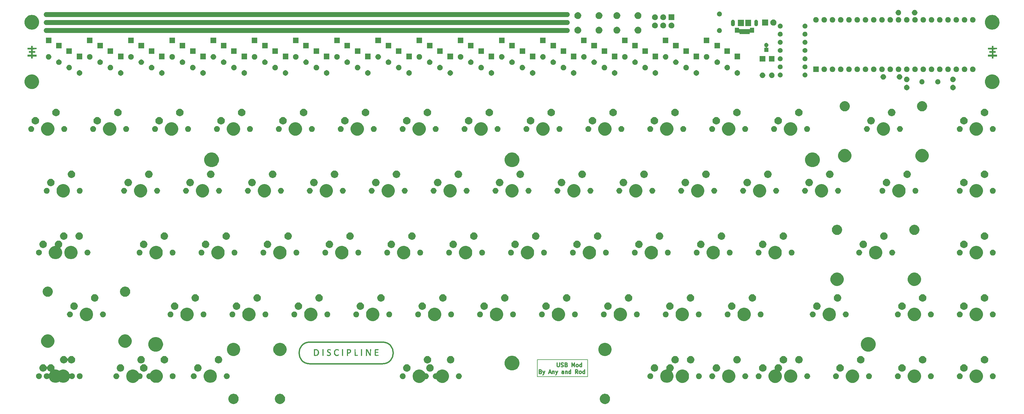
<source format=gbr>
G04 #@! TF.GenerationSoftware,KiCad,Pcbnew,(5.1.5)-3*
G04 #@! TF.CreationDate,2020-02-02T09:21:11-06:00*
G04 #@! TF.ProjectId,USB Screw MOD,55534220-5363-4726-9577-204d4f442e6b,rev?*
G04 #@! TF.SameCoordinates,Original*
G04 #@! TF.FileFunction,Soldermask,Top*
G04 #@! TF.FilePolarity,Negative*
%FSLAX46Y46*%
G04 Gerber Fmt 4.6, Leading zero omitted, Abs format (unit mm)*
G04 Created by KiCad (PCBNEW (5.1.5)-3) date 2020-02-02 09:21:11*
%MOMM*%
%LPD*%
G04 APERTURE LIST*
%ADD10C,0.150000*%
%ADD11C,0.300000*%
%ADD12C,1.500000*%
%ADD13C,0.010000*%
%ADD14C,0.400000*%
%ADD15C,0.100000*%
G04 APERTURE END LIST*
D10*
X214000000Y-165900000D02*
X214000000Y-171100000D01*
X229500000Y-165900000D02*
X214000000Y-165900000D01*
X229500000Y-171100000D02*
X229500000Y-165900000D01*
X214100000Y-171100000D02*
X229500000Y-171100000D01*
D11*
X220142857Y-166892857D02*
X220142857Y-167864285D01*
X220200000Y-167978571D01*
X220257142Y-168035714D01*
X220371428Y-168092857D01*
X220600000Y-168092857D01*
X220714285Y-168035714D01*
X220771428Y-167978571D01*
X220828571Y-167864285D01*
X220828571Y-166892857D01*
X221342857Y-168035714D02*
X221514285Y-168092857D01*
X221800000Y-168092857D01*
X221914285Y-168035714D01*
X221971428Y-167978571D01*
X222028571Y-167864285D01*
X222028571Y-167750000D01*
X221971428Y-167635714D01*
X221914285Y-167578571D01*
X221800000Y-167521428D01*
X221571428Y-167464285D01*
X221457142Y-167407142D01*
X221400000Y-167350000D01*
X221342857Y-167235714D01*
X221342857Y-167121428D01*
X221400000Y-167007142D01*
X221457142Y-166950000D01*
X221571428Y-166892857D01*
X221857142Y-166892857D01*
X222028571Y-166950000D01*
X222942857Y-167464285D02*
X223114285Y-167521428D01*
X223171428Y-167578571D01*
X223228571Y-167692857D01*
X223228571Y-167864285D01*
X223171428Y-167978571D01*
X223114285Y-168035714D01*
X223000000Y-168092857D01*
X222542857Y-168092857D01*
X222542857Y-166892857D01*
X222942857Y-166892857D01*
X223057142Y-166950000D01*
X223114285Y-167007142D01*
X223171428Y-167121428D01*
X223171428Y-167235714D01*
X223114285Y-167350000D01*
X223057142Y-167407142D01*
X222942857Y-167464285D01*
X222542857Y-167464285D01*
X224657142Y-168092857D02*
X224657142Y-166892857D01*
X225057142Y-167750000D01*
X225457142Y-166892857D01*
X225457142Y-168092857D01*
X226200000Y-168092857D02*
X226085714Y-168035714D01*
X226028571Y-167978571D01*
X225971428Y-167864285D01*
X225971428Y-167521428D01*
X226028571Y-167407142D01*
X226085714Y-167350000D01*
X226200000Y-167292857D01*
X226371428Y-167292857D01*
X226485714Y-167350000D01*
X226542857Y-167407142D01*
X226600000Y-167521428D01*
X226600000Y-167864285D01*
X226542857Y-167978571D01*
X226485714Y-168035714D01*
X226371428Y-168092857D01*
X226200000Y-168092857D01*
X227628571Y-168092857D02*
X227628571Y-166892857D01*
X227628571Y-168035714D02*
X227514285Y-168092857D01*
X227285714Y-168092857D01*
X227171428Y-168035714D01*
X227114285Y-167978571D01*
X227057142Y-167864285D01*
X227057142Y-167521428D01*
X227114285Y-167407142D01*
X227171428Y-167350000D01*
X227285714Y-167292857D01*
X227514285Y-167292857D01*
X227628571Y-167350000D01*
X215028571Y-169564285D02*
X215200000Y-169621428D01*
X215257142Y-169678571D01*
X215314285Y-169792857D01*
X215314285Y-169964285D01*
X215257142Y-170078571D01*
X215200000Y-170135714D01*
X215085714Y-170192857D01*
X214628571Y-170192857D01*
X214628571Y-168992857D01*
X215028571Y-168992857D01*
X215142857Y-169050000D01*
X215200000Y-169107142D01*
X215257142Y-169221428D01*
X215257142Y-169335714D01*
X215200000Y-169450000D01*
X215142857Y-169507142D01*
X215028571Y-169564285D01*
X214628571Y-169564285D01*
X215714285Y-169392857D02*
X216000000Y-170192857D01*
X216285714Y-169392857D02*
X216000000Y-170192857D01*
X215885714Y-170478571D01*
X215828571Y-170535714D01*
X215714285Y-170592857D01*
X217600000Y-169850000D02*
X218171428Y-169850000D01*
X217485714Y-170192857D02*
X217885714Y-168992857D01*
X218285714Y-170192857D01*
X218685714Y-169392857D02*
X218685714Y-170192857D01*
X218685714Y-169507142D02*
X218742857Y-169450000D01*
X218857142Y-169392857D01*
X219028571Y-169392857D01*
X219142857Y-169450000D01*
X219200000Y-169564285D01*
X219200000Y-170192857D01*
X219657142Y-169392857D02*
X219942857Y-170192857D01*
X220228571Y-169392857D02*
X219942857Y-170192857D01*
X219828571Y-170478571D01*
X219771428Y-170535714D01*
X219657142Y-170592857D01*
X222114285Y-170192857D02*
X222114285Y-169564285D01*
X222057142Y-169450000D01*
X221942857Y-169392857D01*
X221714285Y-169392857D01*
X221600000Y-169450000D01*
X222114285Y-170135714D02*
X222000000Y-170192857D01*
X221714285Y-170192857D01*
X221600000Y-170135714D01*
X221542857Y-170021428D01*
X221542857Y-169907142D01*
X221600000Y-169792857D01*
X221714285Y-169735714D01*
X222000000Y-169735714D01*
X222114285Y-169678571D01*
X222685714Y-169392857D02*
X222685714Y-170192857D01*
X222685714Y-169507142D02*
X222742857Y-169450000D01*
X222857142Y-169392857D01*
X223028571Y-169392857D01*
X223142857Y-169450000D01*
X223200000Y-169564285D01*
X223200000Y-170192857D01*
X224285714Y-170192857D02*
X224285714Y-168992857D01*
X224285714Y-170135714D02*
X224171428Y-170192857D01*
X223942857Y-170192857D01*
X223828571Y-170135714D01*
X223771428Y-170078571D01*
X223714285Y-169964285D01*
X223714285Y-169621428D01*
X223771428Y-169507142D01*
X223828571Y-169450000D01*
X223942857Y-169392857D01*
X224171428Y-169392857D01*
X224285714Y-169450000D01*
X226457142Y-170192857D02*
X226057142Y-169621428D01*
X225771428Y-170192857D02*
X225771428Y-168992857D01*
X226228571Y-168992857D01*
X226342857Y-169050000D01*
X226400000Y-169107142D01*
X226457142Y-169221428D01*
X226457142Y-169392857D01*
X226400000Y-169507142D01*
X226342857Y-169564285D01*
X226228571Y-169621428D01*
X225771428Y-169621428D01*
X227142857Y-170192857D02*
X227028571Y-170135714D01*
X226971428Y-170078571D01*
X226914285Y-169964285D01*
X226914285Y-169621428D01*
X226971428Y-169507142D01*
X227028571Y-169450000D01*
X227142857Y-169392857D01*
X227314285Y-169392857D01*
X227428571Y-169450000D01*
X227485714Y-169507142D01*
X227542857Y-169621428D01*
X227542857Y-169964285D01*
X227485714Y-170078571D01*
X227428571Y-170135714D01*
X227314285Y-170192857D01*
X227142857Y-170192857D01*
X228571428Y-170192857D02*
X228571428Y-168992857D01*
X228571428Y-170135714D02*
X228457142Y-170192857D01*
X228228571Y-170192857D01*
X228114285Y-170135714D01*
X228057142Y-170078571D01*
X228000000Y-169964285D01*
X228000000Y-169621428D01*
X228057142Y-169507142D01*
X228114285Y-169450000D01*
X228228571Y-169392857D01*
X228457142Y-169392857D01*
X228571428Y-169450000D01*
D12*
X223254308Y-59503020D02*
X62883004Y-59503020D01*
X223254308Y-61986290D02*
X62883004Y-61986290D01*
X223254308Y-64469560D02*
X62883004Y-64469560D01*
D13*
G36*
X354287356Y-69739610D02*
G01*
X354856739Y-69741787D01*
X355426122Y-69743963D01*
X355426122Y-70150363D01*
X354287356Y-70154715D01*
X354287356Y-70814996D01*
X355007023Y-70814996D01*
X355007023Y-71246796D01*
X354287356Y-71246796D01*
X354287356Y-71924010D01*
X354856739Y-71926187D01*
X355426122Y-71928363D01*
X355428385Y-72142146D01*
X355430647Y-72355929D01*
X354287356Y-72355929D01*
X354287356Y-72973996D01*
X353847089Y-72973996D01*
X353847089Y-72355929D01*
X352712556Y-72355929D01*
X352712556Y-71924130D01*
X353847089Y-71924130D01*
X353847089Y-71246796D01*
X353135889Y-71246796D01*
X353135889Y-70814996D01*
X353847089Y-70814996D01*
X353847089Y-70154596D01*
X352712556Y-70154596D01*
X352712556Y-69739730D01*
X353846870Y-69739730D01*
X353851322Y-69151296D01*
X354069339Y-69149037D01*
X354287356Y-69146777D01*
X354287356Y-69739610D01*
G37*
X354287356Y-69739610D02*
X354856739Y-69741787D01*
X355426122Y-69743963D01*
X355426122Y-70150363D01*
X354287356Y-70154715D01*
X354287356Y-70814996D01*
X355007023Y-70814996D01*
X355007023Y-71246796D01*
X354287356Y-71246796D01*
X354287356Y-71924010D01*
X354856739Y-71926187D01*
X355426122Y-71928363D01*
X355428385Y-72142146D01*
X355430647Y-72355929D01*
X354287356Y-72355929D01*
X354287356Y-72973996D01*
X353847089Y-72973996D01*
X353847089Y-72355929D01*
X352712556Y-72355929D01*
X352712556Y-71924130D01*
X353847089Y-71924130D01*
X353847089Y-71246796D01*
X353135889Y-71246796D01*
X353135889Y-70814996D01*
X353847089Y-70814996D01*
X353847089Y-70154596D01*
X352712556Y-70154596D01*
X352712556Y-69739730D01*
X353846870Y-69739730D01*
X353851322Y-69151296D01*
X354069339Y-69149037D01*
X354287356Y-69146777D01*
X354287356Y-69739610D01*
G36*
X58671725Y-69739610D02*
G01*
X59241108Y-69741787D01*
X59810491Y-69743963D01*
X59810491Y-70150363D01*
X58671725Y-70154715D01*
X58671725Y-70814996D01*
X59391392Y-70814996D01*
X59391392Y-71246796D01*
X58671725Y-71246796D01*
X58671725Y-71924010D01*
X59241108Y-71926187D01*
X59810491Y-71928363D01*
X59812754Y-72142146D01*
X59815016Y-72355929D01*
X58671725Y-72355929D01*
X58671725Y-72973996D01*
X58231458Y-72973996D01*
X58231458Y-72355929D01*
X57096925Y-72355929D01*
X57096925Y-71924130D01*
X58231458Y-71924130D01*
X58231458Y-71246796D01*
X57520258Y-71246796D01*
X57520258Y-70814996D01*
X58231458Y-70814996D01*
X58231458Y-70154596D01*
X57096925Y-70154596D01*
X57096925Y-69739730D01*
X58231239Y-69739730D01*
X58235691Y-69151296D01*
X58453708Y-69149037D01*
X58671725Y-69146777D01*
X58671725Y-69739610D01*
G37*
X58671725Y-69739610D02*
X59241108Y-69741787D01*
X59810491Y-69743963D01*
X59810491Y-70150363D01*
X58671725Y-70154715D01*
X58671725Y-70814996D01*
X59391392Y-70814996D01*
X59391392Y-71246796D01*
X58671725Y-71246796D01*
X58671725Y-71924010D01*
X59241108Y-71926187D01*
X59810491Y-71928363D01*
X59812754Y-72142146D01*
X59815016Y-72355929D01*
X58671725Y-72355929D01*
X58671725Y-72973996D01*
X58231458Y-72973996D01*
X58231458Y-72355929D01*
X57096925Y-72355929D01*
X57096925Y-71924130D01*
X58231458Y-71924130D01*
X58231458Y-71246796D01*
X57520258Y-71246796D01*
X57520258Y-70814996D01*
X58231458Y-70814996D01*
X58231458Y-70154596D01*
X57096925Y-70154596D01*
X57096925Y-69739730D01*
X58231239Y-69739730D01*
X58235691Y-69151296D01*
X58453708Y-69149037D01*
X58671725Y-69146777D01*
X58671725Y-69739610D01*
G36*
X150058620Y-162650150D02*
G01*
X150181691Y-162684296D01*
X150274180Y-162728554D01*
X150316406Y-162773391D01*
X150334272Y-162857763D01*
X150327489Y-162931595D01*
X150307760Y-162961945D01*
X150264101Y-162958916D01*
X150187416Y-162930900D01*
X150153942Y-162914901D01*
X149996013Y-162858251D01*
X149846929Y-162847564D01*
X149717597Y-162878974D01*
X149618923Y-162948617D01*
X149561814Y-163052629D01*
X149552032Y-163128169D01*
X149575421Y-163240997D01*
X149649293Y-163340158D01*
X149779204Y-163431459D01*
X149898620Y-163490354D01*
X150125834Y-163606298D01*
X150289152Y-163724770D01*
X150372520Y-163819849D01*
X150414719Y-163927832D01*
X150432425Y-164068767D01*
X150424946Y-164214800D01*
X150391589Y-164338078D01*
X150385724Y-164350194D01*
X150276350Y-164493769D01*
X150122757Y-164598390D01*
X149935744Y-164660265D01*
X149726111Y-164675603D01*
X149535708Y-164648620D01*
X149419119Y-164610095D01*
X149316971Y-164558593D01*
X149253173Y-164506351D01*
X149250539Y-164502652D01*
X149229230Y-164437173D01*
X149229852Y-164361057D01*
X149251456Y-164308359D01*
X149256050Y-164304820D01*
X149300715Y-164307535D01*
X149379113Y-164335935D01*
X149422808Y-164356995D01*
X149596979Y-164424087D01*
X149764628Y-164446056D01*
X149915771Y-164426186D01*
X150040425Y-164367761D01*
X150128607Y-164274064D01*
X150170333Y-164148378D01*
X150172340Y-164110470D01*
X150150853Y-164021260D01*
X150082869Y-163932090D01*
X149963105Y-163838044D01*
X149786278Y-163734206D01*
X149744317Y-163712201D01*
X149560379Y-163608427D01*
X149431276Y-163511457D01*
X149348801Y-163411095D01*
X149304745Y-163297144D01*
X149290899Y-163159409D01*
X149290849Y-163148930D01*
X149316523Y-162961799D01*
X149393178Y-162815336D01*
X149520261Y-162710107D01*
X149697220Y-162646681D01*
X149793478Y-162631877D01*
X149923154Y-162631036D01*
X150058620Y-162650150D01*
G37*
X150058620Y-162650150D02*
X150181691Y-162684296D01*
X150274180Y-162728554D01*
X150316406Y-162773391D01*
X150334272Y-162857763D01*
X150327489Y-162931595D01*
X150307760Y-162961945D01*
X150264101Y-162958916D01*
X150187416Y-162930900D01*
X150153942Y-162914901D01*
X149996013Y-162858251D01*
X149846929Y-162847564D01*
X149717597Y-162878974D01*
X149618923Y-162948617D01*
X149561814Y-163052629D01*
X149552032Y-163128169D01*
X149575421Y-163240997D01*
X149649293Y-163340158D01*
X149779204Y-163431459D01*
X149898620Y-163490354D01*
X150125834Y-163606298D01*
X150289152Y-163724770D01*
X150372520Y-163819849D01*
X150414719Y-163927832D01*
X150432425Y-164068767D01*
X150424946Y-164214800D01*
X150391589Y-164338078D01*
X150385724Y-164350194D01*
X150276350Y-164493769D01*
X150122757Y-164598390D01*
X149935744Y-164660265D01*
X149726111Y-164675603D01*
X149535708Y-164648620D01*
X149419119Y-164610095D01*
X149316971Y-164558593D01*
X149253173Y-164506351D01*
X149250539Y-164502652D01*
X149229230Y-164437173D01*
X149229852Y-164361057D01*
X149251456Y-164308359D01*
X149256050Y-164304820D01*
X149300715Y-164307535D01*
X149379113Y-164335935D01*
X149422808Y-164356995D01*
X149596979Y-164424087D01*
X149764628Y-164446056D01*
X149915771Y-164426186D01*
X150040425Y-164367761D01*
X150128607Y-164274064D01*
X150170333Y-164148378D01*
X150172340Y-164110470D01*
X150150853Y-164021260D01*
X150082869Y-163932090D01*
X149963105Y-163838044D01*
X149786278Y-163734206D01*
X149744317Y-163712201D01*
X149560379Y-163608427D01*
X149431276Y-163511457D01*
X149348801Y-163411095D01*
X149304745Y-163297144D01*
X149290899Y-163159409D01*
X149290849Y-163148930D01*
X149316523Y-162961799D01*
X149393178Y-162815336D01*
X149520261Y-162710107D01*
X149697220Y-162646681D01*
X149793478Y-162631877D01*
X149923154Y-162631036D01*
X150058620Y-162650150D01*
G36*
X152408386Y-162635959D02*
G01*
X152621244Y-162690119D01*
X152679962Y-162716878D01*
X152784487Y-162784344D01*
X152836756Y-162860616D01*
X152849461Y-162949349D01*
X152834489Y-163012693D01*
X152786729Y-163026512D01*
X152701921Y-162991031D01*
X152651765Y-162959858D01*
X152513590Y-162891158D01*
X152352941Y-162860803D01*
X152332306Y-162859344D01*
X152143062Y-162872186D01*
X151989583Y-162938547D01*
X151866387Y-163061565D01*
X151806649Y-163160111D01*
X151768065Y-163242415D01*
X151743490Y-163320306D01*
X151729877Y-163412270D01*
X151724181Y-163536793D01*
X151723274Y-163666152D01*
X151725317Y-163830258D01*
X151733073Y-163946696D01*
X151749257Y-164033021D01*
X151776585Y-164106793D01*
X151798048Y-164149694D01*
X151908533Y-164293309D01*
X152054800Y-164390362D01*
X152224605Y-164438527D01*
X152405703Y-164435479D01*
X152585849Y-164378891D01*
X152687818Y-164318677D01*
X152759436Y-164274662D01*
X152811380Y-164254634D01*
X152813691Y-164254519D01*
X152844489Y-164280286D01*
X152849916Y-164343086D01*
X152833021Y-164421166D01*
X152796856Y-164492776D01*
X152777122Y-164515256D01*
X152656447Y-164591254D01*
X152493250Y-164643959D01*
X152307205Y-164669959D01*
X152117982Y-164665847D01*
X152012312Y-164647796D01*
X151824801Y-164571180D01*
X151668871Y-164441890D01*
X151547844Y-164266117D01*
X151465039Y-164050050D01*
X151423778Y-163799878D01*
X151424759Y-163552590D01*
X151466364Y-163300088D01*
X151547477Y-163078068D01*
X151663241Y-162897078D01*
X151776084Y-162789979D01*
X151967945Y-162687333D01*
X152184666Y-162635512D01*
X152408386Y-162635959D01*
G37*
X152408386Y-162635959D02*
X152621244Y-162690119D01*
X152679962Y-162716878D01*
X152784487Y-162784344D01*
X152836756Y-162860616D01*
X152849461Y-162949349D01*
X152834489Y-163012693D01*
X152786729Y-163026512D01*
X152701921Y-162991031D01*
X152651765Y-162959858D01*
X152513590Y-162891158D01*
X152352941Y-162860803D01*
X152332306Y-162859344D01*
X152143062Y-162872186D01*
X151989583Y-162938547D01*
X151866387Y-163061565D01*
X151806649Y-163160111D01*
X151768065Y-163242415D01*
X151743490Y-163320306D01*
X151729877Y-163412270D01*
X151724181Y-163536793D01*
X151723274Y-163666152D01*
X151725317Y-163830258D01*
X151733073Y-163946696D01*
X151749257Y-164033021D01*
X151776585Y-164106793D01*
X151798048Y-164149694D01*
X151908533Y-164293309D01*
X152054800Y-164390362D01*
X152224605Y-164438527D01*
X152405703Y-164435479D01*
X152585849Y-164378891D01*
X152687818Y-164318677D01*
X152759436Y-164274662D01*
X152811380Y-164254634D01*
X152813691Y-164254519D01*
X152844489Y-164280286D01*
X152849916Y-164343086D01*
X152833021Y-164421166D01*
X152796856Y-164492776D01*
X152777122Y-164515256D01*
X152656447Y-164591254D01*
X152493250Y-164643959D01*
X152307205Y-164669959D01*
X152117982Y-164665847D01*
X152012312Y-164647796D01*
X151824801Y-164571180D01*
X151668871Y-164441890D01*
X151547844Y-164266117D01*
X151465039Y-164050050D01*
X151423778Y-163799878D01*
X151424759Y-163552590D01*
X151466364Y-163300088D01*
X151547477Y-163078068D01*
X151663241Y-162897078D01*
X151776084Y-162789979D01*
X151967945Y-162687333D01*
X152184666Y-162635512D01*
X152408386Y-162635959D01*
G36*
X145844792Y-162663531D02*
G01*
X146057901Y-162687634D01*
X146234495Y-162736457D01*
X146387427Y-162812457D01*
X146394580Y-162816950D01*
X146546193Y-162950535D01*
X146660045Y-163130150D01*
X146732980Y-163346453D01*
X146761840Y-163590101D01*
X146743731Y-163850102D01*
X146681412Y-164098167D01*
X146579948Y-164296471D01*
X146436000Y-164449859D01*
X146254602Y-164559414D01*
X146163426Y-164588215D01*
X146035359Y-164612240D01*
X145884217Y-164630801D01*
X145723819Y-164643212D01*
X145567982Y-164648785D01*
X145430523Y-164646834D01*
X145325259Y-164636671D01*
X145266009Y-164617610D01*
X145258782Y-164608931D01*
X145254647Y-164565780D01*
X145251459Y-164465980D01*
X145249295Y-164318171D01*
X145248228Y-164130992D01*
X145248335Y-163913086D01*
X145249689Y-163673092D01*
X145250169Y-163617489D01*
X145256898Y-162883310D01*
X145503703Y-162883310D01*
X145503703Y-164417758D01*
X145757967Y-164417758D01*
X145915175Y-164412346D01*
X146032635Y-164393063D01*
X146135227Y-164355341D01*
X146157903Y-164344300D01*
X146295793Y-164246591D01*
X146392863Y-164109937D01*
X146452488Y-163927864D01*
X146476152Y-163734335D01*
X146474971Y-163502917D01*
X146439735Y-163316878D01*
X146367335Y-163164100D01*
X146310872Y-163090229D01*
X146204191Y-162989823D01*
X146084972Y-162926035D01*
X145936269Y-162892618D01*
X145749610Y-162883310D01*
X145503703Y-162883310D01*
X145256898Y-162883310D01*
X145258844Y-162671099D01*
X145582316Y-162661693D01*
X145844792Y-162663531D01*
G37*
X145844792Y-162663531D02*
X146057901Y-162687634D01*
X146234495Y-162736457D01*
X146387427Y-162812457D01*
X146394580Y-162816950D01*
X146546193Y-162950535D01*
X146660045Y-163130150D01*
X146732980Y-163346453D01*
X146761840Y-163590101D01*
X146743731Y-163850102D01*
X146681412Y-164098167D01*
X146579948Y-164296471D01*
X146436000Y-164449859D01*
X146254602Y-164559414D01*
X146163426Y-164588215D01*
X146035359Y-164612240D01*
X145884217Y-164630801D01*
X145723819Y-164643212D01*
X145567982Y-164648785D01*
X145430523Y-164646834D01*
X145325259Y-164636671D01*
X145266009Y-164617610D01*
X145258782Y-164608931D01*
X145254647Y-164565780D01*
X145251459Y-164465980D01*
X145249295Y-164318171D01*
X145248228Y-164130992D01*
X145248335Y-163913086D01*
X145249689Y-163673092D01*
X145250169Y-163617489D01*
X145256898Y-162883310D01*
X145503703Y-162883310D01*
X145503703Y-164417758D01*
X145757967Y-164417758D01*
X145915175Y-164412346D01*
X146032635Y-164393063D01*
X146135227Y-164355341D01*
X146157903Y-164344300D01*
X146295793Y-164246591D01*
X146392863Y-164109937D01*
X146452488Y-163927864D01*
X146476152Y-163734335D01*
X146474971Y-163502917D01*
X146439735Y-163316878D01*
X146367335Y-163164100D01*
X146310872Y-163090229D01*
X146204191Y-162989823D01*
X146084972Y-162926035D01*
X145936269Y-162892618D01*
X145749610Y-162883310D01*
X145503703Y-162883310D01*
X145256898Y-162883310D01*
X145258844Y-162671099D01*
X145582316Y-162661693D01*
X145844792Y-162663531D01*
G36*
X148131852Y-164629968D02*
G01*
X148025522Y-164640216D01*
X147939522Y-164635155D01*
X147902579Y-164607170D01*
X147898618Y-164564485D01*
X147895587Y-164465130D01*
X147893557Y-164317724D01*
X147892596Y-164130887D01*
X147892773Y-163913238D01*
X147894159Y-163673398D01*
X147894642Y-163617489D01*
X147903317Y-162671099D01*
X148131852Y-162671099D01*
X148131852Y-164629968D01*
G37*
X148131852Y-164629968D02*
X148025522Y-164640216D01*
X147939522Y-164635155D01*
X147902579Y-164607170D01*
X147898618Y-164564485D01*
X147895587Y-164465130D01*
X147893557Y-164317724D01*
X147892596Y-164130887D01*
X147892773Y-163913238D01*
X147894159Y-163673398D01*
X147894642Y-163617489D01*
X147903317Y-162671099D01*
X148131852Y-162671099D01*
X148131852Y-164629968D01*
G36*
X154155374Y-164646292D02*
G01*
X154040082Y-164646292D01*
X153959195Y-164635741D01*
X153911587Y-164609863D01*
X153908977Y-164605085D01*
X153905221Y-164562951D01*
X153902376Y-164464122D01*
X153900505Y-164317194D01*
X153899669Y-164130761D01*
X153899931Y-163913418D01*
X153901352Y-163673761D01*
X153901840Y-163617489D01*
X153910515Y-162671099D01*
X154032944Y-162660967D01*
X154155374Y-162650834D01*
X154155374Y-164646292D01*
G37*
X154155374Y-164646292D02*
X154040082Y-164646292D01*
X153959195Y-164635741D01*
X153911587Y-164609863D01*
X153908977Y-164605085D01*
X153905221Y-164562951D01*
X153902376Y-164464122D01*
X153900505Y-164317194D01*
X153899669Y-164130761D01*
X153899931Y-163913418D01*
X153901352Y-163673761D01*
X153901840Y-163617489D01*
X153910515Y-162671099D01*
X154032944Y-162660967D01*
X154155374Y-162650834D01*
X154155374Y-164646292D01*
G36*
X155863650Y-162660711D02*
G01*
X156033793Y-162669015D01*
X156154340Y-162680525D01*
X156240993Y-162698121D01*
X156309451Y-162724684D01*
X156356603Y-162751175D01*
X156483192Y-162851186D01*
X156561203Y-162971445D01*
X156597976Y-163126571D01*
X156603301Y-163242436D01*
X156579591Y-163453977D01*
X156508446Y-163622394D01*
X156388472Y-163748994D01*
X156218272Y-163835080D01*
X155996453Y-163881960D01*
X155912375Y-163889009D01*
X155657173Y-163903782D01*
X155657173Y-164646292D01*
X155548347Y-164646292D01*
X155467677Y-164640319D01*
X155419230Y-164625812D01*
X155417756Y-164624527D01*
X155412174Y-164587498D01*
X155407121Y-164493586D01*
X155402789Y-164351203D01*
X155399368Y-164168760D01*
X155397049Y-163954668D01*
X155396024Y-163717340D01*
X155395991Y-163665414D01*
X155396428Y-163387409D01*
X155397972Y-163167721D01*
X155400974Y-162999379D01*
X155405476Y-162883310D01*
X155657173Y-162883310D01*
X155657173Y-163269643D01*
X155658914Y-163422368D01*
X155663650Y-163550448D01*
X155670653Y-163640207D01*
X155678938Y-163677740D01*
X155730938Y-163694686D01*
X155824375Y-163698293D01*
X155936910Y-163689223D01*
X156046201Y-163668137D01*
X156051371Y-163666725D01*
X156190303Y-163602535D01*
X156281681Y-163497595D01*
X156329504Y-163346643D01*
X156335892Y-163292377D01*
X156341468Y-163185561D01*
X156329626Y-163116034D01*
X156290997Y-163056290D01*
X156235758Y-162998296D01*
X156171379Y-162937956D01*
X156115104Y-162903537D01*
X156045070Y-162887790D01*
X155939416Y-162883466D01*
X155888973Y-162883310D01*
X155657173Y-162883310D01*
X155405476Y-162883310D01*
X155405783Y-162875408D01*
X155412749Y-162788836D01*
X155422223Y-162732690D01*
X155434555Y-162699996D01*
X155445090Y-162687318D01*
X155493218Y-162668250D01*
X155585445Y-162658270D01*
X155729471Y-162656887D01*
X155863650Y-162660711D01*
G37*
X155863650Y-162660711D02*
X156033793Y-162669015D01*
X156154340Y-162680525D01*
X156240993Y-162698121D01*
X156309451Y-162724684D01*
X156356603Y-162751175D01*
X156483192Y-162851186D01*
X156561203Y-162971445D01*
X156597976Y-163126571D01*
X156603301Y-163242436D01*
X156579591Y-163453977D01*
X156508446Y-163622394D01*
X156388472Y-163748994D01*
X156218272Y-163835080D01*
X155996453Y-163881960D01*
X155912375Y-163889009D01*
X155657173Y-163903782D01*
X155657173Y-164646292D01*
X155548347Y-164646292D01*
X155467677Y-164640319D01*
X155419230Y-164625812D01*
X155417756Y-164624527D01*
X155412174Y-164587498D01*
X155407121Y-164493586D01*
X155402789Y-164351203D01*
X155399368Y-164168760D01*
X155397049Y-163954668D01*
X155396024Y-163717340D01*
X155395991Y-163665414D01*
X155396428Y-163387409D01*
X155397972Y-163167721D01*
X155400974Y-162999379D01*
X155405476Y-162883310D01*
X155657173Y-162883310D01*
X155657173Y-163269643D01*
X155658914Y-163422368D01*
X155663650Y-163550448D01*
X155670653Y-163640207D01*
X155678938Y-163677740D01*
X155730938Y-163694686D01*
X155824375Y-163698293D01*
X155936910Y-163689223D01*
X156046201Y-163668137D01*
X156051371Y-163666725D01*
X156190303Y-163602535D01*
X156281681Y-163497595D01*
X156329504Y-163346643D01*
X156335892Y-163292377D01*
X156341468Y-163185561D01*
X156329626Y-163116034D01*
X156290997Y-163056290D01*
X156235758Y-162998296D01*
X156171379Y-162937956D01*
X156115104Y-162903537D01*
X156045070Y-162887790D01*
X155939416Y-162883466D01*
X155888973Y-162883310D01*
X155657173Y-162883310D01*
X155405476Y-162883310D01*
X155405783Y-162875408D01*
X155412749Y-162788836D01*
X155422223Y-162732690D01*
X155434555Y-162699996D01*
X155445090Y-162687318D01*
X155493218Y-162668250D01*
X155585445Y-162658270D01*
X155729471Y-162656887D01*
X155863650Y-162660711D01*
G36*
X157869063Y-162660967D02*
G01*
X157991492Y-162671099D01*
X158008878Y-164415629D01*
X158742392Y-164434081D01*
X158742392Y-164629968D01*
X158267114Y-164638967D01*
X158097108Y-164640682D01*
X157950808Y-164639315D01*
X157840400Y-164635199D01*
X157778070Y-164628668D01*
X157769235Y-164625364D01*
X157763550Y-164588205D01*
X157758388Y-164493994D01*
X157753938Y-164350974D01*
X157750385Y-164167387D01*
X157747916Y-163951478D01*
X157746718Y-163711488D01*
X157746633Y-163626798D01*
X157746633Y-162650834D01*
X157869063Y-162660967D01*
G37*
X157869063Y-162660967D02*
X157991492Y-162671099D01*
X158008878Y-164415629D01*
X158742392Y-164434081D01*
X158742392Y-164629968D01*
X158267114Y-164638967D01*
X158097108Y-164640682D01*
X157950808Y-164639315D01*
X157840400Y-164635199D01*
X157778070Y-164628668D01*
X157769235Y-164625364D01*
X157763550Y-164588205D01*
X157758388Y-164493994D01*
X157753938Y-164350974D01*
X157750385Y-164167387D01*
X157747916Y-163951478D01*
X157746718Y-163711488D01*
X157746633Y-163626798D01*
X157746633Y-162650834D01*
X157869063Y-162660967D01*
G36*
X159893227Y-162660967D02*
G01*
X160015656Y-162671099D01*
X160015656Y-164629968D01*
X159770798Y-164650234D01*
X159770798Y-162650834D01*
X159893227Y-162660967D01*
G37*
X159893227Y-162660967D02*
X160015656Y-162671099D01*
X160015656Y-164629968D01*
X159770798Y-164650234D01*
X159770798Y-162650834D01*
X159893227Y-162660967D01*
G36*
X162734069Y-163640268D02*
G01*
X162725425Y-164629968D01*
X162611158Y-164639583D01*
X162517601Y-164634566D01*
X162445477Y-164609338D01*
X162442159Y-164606936D01*
X162412497Y-164568132D01*
X162356197Y-164479783D01*
X162277860Y-164349678D01*
X162182092Y-164185608D01*
X162073495Y-163995362D01*
X161956674Y-163786732D01*
X161944856Y-163765409D01*
X161502285Y-162966146D01*
X161493546Y-163798057D01*
X161484808Y-164629968D01*
X161378221Y-164640235D01*
X161271634Y-164650501D01*
X161280277Y-163660800D01*
X161288921Y-162671099D01*
X161440339Y-162661298D01*
X161541129Y-162660739D01*
X161603506Y-162681279D01*
X161652550Y-162730572D01*
X161684699Y-162780561D01*
X161742835Y-162879148D01*
X161821926Y-163017470D01*
X161916944Y-163186666D01*
X162022859Y-163377872D01*
X162105117Y-163527999D01*
X162496890Y-164246351D01*
X162529538Y-162671099D01*
X162636125Y-162660833D01*
X162742713Y-162650567D01*
X162734069Y-163640268D01*
G37*
X162734069Y-163640268D02*
X162725425Y-164629968D01*
X162611158Y-164639583D01*
X162517601Y-164634566D01*
X162445477Y-164609338D01*
X162442159Y-164606936D01*
X162412497Y-164568132D01*
X162356197Y-164479783D01*
X162277860Y-164349678D01*
X162182092Y-164185608D01*
X162073495Y-163995362D01*
X161956674Y-163786732D01*
X161944856Y-163765409D01*
X161502285Y-162966146D01*
X161493546Y-163798057D01*
X161484808Y-164629968D01*
X161378221Y-164640235D01*
X161271634Y-164650501D01*
X161280277Y-163660800D01*
X161288921Y-162671099D01*
X161440339Y-162661298D01*
X161541129Y-162660739D01*
X161603506Y-162681279D01*
X161652550Y-162730572D01*
X161684699Y-162780561D01*
X161742835Y-162879148D01*
X161821926Y-163017470D01*
X161916944Y-163186666D01*
X162022859Y-163377872D01*
X162105117Y-163527999D01*
X162496890Y-164246351D01*
X162529538Y-162671099D01*
X162636125Y-162660833D01*
X162742713Y-162650567D01*
X162734069Y-163640268D01*
G36*
X164749072Y-162655368D02*
G01*
X164884771Y-162657925D01*
X164975079Y-162663614D01*
X165029945Y-162673607D01*
X165059319Y-162689070D01*
X165073151Y-162711174D01*
X165074608Y-162715472D01*
X165081021Y-162794519D01*
X165073315Y-162829739D01*
X165056010Y-162852466D01*
X165017542Y-162867835D01*
X164947162Y-162877197D01*
X164834122Y-162881902D01*
X164667674Y-162883300D01*
X164646928Y-162883310D01*
X164241098Y-162883310D01*
X164250485Y-163185303D01*
X164259872Y-163487295D01*
X164610836Y-163496561D01*
X164961800Y-163505828D01*
X164961800Y-163699506D01*
X164243548Y-163699506D01*
X164243548Y-164415807D01*
X165076068Y-164434081D01*
X165076068Y-164629968D01*
X164569186Y-164638922D01*
X164353731Y-164640947D01*
X164197101Y-164638059D01*
X164092985Y-164629900D01*
X164035072Y-164616111D01*
X164022335Y-164607907D01*
X164009968Y-164563582D01*
X163999695Y-164464305D01*
X163991522Y-164320384D01*
X163985452Y-164142124D01*
X163981490Y-163939834D01*
X163979639Y-163723818D01*
X163979905Y-163504386D01*
X163982291Y-163291842D01*
X163986802Y-163096495D01*
X163993442Y-162928651D01*
X164002214Y-162798616D01*
X164013125Y-162716699D01*
X164021543Y-162693953D01*
X164067798Y-162676565D01*
X164168692Y-162664409D01*
X164327682Y-162657231D01*
X164548224Y-162654779D01*
X164558032Y-162654776D01*
X164749072Y-162655368D01*
G37*
X164749072Y-162655368D02*
X164884771Y-162657925D01*
X164975079Y-162663614D01*
X165029945Y-162673607D01*
X165059319Y-162689070D01*
X165073151Y-162711174D01*
X165074608Y-162715472D01*
X165081021Y-162794519D01*
X165073315Y-162829739D01*
X165056010Y-162852466D01*
X165017542Y-162867835D01*
X164947162Y-162877197D01*
X164834122Y-162881902D01*
X164667674Y-162883300D01*
X164646928Y-162883310D01*
X164241098Y-162883310D01*
X164250485Y-163185303D01*
X164259872Y-163487295D01*
X164610836Y-163496561D01*
X164961800Y-163505828D01*
X164961800Y-163699506D01*
X164243548Y-163699506D01*
X164243548Y-164415807D01*
X165076068Y-164434081D01*
X165076068Y-164629968D01*
X164569186Y-164638922D01*
X164353731Y-164640947D01*
X164197101Y-164638059D01*
X164092985Y-164629900D01*
X164035072Y-164616111D01*
X164022335Y-164607907D01*
X164009968Y-164563582D01*
X163999695Y-164464305D01*
X163991522Y-164320384D01*
X163985452Y-164142124D01*
X163981490Y-163939834D01*
X163979639Y-163723818D01*
X163979905Y-163504386D01*
X163982291Y-163291842D01*
X163986802Y-163096495D01*
X163993442Y-162928651D01*
X164002214Y-162798616D01*
X164013125Y-162716699D01*
X164021543Y-162693953D01*
X164067798Y-162676565D01*
X164168692Y-162664409D01*
X164327682Y-162657231D01*
X164548224Y-162654779D01*
X164558032Y-162654776D01*
X164749072Y-162655368D01*
D14*
X144027456Y-167154210D02*
G75*
G02X144027456Y-160474210I0J3340000D01*
G01*
X166327456Y-160474210D02*
G75*
G02X166327456Y-167154210I0J-3340000D01*
G01*
X144057456Y-160474210D02*
X166337456Y-160474210D01*
X144037456Y-167154210D02*
X166337456Y-167154210D01*
D15*
G36*
X235124840Y-176421903D02*
G01*
X235276984Y-176452166D01*
X235395710Y-176501344D01*
X235563614Y-176570892D01*
X235563615Y-176570893D01*
X235821577Y-176743257D01*
X236040956Y-176962636D01*
X236156126Y-177135001D01*
X236213321Y-177220599D01*
X236332047Y-177507230D01*
X236392573Y-177811515D01*
X236392573Y-178121765D01*
X236332047Y-178426050D01*
X236213321Y-178712681D01*
X236213320Y-178712682D01*
X236040956Y-178970644D01*
X235821577Y-179190023D01*
X235649212Y-179305193D01*
X235563614Y-179362388D01*
X235395710Y-179431936D01*
X235276984Y-179481114D01*
X234972698Y-179541640D01*
X234656098Y-179541640D01*
X234503956Y-179511377D01*
X234351812Y-179481114D01*
X234233086Y-179431936D01*
X234065182Y-179362388D01*
X233979584Y-179305193D01*
X233807219Y-179190023D01*
X233587840Y-178970644D01*
X233415476Y-178712682D01*
X233415475Y-178712681D01*
X233296749Y-178426050D01*
X233236223Y-178121765D01*
X233236223Y-177811515D01*
X233296749Y-177507230D01*
X233415475Y-177220599D01*
X233472670Y-177135001D01*
X233587840Y-176962636D01*
X233807219Y-176743257D01*
X234065181Y-176570893D01*
X234065182Y-176570892D01*
X234233086Y-176501344D01*
X234351812Y-176452166D01*
X234656098Y-176391640D01*
X234972698Y-176391640D01*
X235124840Y-176421903D01*
G37*
G36*
X135118690Y-176421903D02*
G01*
X135270834Y-176452166D01*
X135389560Y-176501344D01*
X135557464Y-176570892D01*
X135557465Y-176570893D01*
X135815427Y-176743257D01*
X136034806Y-176962636D01*
X136149976Y-177135001D01*
X136207171Y-177220599D01*
X136325897Y-177507230D01*
X136386423Y-177811515D01*
X136386423Y-178121765D01*
X136325897Y-178426050D01*
X136207171Y-178712681D01*
X136207170Y-178712682D01*
X136034806Y-178970644D01*
X135815427Y-179190023D01*
X135643062Y-179305193D01*
X135557464Y-179362388D01*
X135389560Y-179431936D01*
X135270834Y-179481114D01*
X135118690Y-179511377D01*
X134966548Y-179541640D01*
X134656298Y-179541640D01*
X134504156Y-179511377D01*
X134352012Y-179481114D01*
X134233286Y-179431936D01*
X134065382Y-179362388D01*
X133979784Y-179305193D01*
X133807419Y-179190023D01*
X133588040Y-178970644D01*
X133415676Y-178712682D01*
X133415675Y-178712681D01*
X133296949Y-178426050D01*
X133236423Y-178121765D01*
X133236423Y-177811515D01*
X133296949Y-177507230D01*
X133415675Y-177220599D01*
X133472870Y-177135001D01*
X133588040Y-176962636D01*
X133807419Y-176743257D01*
X134065381Y-176570893D01*
X134065382Y-176570892D01*
X134233286Y-176501344D01*
X134352012Y-176452166D01*
X134504156Y-176421903D01*
X134656298Y-176391640D01*
X134966548Y-176391640D01*
X135118690Y-176421903D01*
G37*
G36*
X120824840Y-176421903D02*
G01*
X120976984Y-176452166D01*
X121095710Y-176501344D01*
X121263614Y-176570892D01*
X121263615Y-176570893D01*
X121521577Y-176743257D01*
X121740956Y-176962636D01*
X121856126Y-177135001D01*
X121913321Y-177220599D01*
X122032047Y-177507230D01*
X122092573Y-177811515D01*
X122092573Y-178121765D01*
X122032047Y-178426050D01*
X121913321Y-178712681D01*
X121913320Y-178712682D01*
X121740956Y-178970644D01*
X121521577Y-179190023D01*
X121349212Y-179305193D01*
X121263614Y-179362388D01*
X121095710Y-179431936D01*
X120976984Y-179481114D01*
X120824840Y-179511377D01*
X120672698Y-179541640D01*
X120362448Y-179541640D01*
X120210306Y-179511377D01*
X120058162Y-179481114D01*
X119939436Y-179431936D01*
X119771532Y-179362388D01*
X119685934Y-179305193D01*
X119513569Y-179190023D01*
X119294190Y-178970644D01*
X119121826Y-178712682D01*
X119121825Y-178712681D01*
X119003099Y-178426050D01*
X118942573Y-178121765D01*
X118942573Y-177811515D01*
X119003099Y-177507230D01*
X119121825Y-177220599D01*
X119179020Y-177135001D01*
X119294190Y-176962636D01*
X119513569Y-176743257D01*
X119771531Y-176570893D01*
X119771532Y-176570892D01*
X119939436Y-176501344D01*
X120058162Y-176452166D01*
X120210306Y-176421903D01*
X120362448Y-176391640D01*
X120672698Y-176391640D01*
X120824840Y-176421903D01*
G37*
G36*
X178265827Y-169009458D02*
G01*
X178639084Y-169164066D01*
X178639086Y-169164067D01*
X178975009Y-169388524D01*
X179260689Y-169674204D01*
X179479954Y-170002356D01*
X179491089Y-170019022D01*
X179506634Y-170037964D01*
X179525576Y-170053509D01*
X179547187Y-170065060D01*
X179570636Y-170072173D01*
X179595022Y-170074575D01*
X179613556Y-170072750D01*
X179793992Y-170072750D01*
X179815971Y-170077122D01*
X179968062Y-170107374D01*
X180132034Y-170175294D01*
X180279604Y-170273897D01*
X180405103Y-170399396D01*
X180503706Y-170546966D01*
X180571626Y-170710938D01*
X180601323Y-170860238D01*
X180606250Y-170885008D01*
X180606250Y-171062492D01*
X180601323Y-171087262D01*
X180571626Y-171236562D01*
X180503706Y-171400534D01*
X180405103Y-171548104D01*
X180279604Y-171673603D01*
X180132034Y-171772206D01*
X179968062Y-171840126D01*
X179818762Y-171869823D01*
X179793992Y-171874750D01*
X179607065Y-171874750D01*
X179601362Y-171874189D01*
X179576976Y-171876594D01*
X179553528Y-171883709D01*
X179531919Y-171895263D01*
X179512978Y-171910810D01*
X179497435Y-171929754D01*
X179485892Y-171951352D01*
X179485146Y-171953153D01*
X179260689Y-172289076D01*
X178975009Y-172574756D01*
X178639086Y-172799213D01*
X178639085Y-172799214D01*
X178639084Y-172799214D01*
X178265827Y-172953822D01*
X177869580Y-173032640D01*
X177465566Y-173032640D01*
X177069319Y-172953822D01*
X176696062Y-172799214D01*
X176696061Y-172799214D01*
X176696060Y-172799213D01*
X176360137Y-172574756D01*
X176074457Y-172289076D01*
X175850000Y-171953153D01*
X175845104Y-171941333D01*
X175695391Y-171579894D01*
X175616573Y-171183647D01*
X175616573Y-170779633D01*
X175695391Y-170383386D01*
X175849999Y-170010129D01*
X175855193Y-170002356D01*
X176074457Y-169674204D01*
X176360137Y-169388524D01*
X176696060Y-169164067D01*
X176696062Y-169164066D01*
X177069319Y-169009458D01*
X177465566Y-168930640D01*
X177869580Y-168930640D01*
X178265827Y-169009458D01*
G37*
G36*
X273524460Y-169001568D02*
G01*
X273888229Y-169152246D01*
X273897719Y-169156177D01*
X274233642Y-169380634D01*
X274519322Y-169666314D01*
X274741154Y-169998308D01*
X274743780Y-170002239D01*
X274898388Y-170375496D01*
X274977206Y-170771743D01*
X274977206Y-171175757D01*
X274898388Y-171572004D01*
X274746839Y-171937876D01*
X274743779Y-171945263D01*
X274519322Y-172281186D01*
X274233642Y-172566866D01*
X273897719Y-172791323D01*
X273897718Y-172791324D01*
X273897717Y-172791324D01*
X273524460Y-172945932D01*
X273128213Y-173024750D01*
X272724199Y-173024750D01*
X272327952Y-172945932D01*
X271954695Y-172791324D01*
X271954694Y-172791324D01*
X271954693Y-172791323D01*
X271618770Y-172566866D01*
X271333090Y-172281186D01*
X271108633Y-171945263D01*
X271105573Y-171937876D01*
X270954024Y-171572004D01*
X270875206Y-171175757D01*
X270875206Y-170771743D01*
X270954024Y-170375496D01*
X271108632Y-170002239D01*
X271111259Y-169998308D01*
X271333090Y-169666314D01*
X271618770Y-169380634D01*
X271954693Y-169156177D01*
X271964183Y-169152246D01*
X272327952Y-169001568D01*
X272724199Y-168922750D01*
X273128213Y-168922750D01*
X273524460Y-169001568D01*
G37*
G36*
X90133304Y-169001568D02*
G01*
X90497073Y-169152246D01*
X90506563Y-169156177D01*
X90842486Y-169380634D01*
X91128166Y-169666314D01*
X91352623Y-170002237D01*
X91352672Y-170002356D01*
X91364222Y-170023967D01*
X91379766Y-170042910D01*
X91398707Y-170058456D01*
X91420318Y-170070008D01*
X91443766Y-170077122D01*
X91468152Y-170079525D01*
X91492539Y-170077124D01*
X91534290Y-170068819D01*
X91711773Y-170068819D01*
X91717750Y-170070008D01*
X91885843Y-170103443D01*
X92049815Y-170171363D01*
X92197385Y-170269966D01*
X92322884Y-170395465D01*
X92421487Y-170543035D01*
X92489407Y-170707007D01*
X92524031Y-170881078D01*
X92524031Y-171058560D01*
X92489407Y-171232631D01*
X92421487Y-171396603D01*
X92322884Y-171544173D01*
X92197385Y-171669672D01*
X92049815Y-171768275D01*
X91885843Y-171836195D01*
X91745833Y-171864044D01*
X91711773Y-171870819D01*
X91534289Y-171870819D01*
X91495553Y-171863114D01*
X91471167Y-171860712D01*
X91446781Y-171863114D01*
X91423332Y-171870227D01*
X91401721Y-171881778D01*
X91382779Y-171897324D01*
X91367234Y-171916266D01*
X91355683Y-171937876D01*
X91352624Y-171945262D01*
X91347352Y-171953152D01*
X91128166Y-172281186D01*
X90842486Y-172566866D01*
X90506563Y-172791323D01*
X90506562Y-172791324D01*
X90506561Y-172791324D01*
X90133304Y-172945932D01*
X89737057Y-173024750D01*
X89333043Y-173024750D01*
X88936796Y-172945932D01*
X88563539Y-172791324D01*
X88563538Y-172791324D01*
X88563537Y-172791323D01*
X88227614Y-172566866D01*
X87941934Y-172281186D01*
X87717477Y-171945263D01*
X87714417Y-171937876D01*
X87562868Y-171572004D01*
X87484050Y-171175757D01*
X87484050Y-170771743D01*
X87562868Y-170375496D01*
X87717476Y-170002239D01*
X87720103Y-169998308D01*
X87941934Y-169666314D01*
X88227614Y-169380634D01*
X88563537Y-169156177D01*
X88573027Y-169152246D01*
X88936796Y-169001568D01*
X89333043Y-168922750D01*
X89737057Y-168922750D01*
X90133304Y-169001568D01*
G37*
G36*
X259242190Y-169001568D02*
G01*
X259605959Y-169152246D01*
X259615449Y-169156177D01*
X259951372Y-169380634D01*
X260237052Y-169666314D01*
X260458884Y-169998308D01*
X260461510Y-170002239D01*
X260616118Y-170375496D01*
X260694936Y-170771743D01*
X260694936Y-171175757D01*
X260616118Y-171572004D01*
X260464569Y-171937876D01*
X260461509Y-171945263D01*
X260237052Y-172281186D01*
X259951372Y-172566866D01*
X259615449Y-172791323D01*
X259615448Y-172791324D01*
X259615447Y-172791324D01*
X259242190Y-172945932D01*
X258845943Y-173024750D01*
X258441929Y-173024750D01*
X258045682Y-172945932D01*
X257672425Y-172791324D01*
X257672424Y-172791324D01*
X257672423Y-172791323D01*
X257336500Y-172566866D01*
X257050820Y-172281186D01*
X256826363Y-171945263D01*
X256823303Y-171937876D01*
X256671754Y-171572004D01*
X256592936Y-171175757D01*
X256592936Y-170771743D01*
X256671754Y-170375496D01*
X256826362Y-170002239D01*
X256828989Y-169998308D01*
X257050820Y-169666314D01*
X257336500Y-169380634D01*
X257672423Y-169156177D01*
X257681913Y-169152246D01*
X258045682Y-169001568D01*
X258441929Y-168922750D01*
X258845943Y-168922750D01*
X259242190Y-169001568D01*
G37*
G36*
X288375485Y-167290640D02*
G01*
X288507262Y-167316852D01*
X288716731Y-167403617D01*
X288905248Y-167529580D01*
X289065568Y-167689900D01*
X289191531Y-167878417D01*
X289278296Y-168087886D01*
X289300412Y-168199071D01*
X289322528Y-168310255D01*
X289322528Y-168536985D01*
X289300412Y-168648169D01*
X289278296Y-168759354D01*
X289191531Y-168968823D01*
X289065568Y-169157340D01*
X288905248Y-169317660D01*
X288755745Y-169417555D01*
X288736805Y-169433098D01*
X288721259Y-169452040D01*
X288709708Y-169473651D01*
X288702595Y-169497100D01*
X288700193Y-169521486D01*
X288702595Y-169545872D01*
X288709708Y-169569321D01*
X288721259Y-169590931D01*
X288736804Y-169609874D01*
X288793244Y-169666314D01*
X289015076Y-169998308D01*
X289017702Y-170002239D01*
X289172310Y-170375496D01*
X289251128Y-170771743D01*
X289251128Y-171175757D01*
X289172310Y-171572004D01*
X289020761Y-171937876D01*
X289017701Y-171945263D01*
X288793244Y-172281186D01*
X288507564Y-172566866D01*
X288171641Y-172791323D01*
X288171640Y-172791324D01*
X288171639Y-172791324D01*
X287798382Y-172945932D01*
X287402135Y-173024750D01*
X286998121Y-173024750D01*
X286601874Y-172945932D01*
X286228617Y-172791324D01*
X286228616Y-172791324D01*
X286228615Y-172791323D01*
X285892692Y-172566866D01*
X285607012Y-172281186D01*
X285382555Y-171945263D01*
X285379495Y-171937876D01*
X285227946Y-171572004D01*
X285149128Y-171175757D01*
X285149128Y-170771743D01*
X285227946Y-170375496D01*
X285382554Y-170002239D01*
X285385181Y-169998308D01*
X285607012Y-169666314D01*
X285892692Y-169380634D01*
X286228615Y-169156177D01*
X286238105Y-169152246D01*
X286601874Y-169001568D01*
X286972832Y-168927780D01*
X286996281Y-168920667D01*
X287017892Y-168909116D01*
X287036834Y-168893571D01*
X287052379Y-168874629D01*
X287063930Y-168853018D01*
X287071043Y-168829569D01*
X287073445Y-168805183D01*
X287071043Y-168780797D01*
X287065184Y-168761483D01*
X287064761Y-168759356D01*
X287064760Y-168759354D01*
X287032936Y-168599366D01*
X287020528Y-168536985D01*
X287020528Y-168310255D01*
X287042644Y-168199071D01*
X287064760Y-168087886D01*
X287151525Y-167878417D01*
X287277488Y-167689900D01*
X287437808Y-167529580D01*
X287626325Y-167403617D01*
X287835794Y-167316852D01*
X287967571Y-167290640D01*
X288058163Y-167272620D01*
X288284893Y-167272620D01*
X288375485Y-167290640D01*
G37*
G36*
X185383504Y-169001568D02*
G01*
X185747273Y-169152246D01*
X185756763Y-169156177D01*
X186092686Y-169380634D01*
X186378366Y-169666314D01*
X186600198Y-169998308D01*
X186602824Y-170002239D01*
X186757432Y-170375496D01*
X186836250Y-170771743D01*
X186836250Y-171175757D01*
X186757432Y-171572004D01*
X186605883Y-171937876D01*
X186602823Y-171945263D01*
X186378366Y-172281186D01*
X186092686Y-172566866D01*
X185756763Y-172791323D01*
X185756762Y-172791324D01*
X185756761Y-172791324D01*
X185383504Y-172945932D01*
X184987257Y-173024750D01*
X184583243Y-173024750D01*
X184186996Y-172945932D01*
X183813739Y-172791324D01*
X183813738Y-172791324D01*
X183813737Y-172791323D01*
X183477814Y-172566866D01*
X183192134Y-172281186D01*
X182967677Y-171945263D01*
X182967676Y-171945261D01*
X182961734Y-171936368D01*
X182946189Y-171917426D01*
X182927247Y-171901881D01*
X182905636Y-171890330D01*
X182882187Y-171883217D01*
X182857801Y-171880815D01*
X182839267Y-171882640D01*
X182658831Y-171882640D01*
X182628436Y-171876594D01*
X182484761Y-171848016D01*
X182320789Y-171780096D01*
X182173219Y-171681493D01*
X182047720Y-171555994D01*
X181949117Y-171408424D01*
X181881197Y-171244452D01*
X181846573Y-171070381D01*
X181846573Y-170892899D01*
X181848143Y-170885008D01*
X181851500Y-170868128D01*
X181881197Y-170718828D01*
X181949117Y-170554856D01*
X182047720Y-170407286D01*
X182173219Y-170281787D01*
X182320789Y-170183184D01*
X182484761Y-170115264D01*
X182647686Y-170082857D01*
X182658831Y-170080640D01*
X182845758Y-170080640D01*
X182851461Y-170081201D01*
X182875847Y-170078796D01*
X182899295Y-170071681D01*
X182920904Y-170060127D01*
X182939845Y-170044580D01*
X182955388Y-170025636D01*
X182966931Y-170004038D01*
X182967628Y-170002356D01*
X182967677Y-170002237D01*
X183192134Y-169666314D01*
X183477814Y-169380634D01*
X183813737Y-169156177D01*
X183823227Y-169152246D01*
X184186996Y-169001568D01*
X184583243Y-168922750D01*
X184987257Y-168922750D01*
X185383504Y-169001568D01*
G37*
G36*
X311589504Y-169001568D02*
G01*
X311953273Y-169152246D01*
X311962763Y-169156177D01*
X312298686Y-169380634D01*
X312584366Y-169666314D01*
X312806198Y-169998308D01*
X312808824Y-170002239D01*
X312963432Y-170375496D01*
X313042250Y-170771743D01*
X313042250Y-171175757D01*
X312963432Y-171572004D01*
X312811883Y-171937876D01*
X312808823Y-171945263D01*
X312584366Y-172281186D01*
X312298686Y-172566866D01*
X311962763Y-172791323D01*
X311962762Y-172791324D01*
X311962761Y-172791324D01*
X311589504Y-172945932D01*
X311193257Y-173024750D01*
X310789243Y-173024750D01*
X310392996Y-172945932D01*
X310019739Y-172791324D01*
X310019738Y-172791324D01*
X310019737Y-172791323D01*
X309683814Y-172566866D01*
X309398134Y-172281186D01*
X309173677Y-171945263D01*
X309170617Y-171937876D01*
X309019068Y-171572004D01*
X308940250Y-171175757D01*
X308940250Y-170771743D01*
X309019068Y-170375496D01*
X309173676Y-170002239D01*
X309176303Y-169998308D01*
X309398134Y-169666314D01*
X309683814Y-169380634D01*
X310019737Y-169156177D01*
X310029227Y-169152246D01*
X310392996Y-169001568D01*
X310789243Y-168922750D01*
X311193257Y-168922750D01*
X311589504Y-169001568D01*
G37*
G36*
X330639504Y-169001568D02*
G01*
X331003273Y-169152246D01*
X331012763Y-169156177D01*
X331348686Y-169380634D01*
X331634366Y-169666314D01*
X331856198Y-169998308D01*
X331858824Y-170002239D01*
X332013432Y-170375496D01*
X332092250Y-170771743D01*
X332092250Y-171175757D01*
X332013432Y-171572004D01*
X331861883Y-171937876D01*
X331858823Y-171945263D01*
X331634366Y-172281186D01*
X331348686Y-172566866D01*
X331012763Y-172791323D01*
X331012762Y-172791324D01*
X331012761Y-172791324D01*
X330639504Y-172945932D01*
X330243257Y-173024750D01*
X329839243Y-173024750D01*
X329442996Y-172945932D01*
X329069739Y-172791324D01*
X329069738Y-172791324D01*
X329069737Y-172791323D01*
X328733814Y-172566866D01*
X328448134Y-172281186D01*
X328223677Y-171945263D01*
X328220617Y-171937876D01*
X328069068Y-171572004D01*
X327990250Y-171175757D01*
X327990250Y-170771743D01*
X328069068Y-170375496D01*
X328223676Y-170002239D01*
X328226303Y-169998308D01*
X328448134Y-169666314D01*
X328733814Y-169380634D01*
X329069737Y-169156177D01*
X329079227Y-169152246D01*
X329442996Y-169001568D01*
X329839243Y-168922750D01*
X330243257Y-168922750D01*
X330639504Y-169001568D01*
G37*
G36*
X349689504Y-169001568D02*
G01*
X350053273Y-169152246D01*
X350062763Y-169156177D01*
X350398686Y-169380634D01*
X350684366Y-169666314D01*
X350906198Y-169998308D01*
X350908824Y-170002239D01*
X351063432Y-170375496D01*
X351142250Y-170771743D01*
X351142250Y-171175757D01*
X351063432Y-171572004D01*
X350911883Y-171937876D01*
X350908823Y-171945263D01*
X350684366Y-172281186D01*
X350398686Y-172566866D01*
X350062763Y-172791323D01*
X350062762Y-172791324D01*
X350062761Y-172791324D01*
X349689504Y-172945932D01*
X349293257Y-173024750D01*
X348889243Y-173024750D01*
X348492996Y-172945932D01*
X348119739Y-172791324D01*
X348119738Y-172791324D01*
X348119737Y-172791323D01*
X347783814Y-172566866D01*
X347498134Y-172281186D01*
X347273677Y-171945263D01*
X347270617Y-171937876D01*
X347119068Y-171572004D01*
X347040250Y-171175757D01*
X347040250Y-170771743D01*
X347119068Y-170375496D01*
X347273676Y-170002239D01*
X347276303Y-169998308D01*
X347498134Y-169666314D01*
X347783814Y-169380634D01*
X348119737Y-169156177D01*
X348129227Y-169152246D01*
X348492996Y-169001568D01*
X348889243Y-168922750D01*
X349293257Y-168922750D01*
X349689504Y-169001568D01*
G37*
G36*
X97301285Y-168997637D02*
G01*
X97674542Y-169152245D01*
X97674544Y-169152246D01*
X97937264Y-169327790D01*
X98010467Y-169376703D01*
X98296147Y-169662383D01*
X98520605Y-169998308D01*
X98675213Y-170371565D01*
X98754031Y-170767812D01*
X98754031Y-171171826D01*
X98675213Y-171568073D01*
X98538833Y-171897324D01*
X98520604Y-171941332D01*
X98296147Y-172277255D01*
X98010467Y-172562935D01*
X97674544Y-172787392D01*
X97674543Y-172787393D01*
X97674542Y-172787393D01*
X97301285Y-172942001D01*
X96905038Y-173020819D01*
X96501024Y-173020819D01*
X96104777Y-172942001D01*
X95731520Y-172787393D01*
X95731519Y-172787393D01*
X95731518Y-172787392D01*
X95395595Y-172562935D01*
X95109915Y-172277255D01*
X94885458Y-171941332D01*
X94885408Y-171941211D01*
X94873859Y-171919602D01*
X94858315Y-171900659D01*
X94839374Y-171885113D01*
X94817763Y-171873561D01*
X94794315Y-171866447D01*
X94769929Y-171864044D01*
X94745542Y-171866445D01*
X94703791Y-171874750D01*
X94526308Y-171874750D01*
X94501538Y-171869823D01*
X94352238Y-171840126D01*
X94188266Y-171772206D01*
X94040696Y-171673603D01*
X93915197Y-171548104D01*
X93816594Y-171400534D01*
X93748674Y-171236562D01*
X93718977Y-171087262D01*
X93714050Y-171062492D01*
X93714050Y-170885008D01*
X93718977Y-170860238D01*
X93748674Y-170710938D01*
X93816594Y-170546966D01*
X93915197Y-170399396D01*
X94040696Y-170273897D01*
X94188266Y-170175294D01*
X94352238Y-170107374D01*
X94504329Y-170077122D01*
X94526308Y-170072750D01*
X94703792Y-170072750D01*
X94742528Y-170080455D01*
X94766914Y-170082857D01*
X94791300Y-170080455D01*
X94814749Y-170073342D01*
X94836360Y-170061791D01*
X94855302Y-170046245D01*
X94870847Y-170027303D01*
X94882398Y-170005693D01*
X94885457Y-169998307D01*
X95109915Y-169662383D01*
X95395595Y-169376703D01*
X95468798Y-169327790D01*
X95731518Y-169152246D01*
X95731520Y-169152245D01*
X96104777Y-168997637D01*
X96501024Y-168918819D01*
X96905038Y-168918819D01*
X97301285Y-168997637D01*
G37*
G36*
X62116407Y-167290640D02*
G01*
X62248184Y-167316852D01*
X62457653Y-167403617D01*
X62646170Y-167529580D01*
X62806490Y-167689900D01*
X62818531Y-167707921D01*
X62932454Y-167878419D01*
X62987591Y-168011532D01*
X62999142Y-168033143D01*
X63014687Y-168052084D01*
X63033629Y-168067630D01*
X63055240Y-168079181D01*
X63078689Y-168086294D01*
X63103075Y-168088696D01*
X63127461Y-168086294D01*
X63150910Y-168079181D01*
X63172521Y-168067630D01*
X63191462Y-168052085D01*
X63207008Y-168033143D01*
X63218559Y-168011532D01*
X63273696Y-167878419D01*
X63387619Y-167707921D01*
X63399660Y-167689900D01*
X63559980Y-167529580D01*
X63748497Y-167403617D01*
X63957966Y-167316852D01*
X64089743Y-167290640D01*
X64180335Y-167272620D01*
X64407065Y-167272620D01*
X64497657Y-167290640D01*
X64629434Y-167316852D01*
X64838903Y-167403617D01*
X65027420Y-167529580D01*
X65187740Y-167689900D01*
X65313703Y-167878417D01*
X65400468Y-168087886D01*
X65422584Y-168199071D01*
X65444700Y-168310255D01*
X65444700Y-168536985D01*
X65399696Y-168763235D01*
X65397294Y-168787621D01*
X65399696Y-168812007D01*
X65406809Y-168835456D01*
X65418360Y-168857067D01*
X65433905Y-168876009D01*
X65452847Y-168891554D01*
X65474458Y-168903105D01*
X65497907Y-168910218D01*
X65522293Y-168912620D01*
X65924457Y-168912620D01*
X66320704Y-168991438D01*
X66693961Y-169146046D01*
X66693963Y-169146047D01*
X66788343Y-169209110D01*
X66843629Y-169246051D01*
X66865240Y-169257602D01*
X66888689Y-169264715D01*
X66913075Y-169267117D01*
X66937461Y-169264715D01*
X66960910Y-169257602D01*
X66982521Y-169246051D01*
X67037807Y-169209110D01*
X67132187Y-169146047D01*
X67132189Y-169146046D01*
X67505446Y-168991438D01*
X67901693Y-168912620D01*
X68305707Y-168912620D01*
X68701954Y-168991438D01*
X69075211Y-169146046D01*
X69075213Y-169146047D01*
X69341327Y-169323859D01*
X69411136Y-169370504D01*
X69696816Y-169656184D01*
X69921274Y-169992109D01*
X70019117Y-170228323D01*
X70030668Y-170249934D01*
X70046213Y-170268876D01*
X70065155Y-170284421D01*
X70086766Y-170295972D01*
X70110215Y-170303085D01*
X70134601Y-170305487D01*
X70158987Y-170303085D01*
X70182436Y-170295972D01*
X70204047Y-170284421D01*
X70222978Y-170268885D01*
X70228096Y-170263767D01*
X70375666Y-170165164D01*
X70539638Y-170097244D01*
X70688938Y-170067547D01*
X70713708Y-170062620D01*
X70891192Y-170062620D01*
X70915962Y-170067547D01*
X71065262Y-170097244D01*
X71229234Y-170165164D01*
X71376804Y-170263767D01*
X71502303Y-170389266D01*
X71600906Y-170536836D01*
X71668826Y-170700808D01*
X71684505Y-170779634D01*
X71703450Y-170874878D01*
X71703450Y-171052362D01*
X71698523Y-171077132D01*
X71668826Y-171226432D01*
X71600906Y-171390404D01*
X71502303Y-171537974D01*
X71376804Y-171663473D01*
X71229234Y-171762076D01*
X71065262Y-171829996D01*
X70915962Y-171859693D01*
X70891192Y-171864620D01*
X70713708Y-171864620D01*
X70688938Y-171859693D01*
X70539638Y-171829996D01*
X70375666Y-171762076D01*
X70228096Y-171663473D01*
X70222978Y-171658355D01*
X70204047Y-171642819D01*
X70182436Y-171631268D01*
X70158987Y-171624155D01*
X70134601Y-171621753D01*
X70110215Y-171624155D01*
X70086766Y-171631268D01*
X70065155Y-171642819D01*
X70046213Y-171658364D01*
X70030668Y-171677306D01*
X70019117Y-171698917D01*
X69927706Y-171919602D01*
X69921273Y-171935133D01*
X69696816Y-172271056D01*
X69411136Y-172556736D01*
X69075213Y-172781193D01*
X69075212Y-172781194D01*
X69075211Y-172781194D01*
X68701954Y-172935802D01*
X68305707Y-173014620D01*
X67901693Y-173014620D01*
X67505446Y-172935802D01*
X67132189Y-172781194D01*
X67132188Y-172781194D01*
X67132187Y-172781193D01*
X66982520Y-172681188D01*
X66960910Y-172669638D01*
X66937461Y-172662525D01*
X66913075Y-172660123D01*
X66888689Y-172662525D01*
X66865240Y-172669638D01*
X66843630Y-172681188D01*
X66693963Y-172781193D01*
X66693962Y-172781194D01*
X66693961Y-172781194D01*
X66320704Y-172935802D01*
X65924457Y-173014620D01*
X65520443Y-173014620D01*
X65124196Y-172935802D01*
X64750939Y-172781194D01*
X64750938Y-172781194D01*
X64750937Y-172781193D01*
X64415014Y-172556736D01*
X64129334Y-172271056D01*
X63904877Y-171935133D01*
X63898444Y-171919602D01*
X63807033Y-171698917D01*
X63795482Y-171677306D01*
X63779937Y-171658364D01*
X63760995Y-171642819D01*
X63739384Y-171631268D01*
X63715935Y-171624155D01*
X63691549Y-171621753D01*
X63667163Y-171624155D01*
X63643714Y-171631268D01*
X63622103Y-171642819D01*
X63603172Y-171658355D01*
X63598054Y-171663473D01*
X63450484Y-171762076D01*
X63286512Y-171829996D01*
X63137212Y-171859693D01*
X63112442Y-171864620D01*
X62934958Y-171864620D01*
X62910188Y-171859693D01*
X62760888Y-171829996D01*
X62596916Y-171762076D01*
X62449346Y-171663473D01*
X62323847Y-171537974D01*
X62225244Y-171390404D01*
X62157324Y-171226432D01*
X62127627Y-171077132D01*
X62122700Y-171052362D01*
X62122700Y-170874878D01*
X62141645Y-170779634D01*
X62157324Y-170700808D01*
X62225244Y-170536836D01*
X62323847Y-170389266D01*
X62449346Y-170263767D01*
X62596916Y-170165164D01*
X62760888Y-170097244D01*
X62910188Y-170067547D01*
X62934958Y-170062620D01*
X63112442Y-170062620D01*
X63137212Y-170067547D01*
X63286512Y-170097244D01*
X63450484Y-170165164D01*
X63598054Y-170263767D01*
X63603172Y-170268885D01*
X63622103Y-170284421D01*
X63643714Y-170295972D01*
X63667163Y-170303085D01*
X63691549Y-170305487D01*
X63715935Y-170303085D01*
X63739384Y-170295972D01*
X63760995Y-170284421D01*
X63779937Y-170268876D01*
X63795482Y-170249934D01*
X63807033Y-170228323D01*
X63904876Y-169992109D01*
X64079490Y-169730781D01*
X64091041Y-169709170D01*
X64098154Y-169685721D01*
X64100556Y-169661335D01*
X64098154Y-169636949D01*
X64091041Y-169613500D01*
X64079490Y-169591889D01*
X64063945Y-169572947D01*
X64045003Y-169557402D01*
X64023392Y-169545851D01*
X63999944Y-169538738D01*
X63957966Y-169530388D01*
X63748499Y-169443624D01*
X63748498Y-169443624D01*
X63748497Y-169443623D01*
X63559980Y-169317660D01*
X63399660Y-169157340D01*
X63273697Y-168968823D01*
X63248966Y-168909116D01*
X63218559Y-168835708D01*
X63207008Y-168814097D01*
X63191463Y-168795156D01*
X63172521Y-168779610D01*
X63150910Y-168768059D01*
X63127461Y-168760946D01*
X63103075Y-168758544D01*
X63078689Y-168760946D01*
X63055240Y-168768059D01*
X63033629Y-168779610D01*
X63014688Y-168795155D01*
X62999142Y-168814097D01*
X62987591Y-168835708D01*
X62957185Y-168909116D01*
X62932453Y-168968823D01*
X62806490Y-169157340D01*
X62646170Y-169317660D01*
X62457653Y-169443623D01*
X62457652Y-169443624D01*
X62457651Y-169443624D01*
X62437333Y-169452040D01*
X62248184Y-169530388D01*
X62170446Y-169545851D01*
X62025815Y-169574620D01*
X61799085Y-169574620D01*
X61654454Y-169545851D01*
X61576716Y-169530388D01*
X61387567Y-169452040D01*
X61367249Y-169443624D01*
X61367248Y-169443624D01*
X61367247Y-169443623D01*
X61178730Y-169317660D01*
X61018410Y-169157340D01*
X60892447Y-168968823D01*
X60805682Y-168759354D01*
X60783566Y-168648169D01*
X60761450Y-168536985D01*
X60761450Y-168310255D01*
X60783566Y-168199071D01*
X60805682Y-168087886D01*
X60892447Y-167878417D01*
X61018410Y-167689900D01*
X61178730Y-167529580D01*
X61367247Y-167403617D01*
X61576716Y-167316852D01*
X61708493Y-167290640D01*
X61799085Y-167272620D01*
X62025815Y-167272620D01*
X62116407Y-167290640D01*
G37*
G36*
X113945704Y-168991438D02*
G01*
X114318961Y-169146046D01*
X114318963Y-169146047D01*
X114585077Y-169323859D01*
X114654886Y-169370504D01*
X114940566Y-169656184D01*
X115165024Y-169992109D01*
X115319632Y-170365366D01*
X115398450Y-170761613D01*
X115398450Y-171165627D01*
X115319632Y-171561874D01*
X115171456Y-171919602D01*
X115165023Y-171935133D01*
X114940566Y-172271056D01*
X114654886Y-172556736D01*
X114318963Y-172781193D01*
X114318962Y-172781194D01*
X114318961Y-172781194D01*
X113945704Y-172935802D01*
X113549457Y-173014620D01*
X113145443Y-173014620D01*
X112749196Y-172935802D01*
X112375939Y-172781194D01*
X112375938Y-172781194D01*
X112375937Y-172781193D01*
X112040014Y-172556736D01*
X111754334Y-172271056D01*
X111529877Y-171935133D01*
X111523444Y-171919602D01*
X111375268Y-171561874D01*
X111296450Y-171165627D01*
X111296450Y-170761613D01*
X111375268Y-170365366D01*
X111529876Y-169992109D01*
X111754334Y-169656184D01*
X112040014Y-169370504D01*
X112109823Y-169323859D01*
X112375937Y-169146047D01*
X112375939Y-169146046D01*
X112749196Y-168991438D01*
X113145443Y-168912620D01*
X113549457Y-168912620D01*
X113945704Y-168991438D01*
G37*
G36*
X254986966Y-167290640D02*
G01*
X255169670Y-167326982D01*
X255317786Y-167388334D01*
X255369647Y-167409815D01*
X255379139Y-167413747D01*
X255567656Y-167539710D01*
X255727976Y-167700030D01*
X255853939Y-167888547D01*
X255940704Y-168098016D01*
X255962820Y-168209201D01*
X255984936Y-168320385D01*
X255984936Y-168547115D01*
X255962820Y-168658299D01*
X255940704Y-168769484D01*
X255853939Y-168978953D01*
X255727976Y-169167470D01*
X255567656Y-169327790D01*
X255490892Y-169379082D01*
X255435304Y-169416225D01*
X255416362Y-169431771D01*
X255400817Y-169450713D01*
X255389266Y-169472323D01*
X255382153Y-169495772D01*
X255379751Y-169520158D01*
X255382153Y-169544545D01*
X255389266Y-169567993D01*
X255400817Y-169589604D01*
X255416362Y-169608546D01*
X255464000Y-169656184D01*
X255688458Y-169992109D01*
X255843066Y-170365366D01*
X255921884Y-170761613D01*
X255921884Y-171165627D01*
X255843066Y-171561874D01*
X255694890Y-171919602D01*
X255688457Y-171935133D01*
X255464000Y-172271056D01*
X255178320Y-172556736D01*
X254842397Y-172781193D01*
X254842396Y-172781194D01*
X254842395Y-172781194D01*
X254469138Y-172935802D01*
X254072891Y-173014620D01*
X253668877Y-173014620D01*
X253272630Y-172935802D01*
X252899373Y-172781194D01*
X252899372Y-172781194D01*
X252899371Y-172781193D01*
X252563448Y-172556736D01*
X252277768Y-172271056D01*
X252053311Y-171935133D01*
X252046878Y-171919602D01*
X251898702Y-171561874D01*
X251819884Y-171165627D01*
X251819884Y-170761613D01*
X251898702Y-170365366D01*
X252053310Y-169992109D01*
X252277768Y-169656184D01*
X252563448Y-169370504D01*
X252633257Y-169323859D01*
X252899371Y-169146047D01*
X252899373Y-169146046D01*
X253272630Y-168991438D01*
X253629740Y-168920405D01*
X253653189Y-168913292D01*
X253674800Y-168901741D01*
X253693741Y-168886196D01*
X253709287Y-168867254D01*
X253720838Y-168845643D01*
X253727951Y-168822194D01*
X253730353Y-168797808D01*
X253727951Y-168773422D01*
X253682936Y-168547115D01*
X253682936Y-168320385D01*
X253705052Y-168209201D01*
X253727168Y-168098016D01*
X253813933Y-167888547D01*
X253939896Y-167700030D01*
X254100216Y-167539710D01*
X254288733Y-167413747D01*
X254298226Y-167409815D01*
X254350086Y-167388334D01*
X254498202Y-167326982D01*
X254680906Y-167290640D01*
X254720571Y-167282750D01*
X254947301Y-167282750D01*
X254986966Y-167290640D01*
G37*
G36*
X292579782Y-168991438D02*
G01*
X292953039Y-169146046D01*
X292953041Y-169146047D01*
X293219155Y-169323859D01*
X293288964Y-169370504D01*
X293574644Y-169656184D01*
X293799102Y-169992109D01*
X293953710Y-170365366D01*
X294032528Y-170761613D01*
X294032528Y-171165627D01*
X293953710Y-171561874D01*
X293805534Y-171919602D01*
X293799101Y-171935133D01*
X293574644Y-172271056D01*
X293288964Y-172556736D01*
X292953041Y-172781193D01*
X292953040Y-172781194D01*
X292953039Y-172781194D01*
X292579782Y-172935802D01*
X292183535Y-173014620D01*
X291779521Y-173014620D01*
X291383274Y-172935802D01*
X291010017Y-172781194D01*
X291010016Y-172781194D01*
X291010015Y-172781193D01*
X290674092Y-172556736D01*
X290388412Y-172271056D01*
X290163955Y-171935133D01*
X290157522Y-171919602D01*
X290009346Y-171561874D01*
X289930528Y-171165627D01*
X289930528Y-170761613D01*
X290009346Y-170365366D01*
X290163954Y-169992109D01*
X290388412Y-169656184D01*
X290674092Y-169370504D01*
X290743901Y-169323859D01*
X291010015Y-169146047D01*
X291010017Y-169146046D01*
X291383274Y-168991438D01*
X291779521Y-168912620D01*
X292183535Y-168912620D01*
X292579782Y-168991438D01*
G37*
G36*
X172687460Y-170082857D02*
G01*
X172850385Y-170115264D01*
X173014357Y-170183184D01*
X173161927Y-170281787D01*
X173287426Y-170407286D01*
X173386029Y-170554856D01*
X173453949Y-170718828D01*
X173483646Y-170868128D01*
X173487004Y-170885008D01*
X173488573Y-170892899D01*
X173488573Y-171070381D01*
X173453949Y-171244452D01*
X173386029Y-171408424D01*
X173287426Y-171555994D01*
X173161927Y-171681493D01*
X173014357Y-171780096D01*
X172850385Y-171848016D01*
X172706710Y-171876594D01*
X172676315Y-171882640D01*
X172498831Y-171882640D01*
X172468436Y-171876594D01*
X172324761Y-171848016D01*
X172160789Y-171780096D01*
X172013219Y-171681493D01*
X171887720Y-171555994D01*
X171789117Y-171408424D01*
X171721197Y-171244452D01*
X171686573Y-171070381D01*
X171686573Y-170892899D01*
X171688143Y-170885008D01*
X171691500Y-170868128D01*
X171721197Y-170718828D01*
X171789117Y-170554856D01*
X171887720Y-170407286D01*
X172013219Y-170281787D01*
X172160789Y-170183184D01*
X172324761Y-170115264D01*
X172487686Y-170082857D01*
X172498831Y-170080640D01*
X172676315Y-170080640D01*
X172687460Y-170082857D01*
G37*
G36*
X316181971Y-170077122D02*
G01*
X316334062Y-170107374D01*
X316498034Y-170175294D01*
X316645604Y-170273897D01*
X316771103Y-170399396D01*
X316869706Y-170546966D01*
X316937626Y-170710938D01*
X316967323Y-170860238D01*
X316972250Y-170885008D01*
X316972250Y-171062492D01*
X316967323Y-171087262D01*
X316937626Y-171236562D01*
X316869706Y-171400534D01*
X316771103Y-171548104D01*
X316645604Y-171673603D01*
X316498034Y-171772206D01*
X316334062Y-171840126D01*
X316184762Y-171869823D01*
X316159992Y-171874750D01*
X315982508Y-171874750D01*
X315957738Y-171869823D01*
X315808438Y-171840126D01*
X315644466Y-171772206D01*
X315496896Y-171673603D01*
X315371397Y-171548104D01*
X315272794Y-171400534D01*
X315204874Y-171236562D01*
X315175177Y-171087262D01*
X315170250Y-171062492D01*
X315170250Y-170885008D01*
X315175177Y-170860238D01*
X315204874Y-170710938D01*
X315272794Y-170546966D01*
X315371397Y-170399396D01*
X315496896Y-170273897D01*
X315644466Y-170175294D01*
X315808438Y-170107374D01*
X315960529Y-170077122D01*
X315982508Y-170072750D01*
X316159992Y-170072750D01*
X316181971Y-170077122D01*
G37*
G36*
X267956927Y-170077122D02*
G01*
X268109018Y-170107374D01*
X268272990Y-170175294D01*
X268420560Y-170273897D01*
X268546059Y-170399396D01*
X268644662Y-170546966D01*
X268712582Y-170710938D01*
X268742279Y-170860238D01*
X268747206Y-170885008D01*
X268747206Y-171062492D01*
X268742279Y-171087262D01*
X268712582Y-171236562D01*
X268644662Y-171400534D01*
X268546059Y-171548104D01*
X268420560Y-171673603D01*
X268272990Y-171772206D01*
X268109018Y-171840126D01*
X267959718Y-171869823D01*
X267934948Y-171874750D01*
X267757464Y-171874750D01*
X267732694Y-171869823D01*
X267583394Y-171840126D01*
X267419422Y-171772206D01*
X267271852Y-171673603D01*
X267146353Y-171548104D01*
X267047750Y-171400534D01*
X266979830Y-171236562D01*
X266950133Y-171087262D01*
X266945206Y-171062492D01*
X266945206Y-170885008D01*
X266950133Y-170860238D01*
X266979830Y-170710938D01*
X267047750Y-170546966D01*
X267146353Y-170399396D01*
X267271852Y-170273897D01*
X267419422Y-170175294D01*
X267583394Y-170107374D01*
X267735485Y-170077122D01*
X267757464Y-170072750D01*
X267934948Y-170072750D01*
X267956927Y-170077122D01*
G37*
G36*
X84565771Y-170077122D02*
G01*
X84717862Y-170107374D01*
X84881834Y-170175294D01*
X85029404Y-170273897D01*
X85154903Y-170399396D01*
X85253506Y-170546966D01*
X85321426Y-170710938D01*
X85351123Y-170860238D01*
X85356050Y-170885008D01*
X85356050Y-171062492D01*
X85351123Y-171087262D01*
X85321426Y-171236562D01*
X85253506Y-171400534D01*
X85154903Y-171548104D01*
X85029404Y-171673603D01*
X84881834Y-171772206D01*
X84717862Y-171840126D01*
X84568562Y-171869823D01*
X84543792Y-171874750D01*
X84366308Y-171874750D01*
X84341538Y-171869823D01*
X84192238Y-171840126D01*
X84028266Y-171772206D01*
X83880696Y-171673603D01*
X83755197Y-171548104D01*
X83656594Y-171400534D01*
X83588674Y-171236562D01*
X83558977Y-171087262D01*
X83554050Y-171062492D01*
X83554050Y-170885008D01*
X83558977Y-170860238D01*
X83588674Y-170710938D01*
X83656594Y-170546966D01*
X83755197Y-170399396D01*
X83880696Y-170273897D01*
X84028266Y-170175294D01*
X84192238Y-170107374D01*
X84344329Y-170077122D01*
X84366308Y-170072750D01*
X84543792Y-170072750D01*
X84565771Y-170077122D01*
G37*
G36*
X263834657Y-170077122D02*
G01*
X263986748Y-170107374D01*
X264150720Y-170175294D01*
X264298290Y-170273897D01*
X264423789Y-170399396D01*
X264522392Y-170546966D01*
X264590312Y-170710938D01*
X264620009Y-170860238D01*
X264624936Y-170885008D01*
X264624936Y-171062492D01*
X264620009Y-171087262D01*
X264590312Y-171236562D01*
X264522392Y-171400534D01*
X264423789Y-171548104D01*
X264298290Y-171673603D01*
X264150720Y-171772206D01*
X263986748Y-171840126D01*
X263837448Y-171869823D01*
X263812678Y-171874750D01*
X263635194Y-171874750D01*
X263610424Y-171869823D01*
X263461124Y-171840126D01*
X263297152Y-171772206D01*
X263149582Y-171673603D01*
X263024083Y-171548104D01*
X262925480Y-171400534D01*
X262857560Y-171236562D01*
X262827863Y-171087262D01*
X262822936Y-171062492D01*
X262822936Y-170885008D01*
X262827863Y-170860238D01*
X262857560Y-170710938D01*
X262925480Y-170546966D01*
X263024083Y-170399396D01*
X263149582Y-170273897D01*
X263297152Y-170175294D01*
X263461124Y-170107374D01*
X263613215Y-170077122D01*
X263635194Y-170072750D01*
X263812678Y-170072750D01*
X263834657Y-170077122D01*
G37*
G36*
X335231971Y-170077122D02*
G01*
X335384062Y-170107374D01*
X335548034Y-170175294D01*
X335695604Y-170273897D01*
X335821103Y-170399396D01*
X335919706Y-170546966D01*
X335987626Y-170710938D01*
X336017323Y-170860238D01*
X336022250Y-170885008D01*
X336022250Y-171062492D01*
X336017323Y-171087262D01*
X335987626Y-171236562D01*
X335919706Y-171400534D01*
X335821103Y-171548104D01*
X335695604Y-171673603D01*
X335548034Y-171772206D01*
X335384062Y-171840126D01*
X335234762Y-171869823D01*
X335209992Y-171874750D01*
X335032508Y-171874750D01*
X335007738Y-171869823D01*
X334858438Y-171840126D01*
X334694466Y-171772206D01*
X334546896Y-171673603D01*
X334421397Y-171548104D01*
X334322794Y-171400534D01*
X334254874Y-171236562D01*
X334225177Y-171087262D01*
X334220250Y-171062492D01*
X334220250Y-170885008D01*
X334225177Y-170860238D01*
X334254874Y-170710938D01*
X334322794Y-170546966D01*
X334421397Y-170399396D01*
X334546896Y-170273897D01*
X334694466Y-170175294D01*
X334858438Y-170107374D01*
X335010529Y-170077122D01*
X335032508Y-170072750D01*
X335209992Y-170072750D01*
X335231971Y-170077122D01*
G37*
G36*
X325071971Y-170077122D02*
G01*
X325224062Y-170107374D01*
X325388034Y-170175294D01*
X325535604Y-170273897D01*
X325661103Y-170399396D01*
X325759706Y-170546966D01*
X325827626Y-170710938D01*
X325857323Y-170860238D01*
X325862250Y-170885008D01*
X325862250Y-171062492D01*
X325857323Y-171087262D01*
X325827626Y-171236562D01*
X325759706Y-171400534D01*
X325661103Y-171548104D01*
X325535604Y-171673603D01*
X325388034Y-171772206D01*
X325224062Y-171840126D01*
X325074762Y-171869823D01*
X325049992Y-171874750D01*
X324872508Y-171874750D01*
X324847738Y-171869823D01*
X324698438Y-171840126D01*
X324534466Y-171772206D01*
X324386896Y-171673603D01*
X324261397Y-171548104D01*
X324162794Y-171400534D01*
X324094874Y-171236562D01*
X324065177Y-171087262D01*
X324060250Y-171062492D01*
X324060250Y-170885008D01*
X324065177Y-170860238D01*
X324094874Y-170710938D01*
X324162794Y-170546966D01*
X324261397Y-170399396D01*
X324386896Y-170273897D01*
X324534466Y-170175294D01*
X324698438Y-170107374D01*
X324850529Y-170077122D01*
X324872508Y-170072750D01*
X325049992Y-170072750D01*
X325071971Y-170077122D01*
G37*
G36*
X344121971Y-170077122D02*
G01*
X344274062Y-170107374D01*
X344438034Y-170175294D01*
X344585604Y-170273897D01*
X344711103Y-170399396D01*
X344809706Y-170546966D01*
X344877626Y-170710938D01*
X344907323Y-170860238D01*
X344912250Y-170885008D01*
X344912250Y-171062492D01*
X344907323Y-171087262D01*
X344877626Y-171236562D01*
X344809706Y-171400534D01*
X344711103Y-171548104D01*
X344585604Y-171673603D01*
X344438034Y-171772206D01*
X344274062Y-171840126D01*
X344124762Y-171869823D01*
X344099992Y-171874750D01*
X343922508Y-171874750D01*
X343897738Y-171869823D01*
X343748438Y-171840126D01*
X343584466Y-171772206D01*
X343436896Y-171673603D01*
X343311397Y-171548104D01*
X343212794Y-171400534D01*
X343144874Y-171236562D01*
X343115177Y-171087262D01*
X343110250Y-171062492D01*
X343110250Y-170885008D01*
X343115177Y-170860238D01*
X343144874Y-170710938D01*
X343212794Y-170546966D01*
X343311397Y-170399396D01*
X343436896Y-170273897D01*
X343584466Y-170175294D01*
X343748438Y-170107374D01*
X343900529Y-170077122D01*
X343922508Y-170072750D01*
X344099992Y-170072750D01*
X344121971Y-170077122D01*
G37*
G36*
X189975971Y-170077122D02*
G01*
X190128062Y-170107374D01*
X190292034Y-170175294D01*
X190439604Y-170273897D01*
X190565103Y-170399396D01*
X190663706Y-170546966D01*
X190731626Y-170710938D01*
X190761323Y-170860238D01*
X190766250Y-170885008D01*
X190766250Y-171062492D01*
X190761323Y-171087262D01*
X190731626Y-171236562D01*
X190663706Y-171400534D01*
X190565103Y-171548104D01*
X190439604Y-171673603D01*
X190292034Y-171772206D01*
X190128062Y-171840126D01*
X189978762Y-171869823D01*
X189953992Y-171874750D01*
X189776508Y-171874750D01*
X189751738Y-171869823D01*
X189602438Y-171840126D01*
X189438466Y-171772206D01*
X189290896Y-171673603D01*
X189165397Y-171548104D01*
X189066794Y-171400534D01*
X188998874Y-171236562D01*
X188969177Y-171087262D01*
X188964250Y-171062492D01*
X188964250Y-170885008D01*
X188969177Y-170860238D01*
X188998874Y-170710938D01*
X189066794Y-170546966D01*
X189165397Y-170399396D01*
X189290896Y-170273897D01*
X189438466Y-170175294D01*
X189602438Y-170107374D01*
X189754529Y-170077122D01*
X189776508Y-170072750D01*
X189953992Y-170072750D01*
X189975971Y-170077122D01*
G37*
G36*
X306021971Y-170077122D02*
G01*
X306174062Y-170107374D01*
X306338034Y-170175294D01*
X306485604Y-170273897D01*
X306611103Y-170399396D01*
X306709706Y-170546966D01*
X306777626Y-170710938D01*
X306807323Y-170860238D01*
X306812250Y-170885008D01*
X306812250Y-171062492D01*
X306807323Y-171087262D01*
X306777626Y-171236562D01*
X306709706Y-171400534D01*
X306611103Y-171548104D01*
X306485604Y-171673603D01*
X306338034Y-171772206D01*
X306174062Y-171840126D01*
X306024762Y-171869823D01*
X305999992Y-171874750D01*
X305822508Y-171874750D01*
X305797738Y-171869823D01*
X305648438Y-171840126D01*
X305484466Y-171772206D01*
X305336896Y-171673603D01*
X305211397Y-171548104D01*
X305112794Y-171400534D01*
X305044874Y-171236562D01*
X305015177Y-171087262D01*
X305010250Y-171062492D01*
X305010250Y-170885008D01*
X305015177Y-170860238D01*
X305044874Y-170710938D01*
X305112794Y-170546966D01*
X305211397Y-170399396D01*
X305336896Y-170273897D01*
X305484466Y-170175294D01*
X305648438Y-170107374D01*
X305800529Y-170077122D01*
X305822508Y-170072750D01*
X305999992Y-170072750D01*
X306021971Y-170077122D01*
G37*
G36*
X354281971Y-170077122D02*
G01*
X354434062Y-170107374D01*
X354598034Y-170175294D01*
X354745604Y-170273897D01*
X354871103Y-170399396D01*
X354969706Y-170546966D01*
X355037626Y-170710938D01*
X355067323Y-170860238D01*
X355072250Y-170885008D01*
X355072250Y-171062492D01*
X355067323Y-171087262D01*
X355037626Y-171236562D01*
X354969706Y-171400534D01*
X354871103Y-171548104D01*
X354745604Y-171673603D01*
X354598034Y-171772206D01*
X354434062Y-171840126D01*
X354284762Y-171869823D01*
X354259992Y-171874750D01*
X354082508Y-171874750D01*
X354057738Y-171869823D01*
X353908438Y-171840126D01*
X353744466Y-171772206D01*
X353596896Y-171673603D01*
X353471397Y-171548104D01*
X353372794Y-171400534D01*
X353304874Y-171236562D01*
X353275177Y-171087262D01*
X353270250Y-171062492D01*
X353270250Y-170885008D01*
X353275177Y-170860238D01*
X353304874Y-170710938D01*
X353372794Y-170546966D01*
X353471397Y-170399396D01*
X353596896Y-170273897D01*
X353744466Y-170175294D01*
X353908438Y-170107374D01*
X354060529Y-170077122D01*
X354082508Y-170072750D01*
X354259992Y-170072750D01*
X354281971Y-170077122D01*
G37*
G36*
X278116927Y-170077122D02*
G01*
X278269018Y-170107374D01*
X278432990Y-170175294D01*
X278580560Y-170273897D01*
X278706059Y-170399396D01*
X278804662Y-170546966D01*
X278872582Y-170710938D01*
X278902279Y-170860238D01*
X278907206Y-170885008D01*
X278907206Y-171062492D01*
X278902279Y-171087262D01*
X278872582Y-171236562D01*
X278804662Y-171400534D01*
X278706059Y-171548104D01*
X278580560Y-171673603D01*
X278432990Y-171772206D01*
X278269018Y-171840126D01*
X278119718Y-171869823D01*
X278094948Y-171874750D01*
X277917464Y-171874750D01*
X277892694Y-171869823D01*
X277743394Y-171840126D01*
X277579422Y-171772206D01*
X277431852Y-171673603D01*
X277306353Y-171548104D01*
X277207750Y-171400534D01*
X277139830Y-171236562D01*
X277110133Y-171087262D01*
X277105206Y-171062492D01*
X277105206Y-170885008D01*
X277110133Y-170860238D01*
X277139830Y-170710938D01*
X277207750Y-170546966D01*
X277306353Y-170399396D01*
X277431852Y-170273897D01*
X277579422Y-170175294D01*
X277743394Y-170107374D01*
X277895485Y-170077122D01*
X277917464Y-170072750D01*
X278094948Y-170072750D01*
X278116927Y-170077122D01*
G37*
G36*
X282230849Y-170077122D02*
G01*
X282382940Y-170107374D01*
X282546912Y-170175294D01*
X282694482Y-170273897D01*
X282819981Y-170399396D01*
X282918584Y-170546966D01*
X282986504Y-170710938D01*
X283016201Y-170860238D01*
X283021128Y-170885008D01*
X283021128Y-171062492D01*
X283016201Y-171087262D01*
X282986504Y-171236562D01*
X282918584Y-171400534D01*
X282819981Y-171548104D01*
X282694482Y-171673603D01*
X282546912Y-171772206D01*
X282382940Y-171840126D01*
X282233640Y-171869823D01*
X282208870Y-171874750D01*
X282031386Y-171874750D01*
X282006616Y-171869823D01*
X281857316Y-171840126D01*
X281693344Y-171772206D01*
X281545774Y-171673603D01*
X281420275Y-171548104D01*
X281321672Y-171400534D01*
X281253752Y-171236562D01*
X281224055Y-171087262D01*
X281219128Y-171062492D01*
X281219128Y-170885008D01*
X281224055Y-170860238D01*
X281253752Y-170710938D01*
X281321672Y-170546966D01*
X281420275Y-170399396D01*
X281545774Y-170273897D01*
X281693344Y-170175294D01*
X281857316Y-170107374D01*
X282009407Y-170077122D01*
X282031386Y-170072750D01*
X282208870Y-170072750D01*
X282230849Y-170077122D01*
G37*
G36*
X101877750Y-170070008D02*
G01*
X102045843Y-170103443D01*
X102209815Y-170171363D01*
X102357385Y-170269966D01*
X102482884Y-170395465D01*
X102581487Y-170543035D01*
X102649407Y-170707007D01*
X102684031Y-170881078D01*
X102684031Y-171058560D01*
X102649407Y-171232631D01*
X102581487Y-171396603D01*
X102482884Y-171544173D01*
X102357385Y-171669672D01*
X102209815Y-171768275D01*
X102045843Y-171836195D01*
X101905833Y-171864044D01*
X101871773Y-171870819D01*
X101694289Y-171870819D01*
X101660229Y-171864044D01*
X101520219Y-171836195D01*
X101356247Y-171768275D01*
X101208677Y-171669672D01*
X101083178Y-171544173D01*
X100984575Y-171396603D01*
X100916655Y-171232631D01*
X100882031Y-171058560D01*
X100882031Y-170881078D01*
X100916655Y-170707007D01*
X100984575Y-170543035D01*
X101083178Y-170395465D01*
X101208677Y-170269966D01*
X101356247Y-170171363D01*
X101520219Y-170103443D01*
X101688312Y-170070008D01*
X101694289Y-170068819D01*
X101871773Y-170068819D01*
X101877750Y-170070008D01*
G37*
G36*
X60755962Y-170067547D02*
G01*
X60905262Y-170097244D01*
X61069234Y-170165164D01*
X61216804Y-170263767D01*
X61342303Y-170389266D01*
X61440906Y-170536836D01*
X61508826Y-170700808D01*
X61524505Y-170779634D01*
X61543450Y-170874878D01*
X61543450Y-171052362D01*
X61538523Y-171077132D01*
X61508826Y-171226432D01*
X61440906Y-171390404D01*
X61342303Y-171537974D01*
X61216804Y-171663473D01*
X61069234Y-171762076D01*
X60905262Y-171829996D01*
X60755962Y-171859693D01*
X60731192Y-171864620D01*
X60553708Y-171864620D01*
X60528938Y-171859693D01*
X60379638Y-171829996D01*
X60215666Y-171762076D01*
X60068096Y-171663473D01*
X59942597Y-171537974D01*
X59843994Y-171390404D01*
X59776074Y-171226432D01*
X59746377Y-171077132D01*
X59741450Y-171052362D01*
X59741450Y-170874878D01*
X59760395Y-170779634D01*
X59776074Y-170700808D01*
X59843994Y-170536836D01*
X59942597Y-170389266D01*
X60068096Y-170263767D01*
X60215666Y-170165164D01*
X60379638Y-170097244D01*
X60528938Y-170067547D01*
X60553708Y-170062620D01*
X60731192Y-170062620D01*
X60755962Y-170067547D01*
G37*
G36*
X108380962Y-170067547D02*
G01*
X108530262Y-170097244D01*
X108694234Y-170165164D01*
X108841804Y-170263767D01*
X108967303Y-170389266D01*
X109065906Y-170536836D01*
X109133826Y-170700808D01*
X109149505Y-170779634D01*
X109168450Y-170874878D01*
X109168450Y-171052362D01*
X109163523Y-171077132D01*
X109133826Y-171226432D01*
X109065906Y-171390404D01*
X108967303Y-171537974D01*
X108841804Y-171663473D01*
X108694234Y-171762076D01*
X108530262Y-171829996D01*
X108380962Y-171859693D01*
X108356192Y-171864620D01*
X108178708Y-171864620D01*
X108153938Y-171859693D01*
X108004638Y-171829996D01*
X107840666Y-171762076D01*
X107693096Y-171663473D01*
X107567597Y-171537974D01*
X107468994Y-171390404D01*
X107401074Y-171226432D01*
X107371377Y-171077132D01*
X107366450Y-171052362D01*
X107366450Y-170874878D01*
X107385395Y-170779634D01*
X107401074Y-170700808D01*
X107468994Y-170536836D01*
X107567597Y-170389266D01*
X107693096Y-170263767D01*
X107840666Y-170165164D01*
X108004638Y-170097244D01*
X108153938Y-170067547D01*
X108178708Y-170062620D01*
X108356192Y-170062620D01*
X108380962Y-170067547D01*
G37*
G36*
X118540962Y-170067547D02*
G01*
X118690262Y-170097244D01*
X118854234Y-170165164D01*
X119001804Y-170263767D01*
X119127303Y-170389266D01*
X119225906Y-170536836D01*
X119293826Y-170700808D01*
X119309505Y-170779634D01*
X119328450Y-170874878D01*
X119328450Y-171052362D01*
X119323523Y-171077132D01*
X119293826Y-171226432D01*
X119225906Y-171390404D01*
X119127303Y-171537974D01*
X119001804Y-171663473D01*
X118854234Y-171762076D01*
X118690262Y-171829996D01*
X118540962Y-171859693D01*
X118516192Y-171864620D01*
X118338708Y-171864620D01*
X118313938Y-171859693D01*
X118164638Y-171829996D01*
X118000666Y-171762076D01*
X117853096Y-171663473D01*
X117727597Y-171537974D01*
X117628994Y-171390404D01*
X117561074Y-171226432D01*
X117531377Y-171077132D01*
X117526450Y-171052362D01*
X117526450Y-170874878D01*
X117545395Y-170779634D01*
X117561074Y-170700808D01*
X117628994Y-170536836D01*
X117727597Y-170389266D01*
X117853096Y-170263767D01*
X118000666Y-170165164D01*
X118164638Y-170097244D01*
X118313938Y-170067547D01*
X118338708Y-170062620D01*
X118516192Y-170062620D01*
X118540962Y-170067547D01*
G37*
G36*
X73297212Y-170067547D02*
G01*
X73446512Y-170097244D01*
X73610484Y-170165164D01*
X73758054Y-170263767D01*
X73883553Y-170389266D01*
X73982156Y-170536836D01*
X74050076Y-170700808D01*
X74065755Y-170779634D01*
X74084700Y-170874878D01*
X74084700Y-171052362D01*
X74079773Y-171077132D01*
X74050076Y-171226432D01*
X73982156Y-171390404D01*
X73883553Y-171537974D01*
X73758054Y-171663473D01*
X73610484Y-171762076D01*
X73446512Y-171829996D01*
X73297212Y-171859693D01*
X73272442Y-171864620D01*
X73094958Y-171864620D01*
X73070188Y-171859693D01*
X72920888Y-171829996D01*
X72756916Y-171762076D01*
X72609346Y-171663473D01*
X72483847Y-171537974D01*
X72385244Y-171390404D01*
X72317324Y-171226432D01*
X72287627Y-171077132D01*
X72282700Y-171052362D01*
X72282700Y-170874878D01*
X72301645Y-170779634D01*
X72317324Y-170700808D01*
X72385244Y-170536836D01*
X72483847Y-170389266D01*
X72609346Y-170263767D01*
X72756916Y-170165164D01*
X72920888Y-170097244D01*
X73070188Y-170067547D01*
X73094958Y-170062620D01*
X73272442Y-170062620D01*
X73297212Y-170067547D01*
G37*
G36*
X248904396Y-170067547D02*
G01*
X249053696Y-170097244D01*
X249217668Y-170165164D01*
X249365238Y-170263767D01*
X249490737Y-170389266D01*
X249589340Y-170536836D01*
X249657260Y-170700808D01*
X249672939Y-170779634D01*
X249691884Y-170874878D01*
X249691884Y-171052362D01*
X249686957Y-171077132D01*
X249657260Y-171226432D01*
X249589340Y-171390404D01*
X249490737Y-171537974D01*
X249365238Y-171663473D01*
X249217668Y-171762076D01*
X249053696Y-171829996D01*
X248904396Y-171859693D01*
X248879626Y-171864620D01*
X248702142Y-171864620D01*
X248677372Y-171859693D01*
X248528072Y-171829996D01*
X248364100Y-171762076D01*
X248216530Y-171663473D01*
X248091031Y-171537974D01*
X247992428Y-171390404D01*
X247924508Y-171226432D01*
X247894811Y-171077132D01*
X247889884Y-171052362D01*
X247889884Y-170874878D01*
X247908829Y-170779634D01*
X247924508Y-170700808D01*
X247992428Y-170536836D01*
X248091031Y-170389266D01*
X248216530Y-170263767D01*
X248364100Y-170165164D01*
X248528072Y-170097244D01*
X248677372Y-170067547D01*
X248702142Y-170062620D01*
X248879626Y-170062620D01*
X248904396Y-170067547D01*
G37*
G36*
X297175040Y-170067547D02*
G01*
X297324340Y-170097244D01*
X297488312Y-170165164D01*
X297635882Y-170263767D01*
X297761381Y-170389266D01*
X297859984Y-170536836D01*
X297927904Y-170700808D01*
X297943583Y-170779634D01*
X297962528Y-170874878D01*
X297962528Y-171052362D01*
X297957601Y-171077132D01*
X297927904Y-171226432D01*
X297859984Y-171390404D01*
X297761381Y-171537974D01*
X297635882Y-171663473D01*
X297488312Y-171762076D01*
X297324340Y-171829996D01*
X297175040Y-171859693D01*
X297150270Y-171864620D01*
X296972786Y-171864620D01*
X296948016Y-171859693D01*
X296798716Y-171829996D01*
X296634744Y-171762076D01*
X296487174Y-171663473D01*
X296361675Y-171537974D01*
X296263072Y-171390404D01*
X296195152Y-171226432D01*
X296165455Y-171077132D01*
X296160528Y-171052362D01*
X296160528Y-170874878D01*
X296179473Y-170779634D01*
X296195152Y-170700808D01*
X296263072Y-170536836D01*
X296361675Y-170389266D01*
X296487174Y-170263767D01*
X296634744Y-170165164D01*
X296798716Y-170097244D01*
X296948016Y-170067547D01*
X296972786Y-170062620D01*
X297150270Y-170062620D01*
X297175040Y-170067547D01*
G37*
G36*
X174082122Y-167312756D02*
G01*
X174193307Y-167334872D01*
X174341423Y-167396224D01*
X174383726Y-167413746D01*
X174402776Y-167421637D01*
X174591293Y-167547600D01*
X174751613Y-167707920D01*
X174877576Y-167896437D01*
X174961073Y-168098016D01*
X174964341Y-168105907D01*
X175007004Y-168320385D01*
X175008573Y-168328276D01*
X175008573Y-168555004D01*
X174964341Y-168777374D01*
X174912826Y-168901741D01*
X174882473Y-168975022D01*
X174877576Y-168986843D01*
X174751613Y-169175360D01*
X174591293Y-169335680D01*
X174402776Y-169461643D01*
X174193307Y-169548408D01*
X174094846Y-169567993D01*
X173970938Y-169592640D01*
X173744208Y-169592640D01*
X173620300Y-169567993D01*
X173521839Y-169548408D01*
X173312370Y-169461643D01*
X173123853Y-169335680D01*
X172963533Y-169175360D01*
X172837570Y-168986843D01*
X172832674Y-168975022D01*
X172802320Y-168901741D01*
X172750805Y-168777374D01*
X172706573Y-168555004D01*
X172706573Y-168328276D01*
X172708143Y-168320385D01*
X172750805Y-168105907D01*
X172754074Y-168098016D01*
X172837570Y-167896437D01*
X172963533Y-167707920D01*
X173123853Y-167547600D01*
X173312370Y-167421637D01*
X173331421Y-167413746D01*
X173373723Y-167396224D01*
X173521839Y-167334872D01*
X173633024Y-167312756D01*
X173744208Y-167290640D01*
X173970938Y-167290640D01*
X174082122Y-167312756D01*
G37*
G36*
X283543158Y-167290640D02*
G01*
X283725862Y-167326982D01*
X283873978Y-167388334D01*
X283925839Y-167409815D01*
X283935331Y-167413747D01*
X284123848Y-167539710D01*
X284284168Y-167700030D01*
X284410131Y-167888547D01*
X284496896Y-168098016D01*
X284519012Y-168209201D01*
X284541128Y-168320385D01*
X284541128Y-168547115D01*
X284519012Y-168658299D01*
X284496896Y-168769484D01*
X284410131Y-168978953D01*
X284284168Y-169167470D01*
X284123848Y-169327790D01*
X283935331Y-169453753D01*
X283935330Y-169453754D01*
X283935329Y-169453754D01*
X283890499Y-169472323D01*
X283725862Y-169540518D01*
X283686196Y-169548408D01*
X283503493Y-169584750D01*
X283276763Y-169584750D01*
X283094060Y-169548408D01*
X283054394Y-169540518D01*
X282889757Y-169472323D01*
X282844927Y-169453754D01*
X282844926Y-169453754D01*
X282844925Y-169453753D01*
X282656408Y-169327790D01*
X282496088Y-169167470D01*
X282370125Y-168978953D01*
X282283360Y-168769484D01*
X282261244Y-168658299D01*
X282239128Y-168547115D01*
X282239128Y-168320385D01*
X282261244Y-168209201D01*
X282283360Y-168098016D01*
X282370125Y-167888547D01*
X282496088Y-167700030D01*
X282656408Y-167539710D01*
X282844925Y-167413747D01*
X282854418Y-167409815D01*
X282906278Y-167388334D01*
X283054394Y-167326982D01*
X283237098Y-167290640D01*
X283276763Y-167282750D01*
X283503493Y-167282750D01*
X283543158Y-167290640D01*
G37*
G36*
X181128280Y-167290640D02*
G01*
X181310984Y-167326982D01*
X181459100Y-167388334D01*
X181510961Y-167409815D01*
X181520453Y-167413747D01*
X181708970Y-167539710D01*
X181869290Y-167700030D01*
X181995253Y-167888547D01*
X182082018Y-168098016D01*
X182104134Y-168209201D01*
X182126250Y-168320385D01*
X182126250Y-168547115D01*
X182104134Y-168658299D01*
X182082018Y-168769484D01*
X181995253Y-168978953D01*
X181869290Y-169167470D01*
X181708970Y-169327790D01*
X181520453Y-169453753D01*
X181520452Y-169453754D01*
X181520451Y-169453754D01*
X181475621Y-169472323D01*
X181310984Y-169540518D01*
X181271318Y-169548408D01*
X181088615Y-169584750D01*
X180861885Y-169584750D01*
X180679182Y-169548408D01*
X180639516Y-169540518D01*
X180474879Y-169472323D01*
X180430049Y-169453754D01*
X180430048Y-169453754D01*
X180430047Y-169453753D01*
X180241530Y-169327790D01*
X180081210Y-169167470D01*
X179955247Y-168978953D01*
X179868482Y-168769484D01*
X179846366Y-168658299D01*
X179824250Y-168547115D01*
X179824250Y-168320385D01*
X179846366Y-168209201D01*
X179868482Y-168098016D01*
X179955247Y-167888547D01*
X180081210Y-167700030D01*
X180241530Y-167539710D01*
X180430047Y-167413747D01*
X180439540Y-167409815D01*
X180491400Y-167388334D01*
X180639516Y-167326982D01*
X180822220Y-167290640D01*
X180861885Y-167282750D01*
X181088615Y-167282750D01*
X181128280Y-167290640D01*
G37*
G36*
X307334280Y-167290640D02*
G01*
X307516984Y-167326982D01*
X307665100Y-167388334D01*
X307716961Y-167409815D01*
X307726453Y-167413747D01*
X307914970Y-167539710D01*
X308075290Y-167700030D01*
X308201253Y-167888547D01*
X308288018Y-168098016D01*
X308310134Y-168209201D01*
X308332250Y-168320385D01*
X308332250Y-168547115D01*
X308310134Y-168658299D01*
X308288018Y-168769484D01*
X308201253Y-168978953D01*
X308075290Y-169167470D01*
X307914970Y-169327790D01*
X307726453Y-169453753D01*
X307726452Y-169453754D01*
X307726451Y-169453754D01*
X307681621Y-169472323D01*
X307516984Y-169540518D01*
X307477318Y-169548408D01*
X307294615Y-169584750D01*
X307067885Y-169584750D01*
X306885182Y-169548408D01*
X306845516Y-169540518D01*
X306680879Y-169472323D01*
X306636049Y-169453754D01*
X306636048Y-169453754D01*
X306636047Y-169453753D01*
X306447530Y-169327790D01*
X306287210Y-169167470D01*
X306161247Y-168978953D01*
X306074482Y-168769484D01*
X306052366Y-168658299D01*
X306030250Y-168547115D01*
X306030250Y-168320385D01*
X306052366Y-168209201D01*
X306074482Y-168098016D01*
X306161247Y-167888547D01*
X306287210Y-167700030D01*
X306447530Y-167539710D01*
X306636047Y-167413747D01*
X306645540Y-167409815D01*
X306697400Y-167388334D01*
X306845516Y-167326982D01*
X307028220Y-167290640D01*
X307067885Y-167282750D01*
X307294615Y-167282750D01*
X307334280Y-167290640D01*
G37*
G36*
X326384280Y-167290640D02*
G01*
X326566984Y-167326982D01*
X326715100Y-167388334D01*
X326766961Y-167409815D01*
X326776453Y-167413747D01*
X326964970Y-167539710D01*
X327125290Y-167700030D01*
X327251253Y-167888547D01*
X327338018Y-168098016D01*
X327360134Y-168209201D01*
X327382250Y-168320385D01*
X327382250Y-168547115D01*
X327360134Y-168658299D01*
X327338018Y-168769484D01*
X327251253Y-168978953D01*
X327125290Y-169167470D01*
X326964970Y-169327790D01*
X326776453Y-169453753D01*
X326776452Y-169453754D01*
X326776451Y-169453754D01*
X326731621Y-169472323D01*
X326566984Y-169540518D01*
X326527318Y-169548408D01*
X326344615Y-169584750D01*
X326117885Y-169584750D01*
X325935182Y-169548408D01*
X325895516Y-169540518D01*
X325730879Y-169472323D01*
X325686049Y-169453754D01*
X325686048Y-169453754D01*
X325686047Y-169453753D01*
X325497530Y-169327790D01*
X325337210Y-169167470D01*
X325211247Y-168978953D01*
X325124482Y-168769484D01*
X325102366Y-168658299D01*
X325080250Y-168547115D01*
X325080250Y-168320385D01*
X325102366Y-168209201D01*
X325124482Y-168098016D01*
X325211247Y-167888547D01*
X325337210Y-167700030D01*
X325497530Y-167539710D01*
X325686047Y-167413747D01*
X325695540Y-167409815D01*
X325747400Y-167388334D01*
X325895516Y-167326982D01*
X326078220Y-167290640D01*
X326117885Y-167282750D01*
X326344615Y-167282750D01*
X326384280Y-167290640D01*
G37*
G36*
X345434280Y-167290640D02*
G01*
X345616984Y-167326982D01*
X345765100Y-167388334D01*
X345816961Y-167409815D01*
X345826453Y-167413747D01*
X346014970Y-167539710D01*
X346175290Y-167700030D01*
X346301253Y-167888547D01*
X346388018Y-168098016D01*
X346410134Y-168209201D01*
X346432250Y-168320385D01*
X346432250Y-168547115D01*
X346410134Y-168658299D01*
X346388018Y-168769484D01*
X346301253Y-168978953D01*
X346175290Y-169167470D01*
X346014970Y-169327790D01*
X345826453Y-169453753D01*
X345826452Y-169453754D01*
X345826451Y-169453754D01*
X345781621Y-169472323D01*
X345616984Y-169540518D01*
X345577318Y-169548408D01*
X345394615Y-169584750D01*
X345167885Y-169584750D01*
X344985182Y-169548408D01*
X344945516Y-169540518D01*
X344780879Y-169472323D01*
X344736049Y-169453754D01*
X344736048Y-169453754D01*
X344736047Y-169453753D01*
X344547530Y-169327790D01*
X344387210Y-169167470D01*
X344261247Y-168978953D01*
X344174482Y-168769484D01*
X344152366Y-168658299D01*
X344130250Y-168547115D01*
X344130250Y-168320385D01*
X344152366Y-168209201D01*
X344174482Y-168098016D01*
X344261247Y-167888547D01*
X344387210Y-167700030D01*
X344547530Y-167539710D01*
X344736047Y-167413747D01*
X344745540Y-167409815D01*
X344797400Y-167388334D01*
X344945516Y-167326982D01*
X345128220Y-167290640D01*
X345167885Y-167282750D01*
X345394615Y-167282750D01*
X345434280Y-167290640D01*
G37*
G36*
X269269236Y-167290640D02*
G01*
X269451940Y-167326982D01*
X269600056Y-167388334D01*
X269651917Y-167409815D01*
X269661409Y-167413747D01*
X269849926Y-167539710D01*
X270010246Y-167700030D01*
X270136209Y-167888547D01*
X270222974Y-168098016D01*
X270245090Y-168209201D01*
X270267206Y-168320385D01*
X270267206Y-168547115D01*
X270245090Y-168658299D01*
X270222974Y-168769484D01*
X270136209Y-168978953D01*
X270010246Y-169167470D01*
X269849926Y-169327790D01*
X269661409Y-169453753D01*
X269661408Y-169453754D01*
X269661407Y-169453754D01*
X269616577Y-169472323D01*
X269451940Y-169540518D01*
X269412274Y-169548408D01*
X269229571Y-169584750D01*
X269002841Y-169584750D01*
X268820138Y-169548408D01*
X268780472Y-169540518D01*
X268615835Y-169472323D01*
X268571005Y-169453754D01*
X268571004Y-169453754D01*
X268571003Y-169453753D01*
X268382486Y-169327790D01*
X268222166Y-169167470D01*
X268096203Y-168978953D01*
X268009438Y-168769484D01*
X267987322Y-168658299D01*
X267965206Y-168547115D01*
X267965206Y-168320385D01*
X267987322Y-168209201D01*
X268009438Y-168098016D01*
X268096203Y-167888547D01*
X268222166Y-167700030D01*
X268382486Y-167539710D01*
X268571003Y-167413747D01*
X268580496Y-167409815D01*
X268632356Y-167388334D01*
X268780472Y-167326982D01*
X268963176Y-167290640D01*
X269002841Y-167282750D01*
X269229571Y-167282750D01*
X269269236Y-167290640D01*
G37*
G36*
X85878080Y-167290640D02*
G01*
X86060784Y-167326982D01*
X86208900Y-167388334D01*
X86260761Y-167409815D01*
X86270253Y-167413747D01*
X86458770Y-167539710D01*
X86619090Y-167700030D01*
X86745053Y-167888547D01*
X86831818Y-168098016D01*
X86853934Y-168209201D01*
X86876050Y-168320385D01*
X86876050Y-168547115D01*
X86853934Y-168658299D01*
X86831818Y-168769484D01*
X86745053Y-168978953D01*
X86619090Y-169167470D01*
X86458770Y-169327790D01*
X86270253Y-169453753D01*
X86270252Y-169453754D01*
X86270251Y-169453754D01*
X86225421Y-169472323D01*
X86060784Y-169540518D01*
X86021118Y-169548408D01*
X85838415Y-169584750D01*
X85611685Y-169584750D01*
X85428982Y-169548408D01*
X85389316Y-169540518D01*
X85224679Y-169472323D01*
X85179849Y-169453754D01*
X85179848Y-169453754D01*
X85179847Y-169453753D01*
X84991330Y-169327790D01*
X84831010Y-169167470D01*
X84705047Y-168978953D01*
X84618282Y-168769484D01*
X84596166Y-168658299D01*
X84574050Y-168547115D01*
X84574050Y-168320385D01*
X84596166Y-168209201D01*
X84618282Y-168098016D01*
X84705047Y-167888547D01*
X84831010Y-167700030D01*
X84991330Y-167539710D01*
X85179847Y-167413747D01*
X85189340Y-167409815D01*
X85241200Y-167388334D01*
X85389316Y-167326982D01*
X85572020Y-167290640D01*
X85611685Y-167282750D01*
X85838415Y-167282750D01*
X85878080Y-167290640D01*
G37*
G36*
X93117580Y-167300935D02*
G01*
X93228765Y-167323051D01*
X93257303Y-167334872D01*
X93423269Y-167403617D01*
X93438234Y-167409816D01*
X93626751Y-167535779D01*
X93787071Y-167696099D01*
X93794970Y-167707921D01*
X93913035Y-167884618D01*
X93917931Y-167896439D01*
X93999799Y-168094085D01*
X94021915Y-168205270D01*
X94044031Y-168316454D01*
X94044031Y-168543184D01*
X94021915Y-168654368D01*
X93999799Y-168765553D01*
X93913034Y-168975022D01*
X93787071Y-169163539D01*
X93626751Y-169323859D01*
X93438234Y-169449822D01*
X93438233Y-169449823D01*
X93438232Y-169449823D01*
X93409696Y-169461643D01*
X93228765Y-169536587D01*
X93124121Y-169557402D01*
X93006396Y-169580819D01*
X92779666Y-169580819D01*
X92661941Y-169557402D01*
X92557297Y-169536587D01*
X92376366Y-169461643D01*
X92347830Y-169449823D01*
X92347829Y-169449823D01*
X92347828Y-169449822D01*
X92159311Y-169323859D01*
X91998991Y-169163539D01*
X91873028Y-168975022D01*
X91786263Y-168765553D01*
X91764147Y-168654368D01*
X91742031Y-168543184D01*
X91742031Y-168316454D01*
X91764147Y-168205270D01*
X91786263Y-168094085D01*
X91868131Y-167896439D01*
X91873027Y-167884618D01*
X91991092Y-167707921D01*
X91998991Y-167696099D01*
X92159311Y-167535779D01*
X92347828Y-167409816D01*
X92362794Y-167403617D01*
X92528759Y-167334872D01*
X92557297Y-167323051D01*
X92668482Y-167300935D01*
X92779666Y-167278819D01*
X93006396Y-167278819D01*
X93117580Y-167300935D01*
G37*
G36*
X250264841Y-167290640D02*
G01*
X250396618Y-167316852D01*
X250606087Y-167403617D01*
X250794604Y-167529580D01*
X250954924Y-167689900D01*
X251080887Y-167878417D01*
X251167652Y-168087886D01*
X251189768Y-168199071D01*
X251211884Y-168310255D01*
X251211884Y-168536985D01*
X251189768Y-168648169D01*
X251167652Y-168759354D01*
X251080887Y-168968823D01*
X250954924Y-169157340D01*
X250794604Y-169317660D01*
X250606087Y-169443623D01*
X250606086Y-169443624D01*
X250606085Y-169443624D01*
X250585767Y-169452040D01*
X250396618Y-169530388D01*
X250318880Y-169545851D01*
X250174249Y-169574620D01*
X249947519Y-169574620D01*
X249802888Y-169545851D01*
X249725150Y-169530388D01*
X249536001Y-169452040D01*
X249515683Y-169443624D01*
X249515682Y-169443624D01*
X249515681Y-169443623D01*
X249327164Y-169317660D01*
X249166844Y-169157340D01*
X249040881Y-168968823D01*
X248954116Y-168759354D01*
X248932000Y-168648169D01*
X248909884Y-168536985D01*
X248909884Y-168310255D01*
X248932000Y-168199071D01*
X248954116Y-168087886D01*
X249040881Y-167878417D01*
X249166844Y-167689900D01*
X249327164Y-167529580D01*
X249515681Y-167403617D01*
X249725150Y-167316852D01*
X249856927Y-167290640D01*
X249947519Y-167272620D01*
X250174249Y-167272620D01*
X250264841Y-167290640D01*
G37*
G36*
X109741407Y-167290640D02*
G01*
X109873184Y-167316852D01*
X110082653Y-167403617D01*
X110271170Y-167529580D01*
X110431490Y-167689900D01*
X110557453Y-167878417D01*
X110644218Y-168087886D01*
X110666334Y-168199071D01*
X110688450Y-168310255D01*
X110688450Y-168536985D01*
X110666334Y-168648169D01*
X110644218Y-168759354D01*
X110557453Y-168968823D01*
X110431490Y-169157340D01*
X110271170Y-169317660D01*
X110082653Y-169443623D01*
X110082652Y-169443624D01*
X110082651Y-169443624D01*
X110062333Y-169452040D01*
X109873184Y-169530388D01*
X109795446Y-169545851D01*
X109650815Y-169574620D01*
X109424085Y-169574620D01*
X109279454Y-169545851D01*
X109201716Y-169530388D01*
X109012567Y-169452040D01*
X108992249Y-169443624D01*
X108992248Y-169443624D01*
X108992247Y-169443623D01*
X108803730Y-169317660D01*
X108643410Y-169157340D01*
X108517447Y-168968823D01*
X108430682Y-168759354D01*
X108408566Y-168648169D01*
X108386450Y-168536985D01*
X108386450Y-168310255D01*
X108408566Y-168199071D01*
X108430682Y-168087886D01*
X108517447Y-167878417D01*
X108643410Y-167689900D01*
X108803730Y-167529580D01*
X108992247Y-167403617D01*
X109201716Y-167316852D01*
X109333493Y-167290640D01*
X109424085Y-167272620D01*
X109650815Y-167272620D01*
X109741407Y-167290640D01*
G37*
G36*
X206489225Y-164717886D02*
G01*
X206869938Y-164793614D01*
X207279594Y-164963299D01*
X207648274Y-165209644D01*
X207961811Y-165523181D01*
X208208156Y-165891861D01*
X208377841Y-166301517D01*
X208464345Y-166736406D01*
X208464345Y-167179814D01*
X208377841Y-167614703D01*
X208208156Y-168024359D01*
X207961811Y-168393039D01*
X207648274Y-168706576D01*
X207279594Y-168952921D01*
X206869938Y-169122606D01*
X206489225Y-169198334D01*
X206435050Y-169209110D01*
X205991640Y-169209110D01*
X205937465Y-169198334D01*
X205556752Y-169122606D01*
X205147096Y-168952921D01*
X204778416Y-168706576D01*
X204464879Y-168393039D01*
X204218534Y-168024359D01*
X204048849Y-167614703D01*
X203962345Y-167179814D01*
X203962345Y-166736406D01*
X204048849Y-166301517D01*
X204218534Y-165891861D01*
X204464879Y-165523181D01*
X204778416Y-165209644D01*
X205147096Y-164963299D01*
X205556752Y-164793614D01*
X205937465Y-164717886D01*
X205991640Y-164707110D01*
X206435050Y-164707110D01*
X206489225Y-164717886D01*
G37*
G36*
X180426009Y-164771540D02*
G01*
X180543307Y-164794872D01*
X180691423Y-164856224D01*
X180733726Y-164873746D01*
X180752776Y-164881637D01*
X180941293Y-165007600D01*
X181101613Y-165167920D01*
X181227576Y-165356437D01*
X181311073Y-165558016D01*
X181314341Y-165565907D01*
X181357004Y-165780385D01*
X181358573Y-165788276D01*
X181358573Y-166015004D01*
X181314341Y-166237374D01*
X181306975Y-166255156D01*
X181232473Y-166435022D01*
X181227576Y-166446843D01*
X181101613Y-166635360D01*
X180941293Y-166795680D01*
X180752776Y-166921643D01*
X180543307Y-167008408D01*
X180432122Y-167030524D01*
X180320938Y-167052640D01*
X180094208Y-167052640D01*
X179983024Y-167030524D01*
X179871839Y-167008408D01*
X179662370Y-166921643D01*
X179473853Y-166795680D01*
X179313533Y-166635360D01*
X179187570Y-166446843D01*
X179182674Y-166435022D01*
X179108171Y-166255156D01*
X179100805Y-166237374D01*
X179056573Y-166015004D01*
X179056573Y-165788276D01*
X179058143Y-165780385D01*
X179100805Y-165565907D01*
X179104074Y-165558016D01*
X179187570Y-165356437D01*
X179313533Y-165167920D01*
X179473853Y-165007600D01*
X179662370Y-164881637D01*
X179681421Y-164873746D01*
X179723723Y-164856224D01*
X179871839Y-164794872D01*
X179989137Y-164771540D01*
X180094208Y-164750640D01*
X180320938Y-164750640D01*
X180426009Y-164771540D01*
G37*
G36*
X289893158Y-164750640D02*
G01*
X290075862Y-164786982D01*
X290223978Y-164848334D01*
X290275839Y-164869815D01*
X290285331Y-164873747D01*
X290473848Y-164999710D01*
X290634168Y-165160030D01*
X290760131Y-165348547D01*
X290846896Y-165558016D01*
X290869012Y-165669201D01*
X290891128Y-165780385D01*
X290891128Y-166007115D01*
X290869012Y-166118299D01*
X290846896Y-166229484D01*
X290760131Y-166438953D01*
X290634168Y-166627470D01*
X290473848Y-166787790D01*
X290285331Y-166913753D01*
X290285330Y-166913754D01*
X290285329Y-166913754D01*
X290223978Y-166939166D01*
X290075862Y-167000518D01*
X290036196Y-167008408D01*
X289853493Y-167044750D01*
X289626763Y-167044750D01*
X289444060Y-167008408D01*
X289404394Y-167000518D01*
X289256278Y-166939166D01*
X289194927Y-166913754D01*
X289194926Y-166913754D01*
X289194925Y-166913753D01*
X289006408Y-166787790D01*
X288846088Y-166627470D01*
X288720125Y-166438953D01*
X288633360Y-166229484D01*
X288611244Y-166118299D01*
X288589128Y-166007115D01*
X288589128Y-165780385D01*
X288611244Y-165669201D01*
X288633360Y-165558016D01*
X288720125Y-165348547D01*
X288846088Y-165160030D01*
X289006408Y-164999710D01*
X289194925Y-164873747D01*
X289204418Y-164869815D01*
X289256278Y-164848334D01*
X289404394Y-164786982D01*
X289587098Y-164750640D01*
X289626763Y-164742750D01*
X289853493Y-164742750D01*
X289893158Y-164750640D01*
G37*
G36*
X351784280Y-164750640D02*
G01*
X351966984Y-164786982D01*
X352115100Y-164848334D01*
X352166961Y-164869815D01*
X352176453Y-164873747D01*
X352364970Y-164999710D01*
X352525290Y-165160030D01*
X352651253Y-165348547D01*
X352738018Y-165558016D01*
X352760134Y-165669201D01*
X352782250Y-165780385D01*
X352782250Y-166007115D01*
X352760134Y-166118299D01*
X352738018Y-166229484D01*
X352651253Y-166438953D01*
X352525290Y-166627470D01*
X352364970Y-166787790D01*
X352176453Y-166913753D01*
X352176452Y-166913754D01*
X352176451Y-166913754D01*
X352115100Y-166939166D01*
X351966984Y-167000518D01*
X351927318Y-167008408D01*
X351744615Y-167044750D01*
X351517885Y-167044750D01*
X351335182Y-167008408D01*
X351295516Y-167000518D01*
X351147400Y-166939166D01*
X351086049Y-166913754D01*
X351086048Y-166913754D01*
X351086047Y-166913753D01*
X350897530Y-166787790D01*
X350737210Y-166627470D01*
X350611247Y-166438953D01*
X350524482Y-166229484D01*
X350502366Y-166118299D01*
X350480250Y-166007115D01*
X350480250Y-165780385D01*
X350502366Y-165669201D01*
X350524482Y-165558016D01*
X350611247Y-165348547D01*
X350737210Y-165160030D01*
X350897530Y-164999710D01*
X351086047Y-164873747D01*
X351095540Y-164869815D01*
X351147400Y-164848334D01*
X351295516Y-164786982D01*
X351478220Y-164750640D01*
X351517885Y-164742750D01*
X351744615Y-164742750D01*
X351784280Y-164750640D01*
G37*
G36*
X332734280Y-164750640D02*
G01*
X332916984Y-164786982D01*
X333065100Y-164848334D01*
X333116961Y-164869815D01*
X333126453Y-164873747D01*
X333314970Y-164999710D01*
X333475290Y-165160030D01*
X333601253Y-165348547D01*
X333688018Y-165558016D01*
X333710134Y-165669201D01*
X333732250Y-165780385D01*
X333732250Y-166007115D01*
X333710134Y-166118299D01*
X333688018Y-166229484D01*
X333601253Y-166438953D01*
X333475290Y-166627470D01*
X333314970Y-166787790D01*
X333126453Y-166913753D01*
X333126452Y-166913754D01*
X333126451Y-166913754D01*
X333065100Y-166939166D01*
X332916984Y-167000518D01*
X332877318Y-167008408D01*
X332694615Y-167044750D01*
X332467885Y-167044750D01*
X332285182Y-167008408D01*
X332245516Y-167000518D01*
X332097400Y-166939166D01*
X332036049Y-166913754D01*
X332036048Y-166913754D01*
X332036047Y-166913753D01*
X331847530Y-166787790D01*
X331687210Y-166627470D01*
X331561247Y-166438953D01*
X331474482Y-166229484D01*
X331452366Y-166118299D01*
X331430250Y-166007115D01*
X331430250Y-165780385D01*
X331452366Y-165669201D01*
X331474482Y-165558016D01*
X331561247Y-165348547D01*
X331687210Y-165160030D01*
X331847530Y-164999710D01*
X332036047Y-164873747D01*
X332045540Y-164869815D01*
X332097400Y-164848334D01*
X332245516Y-164786982D01*
X332428220Y-164750640D01*
X332467885Y-164742750D01*
X332694615Y-164742750D01*
X332734280Y-164750640D01*
G37*
G36*
X275619236Y-164750640D02*
G01*
X275801940Y-164786982D01*
X275950056Y-164848334D01*
X276001917Y-164869815D01*
X276011409Y-164873747D01*
X276199926Y-164999710D01*
X276360246Y-165160030D01*
X276486209Y-165348547D01*
X276572974Y-165558016D01*
X276595090Y-165669201D01*
X276617206Y-165780385D01*
X276617206Y-166007115D01*
X276595090Y-166118299D01*
X276572974Y-166229484D01*
X276486209Y-166438953D01*
X276360246Y-166627470D01*
X276199926Y-166787790D01*
X276011409Y-166913753D01*
X276011408Y-166913754D01*
X276011407Y-166913754D01*
X275950056Y-166939166D01*
X275801940Y-167000518D01*
X275762274Y-167008408D01*
X275579571Y-167044750D01*
X275352841Y-167044750D01*
X275170138Y-167008408D01*
X275130472Y-167000518D01*
X274982356Y-166939166D01*
X274921005Y-166913754D01*
X274921004Y-166913754D01*
X274921003Y-166913753D01*
X274732486Y-166787790D01*
X274572166Y-166627470D01*
X274446203Y-166438953D01*
X274359438Y-166229484D01*
X274337322Y-166118299D01*
X274315206Y-166007115D01*
X274315206Y-165780385D01*
X274337322Y-165669201D01*
X274359438Y-165558016D01*
X274446203Y-165348547D01*
X274572166Y-165160030D01*
X274732486Y-164999710D01*
X274921003Y-164873747D01*
X274930496Y-164869815D01*
X274982356Y-164848334D01*
X275130472Y-164786982D01*
X275313176Y-164750640D01*
X275352841Y-164742750D01*
X275579571Y-164742750D01*
X275619236Y-164750640D01*
G37*
G36*
X92228080Y-164750640D02*
G01*
X92410784Y-164786982D01*
X92558900Y-164848334D01*
X92610761Y-164869815D01*
X92620253Y-164873747D01*
X92808770Y-164999710D01*
X92969090Y-165160030D01*
X93095053Y-165348547D01*
X93181818Y-165558016D01*
X93203934Y-165669201D01*
X93226050Y-165780385D01*
X93226050Y-166007115D01*
X93203934Y-166118299D01*
X93181818Y-166229484D01*
X93095053Y-166438953D01*
X92969090Y-166627470D01*
X92808770Y-166787790D01*
X92620253Y-166913753D01*
X92620252Y-166913754D01*
X92620251Y-166913754D01*
X92558900Y-166939166D01*
X92410784Y-167000518D01*
X92371118Y-167008408D01*
X92188415Y-167044750D01*
X91961685Y-167044750D01*
X91778982Y-167008408D01*
X91739316Y-167000518D01*
X91591200Y-166939166D01*
X91529849Y-166913754D01*
X91529848Y-166913754D01*
X91529847Y-166913753D01*
X91341330Y-166787790D01*
X91181010Y-166627470D01*
X91055047Y-166438953D01*
X90968282Y-166229484D01*
X90946166Y-166118299D01*
X90924050Y-166007115D01*
X90924050Y-165780385D01*
X90946166Y-165669201D01*
X90968282Y-165558016D01*
X91055047Y-165348547D01*
X91181010Y-165160030D01*
X91341330Y-164999710D01*
X91529847Y-164873747D01*
X91539340Y-164869815D01*
X91591200Y-164848334D01*
X91739316Y-164786982D01*
X91922020Y-164750640D01*
X91961685Y-164742750D01*
X92188415Y-164742750D01*
X92228080Y-164750640D01*
G37*
G36*
X187478280Y-164750640D02*
G01*
X187660984Y-164786982D01*
X187809100Y-164848334D01*
X187860961Y-164869815D01*
X187870453Y-164873747D01*
X188058970Y-164999710D01*
X188219290Y-165160030D01*
X188345253Y-165348547D01*
X188432018Y-165558016D01*
X188454134Y-165669201D01*
X188476250Y-165780385D01*
X188476250Y-166007115D01*
X188454134Y-166118299D01*
X188432018Y-166229484D01*
X188345253Y-166438953D01*
X188219290Y-166627470D01*
X188058970Y-166787790D01*
X187870453Y-166913753D01*
X187870452Y-166913754D01*
X187870451Y-166913754D01*
X187809100Y-166939166D01*
X187660984Y-167000518D01*
X187621318Y-167008408D01*
X187438615Y-167044750D01*
X187211885Y-167044750D01*
X187029182Y-167008408D01*
X186989516Y-167000518D01*
X186841400Y-166939166D01*
X186780049Y-166913754D01*
X186780048Y-166913754D01*
X186780047Y-166913753D01*
X186591530Y-166787790D01*
X186431210Y-166627470D01*
X186305247Y-166438953D01*
X186218482Y-166229484D01*
X186196366Y-166118299D01*
X186174250Y-166007115D01*
X186174250Y-165780385D01*
X186196366Y-165669201D01*
X186218482Y-165558016D01*
X186305247Y-165348547D01*
X186431210Y-165160030D01*
X186591530Y-164999710D01*
X186780047Y-164873747D01*
X186789540Y-164869815D01*
X186841400Y-164848334D01*
X186989516Y-164786982D01*
X187172220Y-164750640D01*
X187211885Y-164742750D01*
X187438615Y-164742750D01*
X187478280Y-164750640D01*
G37*
G36*
X261336966Y-164750640D02*
G01*
X261519670Y-164786982D01*
X261667786Y-164848334D01*
X261719647Y-164869815D01*
X261729139Y-164873747D01*
X261917656Y-164999710D01*
X262077976Y-165160030D01*
X262203939Y-165348547D01*
X262290704Y-165558016D01*
X262312820Y-165669201D01*
X262334936Y-165780385D01*
X262334936Y-166007115D01*
X262312820Y-166118299D01*
X262290704Y-166229484D01*
X262203939Y-166438953D01*
X262077976Y-166627470D01*
X261917656Y-166787790D01*
X261729139Y-166913753D01*
X261729138Y-166913754D01*
X261729137Y-166913754D01*
X261667786Y-166939166D01*
X261519670Y-167000518D01*
X261480004Y-167008408D01*
X261297301Y-167044750D01*
X261070571Y-167044750D01*
X260887868Y-167008408D01*
X260848202Y-167000518D01*
X260700086Y-166939166D01*
X260638735Y-166913754D01*
X260638734Y-166913754D01*
X260638733Y-166913753D01*
X260450216Y-166787790D01*
X260289896Y-166627470D01*
X260163933Y-166438953D01*
X260077168Y-166229484D01*
X260055052Y-166118299D01*
X260032936Y-166007115D01*
X260032936Y-165780385D01*
X260055052Y-165669201D01*
X260077168Y-165558016D01*
X260163933Y-165348547D01*
X260289896Y-165160030D01*
X260450216Y-164999710D01*
X260638733Y-164873747D01*
X260648226Y-164869815D01*
X260700086Y-164848334D01*
X260848202Y-164786982D01*
X261030906Y-164750640D01*
X261070571Y-164742750D01*
X261297301Y-164742750D01*
X261336966Y-164750640D01*
G37*
G36*
X313684280Y-164750640D02*
G01*
X313866984Y-164786982D01*
X314015100Y-164848334D01*
X314066961Y-164869815D01*
X314076453Y-164873747D01*
X314264970Y-164999710D01*
X314425290Y-165160030D01*
X314551253Y-165348547D01*
X314638018Y-165558016D01*
X314660134Y-165669201D01*
X314682250Y-165780385D01*
X314682250Y-166007115D01*
X314660134Y-166118299D01*
X314638018Y-166229484D01*
X314551253Y-166438953D01*
X314425290Y-166627470D01*
X314264970Y-166787790D01*
X314076453Y-166913753D01*
X314076452Y-166913754D01*
X314076451Y-166913754D01*
X314015100Y-166939166D01*
X313866984Y-167000518D01*
X313827318Y-167008408D01*
X313644615Y-167044750D01*
X313417885Y-167044750D01*
X313235182Y-167008408D01*
X313195516Y-167000518D01*
X313047400Y-166939166D01*
X312986049Y-166913754D01*
X312986048Y-166913754D01*
X312986047Y-166913753D01*
X312797530Y-166787790D01*
X312637210Y-166627470D01*
X312511247Y-166438953D01*
X312424482Y-166229484D01*
X312402366Y-166118299D01*
X312380250Y-166007115D01*
X312380250Y-165780385D01*
X312402366Y-165669201D01*
X312424482Y-165558016D01*
X312511247Y-165348547D01*
X312637210Y-165160030D01*
X312797530Y-164999710D01*
X312986047Y-164873747D01*
X312995540Y-164869815D01*
X313047400Y-164848334D01*
X313195516Y-164786982D01*
X313378220Y-164750640D01*
X313417885Y-164742750D01*
X313644615Y-164742750D01*
X313684280Y-164750640D01*
G37*
G36*
X99467580Y-164760935D02*
G01*
X99578765Y-164783051D01*
X99607303Y-164794872D01*
X99773269Y-164863617D01*
X99788234Y-164869816D01*
X99976751Y-164995779D01*
X100137071Y-165156099D01*
X100258892Y-165338417D01*
X100263035Y-165344618D01*
X100267931Y-165356439D01*
X100349799Y-165554085D01*
X100371915Y-165665270D01*
X100394031Y-165776454D01*
X100394031Y-166003184D01*
X100371915Y-166114368D01*
X100349799Y-166225553D01*
X100263034Y-166435022D01*
X100137071Y-166623539D01*
X99976751Y-166783859D01*
X99788234Y-166909822D01*
X99788233Y-166909823D01*
X99788232Y-166909823D01*
X99759696Y-166921643D01*
X99578765Y-166996587D01*
X99467580Y-167018703D01*
X99356396Y-167040819D01*
X99129666Y-167040819D01*
X99018482Y-167018703D01*
X98907297Y-166996587D01*
X98726366Y-166921643D01*
X98697830Y-166909823D01*
X98697829Y-166909823D01*
X98697828Y-166909822D01*
X98509311Y-166783859D01*
X98348991Y-166623539D01*
X98223028Y-166435022D01*
X98136263Y-166225553D01*
X98114147Y-166114368D01*
X98092031Y-166003184D01*
X98092031Y-165776454D01*
X98114147Y-165665270D01*
X98136263Y-165554085D01*
X98218131Y-165356439D01*
X98223027Y-165344618D01*
X98227170Y-165338417D01*
X98348991Y-165156099D01*
X98509311Y-164995779D01*
X98697828Y-164869816D01*
X98712794Y-164863617D01*
X98878759Y-164794872D01*
X98907297Y-164783051D01*
X99018482Y-164760935D01*
X99129666Y-164738819D01*
X99356396Y-164738819D01*
X99467580Y-164760935D01*
G37*
G36*
X256614841Y-164750640D02*
G01*
X256746618Y-164776852D01*
X256956087Y-164863617D01*
X257144604Y-164989580D01*
X257304924Y-165149900D01*
X257430887Y-165338417D01*
X257517652Y-165547886D01*
X257539768Y-165659071D01*
X257561884Y-165770255D01*
X257561884Y-165996985D01*
X257539768Y-166108169D01*
X257517652Y-166219354D01*
X257430887Y-166428823D01*
X257304924Y-166617340D01*
X257144604Y-166777660D01*
X256956087Y-166903623D01*
X256956086Y-166903624D01*
X256956085Y-166903624D01*
X256941119Y-166909823D01*
X256746618Y-166990388D01*
X256656025Y-167008408D01*
X256524249Y-167034620D01*
X256297519Y-167034620D01*
X256165743Y-167008408D01*
X256075150Y-166990388D01*
X255880649Y-166909823D01*
X255865683Y-166903624D01*
X255865682Y-166903624D01*
X255865681Y-166903623D01*
X255677164Y-166777660D01*
X255516844Y-166617340D01*
X255390881Y-166428823D01*
X255304116Y-166219354D01*
X255282000Y-166108169D01*
X255259884Y-165996985D01*
X255259884Y-165770255D01*
X255282000Y-165659071D01*
X255304116Y-165547886D01*
X255390881Y-165338417D01*
X255516844Y-165149900D01*
X255677164Y-164989580D01*
X255865681Y-164863617D01*
X256075150Y-164776852D01*
X256206927Y-164750640D01*
X256297519Y-164732620D01*
X256524249Y-164732620D01*
X256614841Y-164750640D01*
G37*
G36*
X116091407Y-164750640D02*
G01*
X116223184Y-164776852D01*
X116432653Y-164863617D01*
X116621170Y-164989580D01*
X116781490Y-165149900D01*
X116907453Y-165338417D01*
X116994218Y-165547886D01*
X117016334Y-165659071D01*
X117038450Y-165770255D01*
X117038450Y-165996985D01*
X117016334Y-166108169D01*
X116994218Y-166219354D01*
X116907453Y-166428823D01*
X116781490Y-166617340D01*
X116621170Y-166777660D01*
X116432653Y-166903623D01*
X116432652Y-166903624D01*
X116432651Y-166903624D01*
X116417685Y-166909823D01*
X116223184Y-166990388D01*
X116132591Y-167008408D01*
X116000815Y-167034620D01*
X115774085Y-167034620D01*
X115642309Y-167008408D01*
X115551716Y-166990388D01*
X115357215Y-166909823D01*
X115342249Y-166903624D01*
X115342248Y-166903624D01*
X115342247Y-166903623D01*
X115153730Y-166777660D01*
X114993410Y-166617340D01*
X114867447Y-166428823D01*
X114780682Y-166219354D01*
X114758566Y-166108169D01*
X114736450Y-165996985D01*
X114736450Y-165770255D01*
X114758566Y-165659071D01*
X114780682Y-165547886D01*
X114867447Y-165338417D01*
X114993410Y-165149900D01*
X115153730Y-164989580D01*
X115342247Y-164863617D01*
X115551716Y-164776852D01*
X115683493Y-164750640D01*
X115774085Y-164732620D01*
X116000815Y-164732620D01*
X116091407Y-164750640D01*
G37*
G36*
X68466407Y-164750640D02*
G01*
X68598184Y-164776852D01*
X68807653Y-164863617D01*
X68996170Y-164989580D01*
X69156490Y-165149900D01*
X69282453Y-165338417D01*
X69282454Y-165338419D01*
X69337591Y-165471532D01*
X69349142Y-165493143D01*
X69364687Y-165512084D01*
X69383629Y-165527630D01*
X69405240Y-165539181D01*
X69428689Y-165546294D01*
X69453075Y-165548696D01*
X69477461Y-165546294D01*
X69500910Y-165539181D01*
X69522521Y-165527630D01*
X69541462Y-165512085D01*
X69557008Y-165493143D01*
X69568559Y-165471532D01*
X69623696Y-165338419D01*
X69623697Y-165338417D01*
X69749660Y-165149900D01*
X69909980Y-164989580D01*
X70098497Y-164863617D01*
X70307966Y-164776852D01*
X70439743Y-164750640D01*
X70530335Y-164732620D01*
X70757065Y-164732620D01*
X70847657Y-164750640D01*
X70979434Y-164776852D01*
X71188903Y-164863617D01*
X71377420Y-164989580D01*
X71537740Y-165149900D01*
X71663703Y-165338417D01*
X71750468Y-165547886D01*
X71772584Y-165659071D01*
X71794700Y-165770255D01*
X71794700Y-165996985D01*
X71772584Y-166108169D01*
X71750468Y-166219354D01*
X71663703Y-166428823D01*
X71537740Y-166617340D01*
X71377420Y-166777660D01*
X71188903Y-166903623D01*
X71188902Y-166903624D01*
X71188901Y-166903624D01*
X71173935Y-166909823D01*
X70979434Y-166990388D01*
X70888841Y-167008408D01*
X70757065Y-167034620D01*
X70530335Y-167034620D01*
X70398559Y-167008408D01*
X70307966Y-166990388D01*
X70113465Y-166909823D01*
X70098499Y-166903624D01*
X70098498Y-166903624D01*
X70098497Y-166903623D01*
X69909980Y-166777660D01*
X69749660Y-166617340D01*
X69623697Y-166428823D01*
X69568559Y-166295707D01*
X69557008Y-166274097D01*
X69541463Y-166255156D01*
X69522521Y-166239610D01*
X69500910Y-166228059D01*
X69477461Y-166220946D01*
X69453075Y-166218544D01*
X69428689Y-166220946D01*
X69405240Y-166228059D01*
X69383629Y-166239610D01*
X69364688Y-166255155D01*
X69349142Y-166274097D01*
X69337591Y-166295707D01*
X69282453Y-166428823D01*
X69156490Y-166617340D01*
X68996170Y-166777660D01*
X68807653Y-166903623D01*
X68807652Y-166903624D01*
X68807651Y-166903624D01*
X68792685Y-166909823D01*
X68598184Y-166990388D01*
X68507591Y-167008408D01*
X68375815Y-167034620D01*
X68149085Y-167034620D01*
X68017309Y-167008408D01*
X67926716Y-166990388D01*
X67732215Y-166909823D01*
X67717249Y-166903624D01*
X67717248Y-166903624D01*
X67717247Y-166903623D01*
X67528730Y-166777660D01*
X67368410Y-166617340D01*
X67242447Y-166428823D01*
X67155682Y-166219354D01*
X67133566Y-166108169D01*
X67111450Y-165996985D01*
X67111450Y-165770255D01*
X67133566Y-165659071D01*
X67155682Y-165547886D01*
X67242447Y-165338417D01*
X67368410Y-165149900D01*
X67528730Y-164989580D01*
X67717247Y-164863617D01*
X67926716Y-164776852D01*
X68058493Y-164750640D01*
X68149085Y-164732620D01*
X68375815Y-164732620D01*
X68466407Y-164750640D01*
G37*
G36*
X294725485Y-164750640D02*
G01*
X294857262Y-164776852D01*
X295066731Y-164863617D01*
X295255248Y-164989580D01*
X295415568Y-165149900D01*
X295541531Y-165338417D01*
X295628296Y-165547886D01*
X295650412Y-165659071D01*
X295672528Y-165770255D01*
X295672528Y-165996985D01*
X295650412Y-166108169D01*
X295628296Y-166219354D01*
X295541531Y-166428823D01*
X295415568Y-166617340D01*
X295255248Y-166777660D01*
X295066731Y-166903623D01*
X295066730Y-166903624D01*
X295066729Y-166903624D01*
X295051763Y-166909823D01*
X294857262Y-166990388D01*
X294766669Y-167008408D01*
X294634893Y-167034620D01*
X294408163Y-167034620D01*
X294276387Y-167008408D01*
X294185794Y-166990388D01*
X293991293Y-166909823D01*
X293976327Y-166903624D01*
X293976326Y-166903624D01*
X293976325Y-166903623D01*
X293787808Y-166777660D01*
X293627488Y-166617340D01*
X293501525Y-166428823D01*
X293414760Y-166219354D01*
X293392644Y-166108169D01*
X293370528Y-165996985D01*
X293370528Y-165770255D01*
X293392644Y-165659071D01*
X293414760Y-165547886D01*
X293501525Y-165338417D01*
X293627488Y-165149900D01*
X293787808Y-164989580D01*
X293976325Y-164863617D01*
X294185794Y-164776852D01*
X294317571Y-164750640D01*
X294408163Y-164732620D01*
X294634893Y-164732620D01*
X294725485Y-164750640D01*
G37*
G36*
X135407897Y-160760324D02*
G01*
X135625897Y-160850623D01*
X135780046Y-160914473D01*
X136114971Y-161138263D01*
X136399800Y-161423092D01*
X136623590Y-161758017D01*
X136687440Y-161912166D01*
X136777739Y-162130166D01*
X136856323Y-162525234D01*
X136856323Y-162928046D01*
X136777739Y-163323114D01*
X136687440Y-163541114D01*
X136623590Y-163695263D01*
X136399800Y-164030188D01*
X136114971Y-164315017D01*
X135780046Y-164538807D01*
X135625897Y-164602657D01*
X135407897Y-164692956D01*
X135012829Y-164771540D01*
X134610017Y-164771540D01*
X134214949Y-164692956D01*
X133996949Y-164602657D01*
X133842800Y-164538807D01*
X133507875Y-164315017D01*
X133223046Y-164030188D01*
X132999256Y-163695263D01*
X132935406Y-163541114D01*
X132845107Y-163323114D01*
X132766523Y-162928046D01*
X132766523Y-162525234D01*
X132845107Y-162130166D01*
X132935406Y-161912166D01*
X132999256Y-161758017D01*
X133223046Y-161423092D01*
X133507875Y-161138263D01*
X133842800Y-160914473D01*
X133996949Y-160850623D01*
X134214949Y-160760324D01*
X134610017Y-160681740D01*
X135012829Y-160681740D01*
X135407897Y-160760324D01*
G37*
G36*
X121114047Y-160760324D02*
G01*
X121332047Y-160850623D01*
X121486196Y-160914473D01*
X121821121Y-161138263D01*
X122105950Y-161423092D01*
X122329740Y-161758017D01*
X122393590Y-161912166D01*
X122483889Y-162130166D01*
X122562473Y-162525234D01*
X122562473Y-162928046D01*
X122483889Y-163323114D01*
X122393590Y-163541114D01*
X122329740Y-163695263D01*
X122105950Y-164030188D01*
X121821121Y-164315017D01*
X121486196Y-164538807D01*
X121332047Y-164602657D01*
X121114047Y-164692956D01*
X120718979Y-164771540D01*
X120316167Y-164771540D01*
X119921099Y-164692956D01*
X119703099Y-164602657D01*
X119548950Y-164538807D01*
X119214025Y-164315017D01*
X118929196Y-164030188D01*
X118705406Y-163695263D01*
X118641556Y-163541114D01*
X118551257Y-163323114D01*
X118472673Y-162928046D01*
X118472673Y-162525234D01*
X118551257Y-162130166D01*
X118641556Y-161912166D01*
X118705406Y-161758017D01*
X118929196Y-161423092D01*
X119214025Y-161138263D01*
X119548950Y-160914473D01*
X119703099Y-160850623D01*
X119921099Y-160760324D01*
X120316167Y-160681740D01*
X120718979Y-160681740D01*
X121114047Y-160760324D01*
G37*
G36*
X235414047Y-160760324D02*
G01*
X235632047Y-160850623D01*
X235786196Y-160914473D01*
X236121121Y-161138263D01*
X236405950Y-161423092D01*
X236629740Y-161758017D01*
X236693590Y-161912166D01*
X236783889Y-162130166D01*
X236862473Y-162525234D01*
X236862473Y-162928046D01*
X236783889Y-163323114D01*
X236693590Y-163541114D01*
X236629740Y-163695263D01*
X236405950Y-164030188D01*
X236121121Y-164315017D01*
X235786196Y-164538807D01*
X235632047Y-164602657D01*
X235414047Y-164692956D01*
X235018979Y-164771540D01*
X234609817Y-164771540D01*
X234214749Y-164692956D01*
X233996749Y-164602657D01*
X233842600Y-164538807D01*
X233507675Y-164315017D01*
X233222846Y-164030188D01*
X232999056Y-163695263D01*
X232935206Y-163541114D01*
X232844907Y-163323114D01*
X232766323Y-162928046D01*
X232766323Y-162525234D01*
X232844907Y-162130166D01*
X232935206Y-161912166D01*
X232999056Y-161758017D01*
X233222846Y-161423092D01*
X233507675Y-161138263D01*
X233842600Y-160914473D01*
X233996749Y-160850623D01*
X234214749Y-160760324D01*
X234609817Y-160681740D01*
X235018979Y-160681740D01*
X235414047Y-160760324D01*
G37*
G36*
X316136683Y-158906736D02*
G01*
X316517396Y-158982464D01*
X316927052Y-159152149D01*
X317295732Y-159398494D01*
X317609269Y-159712031D01*
X317855614Y-160080711D01*
X318025299Y-160490367D01*
X318111803Y-160925256D01*
X318111803Y-161368664D01*
X318025299Y-161803553D01*
X317855614Y-162213209D01*
X317609269Y-162581889D01*
X317295732Y-162895426D01*
X316927052Y-163141771D01*
X316517396Y-163311456D01*
X316136683Y-163387184D01*
X316082508Y-163397960D01*
X315639098Y-163397960D01*
X315584923Y-163387184D01*
X315204210Y-163311456D01*
X314794554Y-163141771D01*
X314425874Y-162895426D01*
X314112337Y-162581889D01*
X313865992Y-162213209D01*
X313696307Y-161803553D01*
X313609803Y-161368664D01*
X313609803Y-160925256D01*
X313696307Y-160490367D01*
X313865992Y-160080711D01*
X314112337Y-159712031D01*
X314425874Y-159398494D01*
X314794554Y-159152149D01*
X315204210Y-158982464D01*
X315584923Y-158906736D01*
X315639098Y-158895960D01*
X316082508Y-158895960D01*
X316136683Y-158906736D01*
G37*
G36*
X96841768Y-158906736D02*
G01*
X97222481Y-158982464D01*
X97632137Y-159152149D01*
X98000817Y-159398494D01*
X98314354Y-159712031D01*
X98560699Y-160080711D01*
X98730384Y-160490367D01*
X98816888Y-160925256D01*
X98816888Y-161368664D01*
X98730384Y-161803553D01*
X98560699Y-162213209D01*
X98314354Y-162581889D01*
X98000817Y-162895426D01*
X97632137Y-163141771D01*
X97222481Y-163311456D01*
X96841768Y-163387184D01*
X96787593Y-163397960D01*
X96344183Y-163397960D01*
X96290008Y-163387184D01*
X95909295Y-163311456D01*
X95499639Y-163141771D01*
X95130959Y-162895426D01*
X94817422Y-162581889D01*
X94571077Y-162213209D01*
X94401392Y-161803553D01*
X94314888Y-161368664D01*
X94314888Y-160925256D01*
X94401392Y-160490367D01*
X94571077Y-160080711D01*
X94817422Y-159712031D01*
X95130959Y-159398494D01*
X95499639Y-159152149D01*
X95909295Y-158982464D01*
X96290008Y-158906736D01*
X96344183Y-158895960D01*
X96787593Y-158895960D01*
X96841768Y-158906736D01*
G37*
G36*
X87745704Y-158191568D02*
G01*
X88118961Y-158346176D01*
X88118963Y-158346177D01*
X88454886Y-158570634D01*
X88740566Y-158856314D01*
X88824858Y-158982465D01*
X88965024Y-159192239D01*
X89119632Y-159565496D01*
X89198450Y-159961743D01*
X89198450Y-160365757D01*
X89119632Y-160762004D01*
X88965024Y-161135261D01*
X88965023Y-161135263D01*
X88740566Y-161471186D01*
X88454886Y-161756866D01*
X88118963Y-161981323D01*
X88118962Y-161981324D01*
X88118961Y-161981324D01*
X87745704Y-162135932D01*
X87349457Y-162214750D01*
X86945443Y-162214750D01*
X86549196Y-162135932D01*
X86175939Y-161981324D01*
X86175938Y-161981324D01*
X86175937Y-161981323D01*
X85840014Y-161756866D01*
X85554334Y-161471186D01*
X85329877Y-161135263D01*
X85329876Y-161135261D01*
X85175268Y-160762004D01*
X85096450Y-160365757D01*
X85096450Y-159961743D01*
X85175268Y-159565496D01*
X85329876Y-159192239D01*
X85470043Y-158982465D01*
X85554334Y-158856314D01*
X85840014Y-158570634D01*
X86175937Y-158346177D01*
X86175939Y-158346176D01*
X86549196Y-158191568D01*
X86945443Y-158112750D01*
X87349457Y-158112750D01*
X87745704Y-158191568D01*
G37*
G36*
X63945704Y-158191568D02*
G01*
X64318961Y-158346176D01*
X64318963Y-158346177D01*
X64654886Y-158570634D01*
X64940566Y-158856314D01*
X65024858Y-158982465D01*
X65165024Y-159192239D01*
X65319632Y-159565496D01*
X65398450Y-159961743D01*
X65398450Y-160365757D01*
X65319632Y-160762004D01*
X65165024Y-161135261D01*
X65165023Y-161135263D01*
X64940566Y-161471186D01*
X64654886Y-161756866D01*
X64318963Y-161981323D01*
X64318962Y-161981324D01*
X64318961Y-161981324D01*
X63945704Y-162135932D01*
X63549457Y-162214750D01*
X63145443Y-162214750D01*
X62749196Y-162135932D01*
X62375939Y-161981324D01*
X62375938Y-161981324D01*
X62375937Y-161981323D01*
X62040014Y-161756866D01*
X61754334Y-161471186D01*
X61529877Y-161135263D01*
X61529876Y-161135261D01*
X61375268Y-160762004D01*
X61296450Y-160365757D01*
X61296450Y-159961743D01*
X61375268Y-159565496D01*
X61529876Y-159192239D01*
X61670043Y-158982465D01*
X61754334Y-158856314D01*
X62040014Y-158570634D01*
X62375937Y-158346177D01*
X62375939Y-158346176D01*
X62749196Y-158191568D01*
X63145443Y-158112750D01*
X63549457Y-158112750D01*
X63945704Y-158191568D01*
G37*
G36*
X163952504Y-149951568D02*
G01*
X164325761Y-150106176D01*
X164325763Y-150106177D01*
X164661686Y-150330634D01*
X164947366Y-150616314D01*
X165171824Y-150952239D01*
X165326432Y-151325496D01*
X165405250Y-151721743D01*
X165405250Y-152125757D01*
X165326432Y-152522004D01*
X165171824Y-152895261D01*
X165171823Y-152895263D01*
X164947366Y-153231186D01*
X164661686Y-153516866D01*
X164325763Y-153741323D01*
X164325762Y-153741324D01*
X164325761Y-153741324D01*
X163952504Y-153895932D01*
X163556257Y-153974750D01*
X163152243Y-153974750D01*
X162755996Y-153895932D01*
X162382739Y-153741324D01*
X162382738Y-153741324D01*
X162382737Y-153741323D01*
X162046814Y-153516866D01*
X161761134Y-153231186D01*
X161536677Y-152895263D01*
X161536676Y-152895261D01*
X161382068Y-152522004D01*
X161303250Y-152125757D01*
X161303250Y-151721743D01*
X161382068Y-151325496D01*
X161536676Y-150952239D01*
X161761134Y-150616314D01*
X162046814Y-150330634D01*
X162382737Y-150106177D01*
X162382739Y-150106176D01*
X162755996Y-149951568D01*
X163152243Y-149872750D01*
X163556257Y-149872750D01*
X163952504Y-149951568D01*
G37*
G36*
X304445504Y-149951568D02*
G01*
X304818761Y-150106176D01*
X304818763Y-150106177D01*
X305154686Y-150330634D01*
X305440366Y-150616314D01*
X305664824Y-150952239D01*
X305819432Y-151325496D01*
X305898250Y-151721743D01*
X305898250Y-152125757D01*
X305819432Y-152522004D01*
X305664824Y-152895261D01*
X305664823Y-152895263D01*
X305440366Y-153231186D01*
X305154686Y-153516866D01*
X304818763Y-153741323D01*
X304818762Y-153741324D01*
X304818761Y-153741324D01*
X304445504Y-153895932D01*
X304049257Y-153974750D01*
X303645243Y-153974750D01*
X303248996Y-153895932D01*
X302875739Y-153741324D01*
X302875738Y-153741324D01*
X302875737Y-153741323D01*
X302539814Y-153516866D01*
X302254134Y-153231186D01*
X302029677Y-152895263D01*
X302029676Y-152895261D01*
X301875068Y-152522004D01*
X301796250Y-152125757D01*
X301796250Y-151721743D01*
X301875068Y-151325496D01*
X302029676Y-150952239D01*
X302254134Y-150616314D01*
X302539814Y-150330634D01*
X302875737Y-150106177D01*
X302875739Y-150106176D01*
X303248996Y-149951568D01*
X303645243Y-149872750D01*
X304049257Y-149872750D01*
X304445504Y-149951568D01*
G37*
G36*
X349689504Y-149951568D02*
G01*
X350062761Y-150106176D01*
X350062763Y-150106177D01*
X350398686Y-150330634D01*
X350684366Y-150616314D01*
X350908824Y-150952239D01*
X351063432Y-151325496D01*
X351142250Y-151721743D01*
X351142250Y-152125757D01*
X351063432Y-152522004D01*
X350908824Y-152895261D01*
X350908823Y-152895263D01*
X350684366Y-153231186D01*
X350398686Y-153516866D01*
X350062763Y-153741323D01*
X350062762Y-153741324D01*
X350062761Y-153741324D01*
X349689504Y-153895932D01*
X349293257Y-153974750D01*
X348889243Y-153974750D01*
X348492996Y-153895932D01*
X348119739Y-153741324D01*
X348119738Y-153741324D01*
X348119737Y-153741323D01*
X347783814Y-153516866D01*
X347498134Y-153231186D01*
X347273677Y-152895263D01*
X347273676Y-152895261D01*
X347119068Y-152522004D01*
X347040250Y-152125757D01*
X347040250Y-151721743D01*
X347119068Y-151325496D01*
X347273676Y-150952239D01*
X347498134Y-150616314D01*
X347783814Y-150330634D01*
X348119737Y-150106177D01*
X348119739Y-150106176D01*
X348492996Y-149951568D01*
X348889243Y-149872750D01*
X349293257Y-149872750D01*
X349689504Y-149951568D01*
G37*
G36*
X202052504Y-149951568D02*
G01*
X202425761Y-150106176D01*
X202425763Y-150106177D01*
X202761686Y-150330634D01*
X203047366Y-150616314D01*
X203271824Y-150952239D01*
X203426432Y-151325496D01*
X203505250Y-151721743D01*
X203505250Y-152125757D01*
X203426432Y-152522004D01*
X203271824Y-152895261D01*
X203271823Y-152895263D01*
X203047366Y-153231186D01*
X202761686Y-153516866D01*
X202425763Y-153741323D01*
X202425762Y-153741324D01*
X202425761Y-153741324D01*
X202052504Y-153895932D01*
X201656257Y-153974750D01*
X201252243Y-153974750D01*
X200855996Y-153895932D01*
X200482739Y-153741324D01*
X200482738Y-153741324D01*
X200482737Y-153741323D01*
X200146814Y-153516866D01*
X199861134Y-153231186D01*
X199636677Y-152895263D01*
X199636676Y-152895261D01*
X199482068Y-152522004D01*
X199403250Y-152125757D01*
X199403250Y-151721743D01*
X199482068Y-151325496D01*
X199636676Y-150952239D01*
X199861134Y-150616314D01*
X200146814Y-150330634D01*
X200482737Y-150106177D01*
X200482739Y-150106176D01*
X200855996Y-149951568D01*
X201252243Y-149872750D01*
X201656257Y-149872750D01*
X202052504Y-149951568D01*
G37*
G36*
X221102504Y-149951568D02*
G01*
X221475761Y-150106176D01*
X221475763Y-150106177D01*
X221811686Y-150330634D01*
X222097366Y-150616314D01*
X222321824Y-150952239D01*
X222476432Y-151325496D01*
X222555250Y-151721743D01*
X222555250Y-152125757D01*
X222476432Y-152522004D01*
X222321824Y-152895261D01*
X222321823Y-152895263D01*
X222097366Y-153231186D01*
X221811686Y-153516866D01*
X221475763Y-153741323D01*
X221475762Y-153741324D01*
X221475761Y-153741324D01*
X221102504Y-153895932D01*
X220706257Y-153974750D01*
X220302243Y-153974750D01*
X219905996Y-153895932D01*
X219532739Y-153741324D01*
X219532738Y-153741324D01*
X219532737Y-153741323D01*
X219196814Y-153516866D01*
X218911134Y-153231186D01*
X218686677Y-152895263D01*
X218686676Y-152895261D01*
X218532068Y-152522004D01*
X218453250Y-152125757D01*
X218453250Y-151721743D01*
X218532068Y-151325496D01*
X218686676Y-150952239D01*
X218911134Y-150616314D01*
X219196814Y-150330634D01*
X219532737Y-150106177D01*
X219532739Y-150106176D01*
X219905996Y-149951568D01*
X220302243Y-149872750D01*
X220706257Y-149872750D01*
X221102504Y-149951568D01*
G37*
G36*
X240152504Y-149951568D02*
G01*
X240525761Y-150106176D01*
X240525763Y-150106177D01*
X240861686Y-150330634D01*
X241147366Y-150616314D01*
X241371824Y-150952239D01*
X241526432Y-151325496D01*
X241605250Y-151721743D01*
X241605250Y-152125757D01*
X241526432Y-152522004D01*
X241371824Y-152895261D01*
X241371823Y-152895263D01*
X241147366Y-153231186D01*
X240861686Y-153516866D01*
X240525763Y-153741323D01*
X240525762Y-153741324D01*
X240525761Y-153741324D01*
X240152504Y-153895932D01*
X239756257Y-153974750D01*
X239352243Y-153974750D01*
X238955996Y-153895932D01*
X238582739Y-153741324D01*
X238582738Y-153741324D01*
X238582737Y-153741323D01*
X238246814Y-153516866D01*
X237961134Y-153231186D01*
X237736677Y-152895263D01*
X237736676Y-152895261D01*
X237582068Y-152522004D01*
X237503250Y-152125757D01*
X237503250Y-151721743D01*
X237582068Y-151325496D01*
X237736676Y-150952239D01*
X237961134Y-150616314D01*
X238246814Y-150330634D01*
X238582737Y-150106177D01*
X238582739Y-150106176D01*
X238955996Y-149951568D01*
X239352243Y-149872750D01*
X239756257Y-149872750D01*
X240152504Y-149951568D01*
G37*
G36*
X144902004Y-149951568D02*
G01*
X145275261Y-150106176D01*
X145275263Y-150106177D01*
X145611186Y-150330634D01*
X145896866Y-150616314D01*
X146121324Y-150952239D01*
X146275932Y-151325496D01*
X146354750Y-151721743D01*
X146354750Y-152125757D01*
X146275932Y-152522004D01*
X146121324Y-152895261D01*
X146121323Y-152895263D01*
X145896866Y-153231186D01*
X145611186Y-153516866D01*
X145275263Y-153741323D01*
X145275262Y-153741324D01*
X145275261Y-153741324D01*
X144902004Y-153895932D01*
X144505757Y-153974750D01*
X144101743Y-153974750D01*
X143705496Y-153895932D01*
X143332239Y-153741324D01*
X143332238Y-153741324D01*
X143332237Y-153741323D01*
X142996314Y-153516866D01*
X142710634Y-153231186D01*
X142486177Y-152895263D01*
X142486176Y-152895261D01*
X142331568Y-152522004D01*
X142252750Y-152125757D01*
X142252750Y-151721743D01*
X142331568Y-151325496D01*
X142486176Y-150952239D01*
X142710634Y-150616314D01*
X142996314Y-150330634D01*
X143332237Y-150106177D01*
X143332239Y-150106176D01*
X143705496Y-149951568D01*
X144101743Y-149872750D01*
X144505757Y-149872750D01*
X144902004Y-149951568D01*
G37*
G36*
X278252504Y-149951568D02*
G01*
X278625761Y-150106176D01*
X278625763Y-150106177D01*
X278961686Y-150330634D01*
X279247366Y-150616314D01*
X279471824Y-150952239D01*
X279626432Y-151325496D01*
X279705250Y-151721743D01*
X279705250Y-152125757D01*
X279626432Y-152522004D01*
X279471824Y-152895261D01*
X279471823Y-152895263D01*
X279247366Y-153231186D01*
X278961686Y-153516866D01*
X278625763Y-153741323D01*
X278625762Y-153741324D01*
X278625761Y-153741324D01*
X278252504Y-153895932D01*
X277856257Y-153974750D01*
X277452243Y-153974750D01*
X277055996Y-153895932D01*
X276682739Y-153741324D01*
X276682738Y-153741324D01*
X276682737Y-153741323D01*
X276346814Y-153516866D01*
X276061134Y-153231186D01*
X275836677Y-152895263D01*
X275836676Y-152895261D01*
X275682068Y-152522004D01*
X275603250Y-152125757D01*
X275603250Y-151721743D01*
X275682068Y-151325496D01*
X275836676Y-150952239D01*
X276061134Y-150616314D01*
X276346814Y-150330634D01*
X276682737Y-150106177D01*
X276682739Y-150106176D01*
X277055996Y-149951568D01*
X277452243Y-149872750D01*
X277856257Y-149872750D01*
X278252504Y-149951568D01*
G37*
G36*
X259202504Y-149951568D02*
G01*
X259575761Y-150106176D01*
X259575763Y-150106177D01*
X259911686Y-150330634D01*
X260197366Y-150616314D01*
X260421824Y-150952239D01*
X260576432Y-151325496D01*
X260655250Y-151721743D01*
X260655250Y-152125757D01*
X260576432Y-152522004D01*
X260421824Y-152895261D01*
X260421823Y-152895263D01*
X260197366Y-153231186D01*
X259911686Y-153516866D01*
X259575763Y-153741323D01*
X259575762Y-153741324D01*
X259575761Y-153741324D01*
X259202504Y-153895932D01*
X258806257Y-153974750D01*
X258402243Y-153974750D01*
X258005996Y-153895932D01*
X257632739Y-153741324D01*
X257632738Y-153741324D01*
X257632737Y-153741323D01*
X257296814Y-153516866D01*
X257011134Y-153231186D01*
X256786677Y-152895263D01*
X256786676Y-152895261D01*
X256632068Y-152522004D01*
X256553250Y-152125757D01*
X256553250Y-151721743D01*
X256632068Y-151325496D01*
X256786676Y-150952239D01*
X257011134Y-150616314D01*
X257296814Y-150330634D01*
X257632737Y-150106177D01*
X257632739Y-150106176D01*
X258005996Y-149951568D01*
X258402243Y-149872750D01*
X258806257Y-149872750D01*
X259202504Y-149951568D01*
G37*
G36*
X330639504Y-149951568D02*
G01*
X331012761Y-150106176D01*
X331012763Y-150106177D01*
X331348686Y-150330634D01*
X331634366Y-150616314D01*
X331858824Y-150952239D01*
X332013432Y-151325496D01*
X332092250Y-151721743D01*
X332092250Y-152125757D01*
X332013432Y-152522004D01*
X331858824Y-152895261D01*
X331858823Y-152895263D01*
X331634366Y-153231186D01*
X331348686Y-153516866D01*
X331012763Y-153741323D01*
X331012762Y-153741324D01*
X331012761Y-153741324D01*
X330639504Y-153895932D01*
X330243257Y-153974750D01*
X329839243Y-153974750D01*
X329442996Y-153895932D01*
X329069739Y-153741324D01*
X329069738Y-153741324D01*
X329069737Y-153741323D01*
X328733814Y-153516866D01*
X328448134Y-153231186D01*
X328223677Y-152895263D01*
X328223676Y-152895261D01*
X328069068Y-152522004D01*
X327990250Y-152125757D01*
X327990250Y-151721743D01*
X328069068Y-151325496D01*
X328223676Y-150952239D01*
X328448134Y-150616314D01*
X328733814Y-150330634D01*
X329069737Y-150106177D01*
X329069739Y-150106176D01*
X329442996Y-149951568D01*
X329839243Y-149872750D01*
X330243257Y-149872750D01*
X330639504Y-149951568D01*
G37*
G36*
X75845704Y-149951568D02*
G01*
X76218961Y-150106176D01*
X76218963Y-150106177D01*
X76554886Y-150330634D01*
X76840566Y-150616314D01*
X77065024Y-150952239D01*
X77219632Y-151325496D01*
X77298450Y-151721743D01*
X77298450Y-152125757D01*
X77219632Y-152522004D01*
X77065024Y-152895261D01*
X77065023Y-152895263D01*
X76840566Y-153231186D01*
X76554886Y-153516866D01*
X76218963Y-153741323D01*
X76218962Y-153741324D01*
X76218961Y-153741324D01*
X75845704Y-153895932D01*
X75449457Y-153974750D01*
X75045443Y-153974750D01*
X74649196Y-153895932D01*
X74275939Y-153741324D01*
X74275938Y-153741324D01*
X74275937Y-153741323D01*
X73940014Y-153516866D01*
X73654334Y-153231186D01*
X73429877Y-152895263D01*
X73429876Y-152895261D01*
X73275268Y-152522004D01*
X73196450Y-152125757D01*
X73196450Y-151721743D01*
X73275268Y-151325496D01*
X73429876Y-150952239D01*
X73654334Y-150616314D01*
X73940014Y-150330634D01*
X74275937Y-150106177D01*
X74275939Y-150106176D01*
X74649196Y-149951568D01*
X75045443Y-149872750D01*
X75449457Y-149872750D01*
X75845704Y-149951568D01*
G37*
G36*
X106802004Y-149951568D02*
G01*
X107175261Y-150106176D01*
X107175263Y-150106177D01*
X107511186Y-150330634D01*
X107796866Y-150616314D01*
X108021324Y-150952239D01*
X108175932Y-151325496D01*
X108254750Y-151721743D01*
X108254750Y-152125757D01*
X108175932Y-152522004D01*
X108021324Y-152895261D01*
X108021323Y-152895263D01*
X107796866Y-153231186D01*
X107511186Y-153516866D01*
X107175263Y-153741323D01*
X107175262Y-153741324D01*
X107175261Y-153741324D01*
X106802004Y-153895932D01*
X106405757Y-153974750D01*
X106001743Y-153974750D01*
X105605496Y-153895932D01*
X105232239Y-153741324D01*
X105232238Y-153741324D01*
X105232237Y-153741323D01*
X104896314Y-153516866D01*
X104610634Y-153231186D01*
X104386177Y-152895263D01*
X104386176Y-152895261D01*
X104231568Y-152522004D01*
X104152750Y-152125757D01*
X104152750Y-151721743D01*
X104231568Y-151325496D01*
X104386176Y-150952239D01*
X104610634Y-150616314D01*
X104896314Y-150330634D01*
X105232237Y-150106177D01*
X105232239Y-150106176D01*
X105605496Y-149951568D01*
X106001743Y-149872750D01*
X106405757Y-149872750D01*
X106802004Y-149951568D01*
G37*
G36*
X183002504Y-149951568D02*
G01*
X183375761Y-150106176D01*
X183375763Y-150106177D01*
X183711686Y-150330634D01*
X183997366Y-150616314D01*
X184221824Y-150952239D01*
X184376432Y-151325496D01*
X184455250Y-151721743D01*
X184455250Y-152125757D01*
X184376432Y-152522004D01*
X184221824Y-152895261D01*
X184221823Y-152895263D01*
X183997366Y-153231186D01*
X183711686Y-153516866D01*
X183375763Y-153741323D01*
X183375762Y-153741324D01*
X183375761Y-153741324D01*
X183002504Y-153895932D01*
X182606257Y-153974750D01*
X182202243Y-153974750D01*
X181805996Y-153895932D01*
X181432739Y-153741324D01*
X181432738Y-153741324D01*
X181432737Y-153741323D01*
X181096814Y-153516866D01*
X180811134Y-153231186D01*
X180586677Y-152895263D01*
X180586676Y-152895261D01*
X180432068Y-152522004D01*
X180353250Y-152125757D01*
X180353250Y-151721743D01*
X180432068Y-151325496D01*
X180586676Y-150952239D01*
X180811134Y-150616314D01*
X181096814Y-150330634D01*
X181432737Y-150106177D01*
X181432739Y-150106176D01*
X181805996Y-149951568D01*
X182202243Y-149872750D01*
X182606257Y-149872750D01*
X183002504Y-149951568D01*
G37*
G36*
X125852004Y-149951568D02*
G01*
X126225261Y-150106176D01*
X126225263Y-150106177D01*
X126561186Y-150330634D01*
X126846866Y-150616314D01*
X127071324Y-150952239D01*
X127225932Y-151325496D01*
X127304750Y-151721743D01*
X127304750Y-152125757D01*
X127225932Y-152522004D01*
X127071324Y-152895261D01*
X127071323Y-152895263D01*
X126846866Y-153231186D01*
X126561186Y-153516866D01*
X126225263Y-153741323D01*
X126225262Y-153741324D01*
X126225261Y-153741324D01*
X125852004Y-153895932D01*
X125455757Y-153974750D01*
X125051743Y-153974750D01*
X124655496Y-153895932D01*
X124282239Y-153741324D01*
X124282238Y-153741324D01*
X124282237Y-153741323D01*
X123946314Y-153516866D01*
X123660634Y-153231186D01*
X123436177Y-152895263D01*
X123436176Y-152895261D01*
X123281568Y-152522004D01*
X123202750Y-152125757D01*
X123202750Y-151721743D01*
X123281568Y-151325496D01*
X123436176Y-150952239D01*
X123660634Y-150616314D01*
X123946314Y-150330634D01*
X124282237Y-150106177D01*
X124282239Y-150106176D01*
X124655496Y-149951568D01*
X125051743Y-149872750D01*
X125455757Y-149872750D01*
X125852004Y-149951568D01*
G37*
G36*
X225697762Y-151027677D02*
G01*
X225847062Y-151057374D01*
X226011034Y-151125294D01*
X226158604Y-151223897D01*
X226284103Y-151349396D01*
X226382706Y-151496966D01*
X226450626Y-151660938D01*
X226485250Y-151835009D01*
X226485250Y-152012491D01*
X226450626Y-152186562D01*
X226382706Y-152350534D01*
X226284103Y-152498104D01*
X226158604Y-152623603D01*
X226011034Y-152722206D01*
X225847062Y-152790126D01*
X225697762Y-152819823D01*
X225672992Y-152824750D01*
X225495508Y-152824750D01*
X225470738Y-152819823D01*
X225321438Y-152790126D01*
X225157466Y-152722206D01*
X225009896Y-152623603D01*
X224884397Y-152498104D01*
X224785794Y-152350534D01*
X224717874Y-152186562D01*
X224683250Y-152012491D01*
X224683250Y-151835009D01*
X224717874Y-151660938D01*
X224785794Y-151496966D01*
X224884397Y-151349396D01*
X225009896Y-151223897D01*
X225157466Y-151125294D01*
X225321438Y-151057374D01*
X225470738Y-151027677D01*
X225495508Y-151022750D01*
X225672992Y-151022750D01*
X225697762Y-151027677D01*
G37*
G36*
X234587762Y-151027677D02*
G01*
X234737062Y-151057374D01*
X234901034Y-151125294D01*
X235048604Y-151223897D01*
X235174103Y-151349396D01*
X235272706Y-151496966D01*
X235340626Y-151660938D01*
X235375250Y-151835009D01*
X235375250Y-152012491D01*
X235340626Y-152186562D01*
X235272706Y-152350534D01*
X235174103Y-152498104D01*
X235048604Y-152623603D01*
X234901034Y-152722206D01*
X234737062Y-152790126D01*
X234587762Y-152819823D01*
X234562992Y-152824750D01*
X234385508Y-152824750D01*
X234360738Y-152819823D01*
X234211438Y-152790126D01*
X234047466Y-152722206D01*
X233899896Y-152623603D01*
X233774397Y-152498104D01*
X233675794Y-152350534D01*
X233607874Y-152186562D01*
X233573250Y-152012491D01*
X233573250Y-151835009D01*
X233607874Y-151660938D01*
X233675794Y-151496966D01*
X233774397Y-151349396D01*
X233899896Y-151223897D01*
X234047466Y-151125294D01*
X234211438Y-151057374D01*
X234360738Y-151027677D01*
X234385508Y-151022750D01*
X234562992Y-151022750D01*
X234587762Y-151027677D01*
G37*
G36*
X244747762Y-151027677D02*
G01*
X244897062Y-151057374D01*
X245061034Y-151125294D01*
X245208604Y-151223897D01*
X245334103Y-151349396D01*
X245432706Y-151496966D01*
X245500626Y-151660938D01*
X245535250Y-151835009D01*
X245535250Y-152012491D01*
X245500626Y-152186562D01*
X245432706Y-152350534D01*
X245334103Y-152498104D01*
X245208604Y-152623603D01*
X245061034Y-152722206D01*
X244897062Y-152790126D01*
X244747762Y-152819823D01*
X244722992Y-152824750D01*
X244545508Y-152824750D01*
X244520738Y-152819823D01*
X244371438Y-152790126D01*
X244207466Y-152722206D01*
X244059896Y-152623603D01*
X243934397Y-152498104D01*
X243835794Y-152350534D01*
X243767874Y-152186562D01*
X243733250Y-152012491D01*
X243733250Y-151835009D01*
X243767874Y-151660938D01*
X243835794Y-151496966D01*
X243934397Y-151349396D01*
X244059896Y-151223897D01*
X244207466Y-151125294D01*
X244371438Y-151057374D01*
X244520738Y-151027677D01*
X244545508Y-151022750D01*
X244722992Y-151022750D01*
X244747762Y-151027677D01*
G37*
G36*
X253637762Y-151027677D02*
G01*
X253787062Y-151057374D01*
X253951034Y-151125294D01*
X254098604Y-151223897D01*
X254224103Y-151349396D01*
X254322706Y-151496966D01*
X254390626Y-151660938D01*
X254425250Y-151835009D01*
X254425250Y-152012491D01*
X254390626Y-152186562D01*
X254322706Y-152350534D01*
X254224103Y-152498104D01*
X254098604Y-152623603D01*
X253951034Y-152722206D01*
X253787062Y-152790126D01*
X253637762Y-152819823D01*
X253612992Y-152824750D01*
X253435508Y-152824750D01*
X253410738Y-152819823D01*
X253261438Y-152790126D01*
X253097466Y-152722206D01*
X252949896Y-152623603D01*
X252824397Y-152498104D01*
X252725794Y-152350534D01*
X252657874Y-152186562D01*
X252623250Y-152012491D01*
X252623250Y-151835009D01*
X252657874Y-151660938D01*
X252725794Y-151496966D01*
X252824397Y-151349396D01*
X252949896Y-151223897D01*
X253097466Y-151125294D01*
X253261438Y-151057374D01*
X253410738Y-151027677D01*
X253435508Y-151022750D01*
X253612992Y-151022750D01*
X253637762Y-151027677D01*
G37*
G36*
X263797762Y-151027677D02*
G01*
X263947062Y-151057374D01*
X264111034Y-151125294D01*
X264258604Y-151223897D01*
X264384103Y-151349396D01*
X264482706Y-151496966D01*
X264550626Y-151660938D01*
X264585250Y-151835009D01*
X264585250Y-152012491D01*
X264550626Y-152186562D01*
X264482706Y-152350534D01*
X264384103Y-152498104D01*
X264258604Y-152623603D01*
X264111034Y-152722206D01*
X263947062Y-152790126D01*
X263797762Y-152819823D01*
X263772992Y-152824750D01*
X263595508Y-152824750D01*
X263570738Y-152819823D01*
X263421438Y-152790126D01*
X263257466Y-152722206D01*
X263109896Y-152623603D01*
X262984397Y-152498104D01*
X262885794Y-152350534D01*
X262817874Y-152186562D01*
X262783250Y-152012491D01*
X262783250Y-151835009D01*
X262817874Y-151660938D01*
X262885794Y-151496966D01*
X262984397Y-151349396D01*
X263109896Y-151223897D01*
X263257466Y-151125294D01*
X263421438Y-151057374D01*
X263570738Y-151027677D01*
X263595508Y-151022750D01*
X263772992Y-151022750D01*
X263797762Y-151027677D01*
G37*
G36*
X272687762Y-151027677D02*
G01*
X272837062Y-151057374D01*
X273001034Y-151125294D01*
X273148604Y-151223897D01*
X273274103Y-151349396D01*
X273372706Y-151496966D01*
X273440626Y-151660938D01*
X273475250Y-151835009D01*
X273475250Y-152012491D01*
X273440626Y-152186562D01*
X273372706Y-152350534D01*
X273274103Y-152498104D01*
X273148604Y-152623603D01*
X273001034Y-152722206D01*
X272837062Y-152790126D01*
X272687762Y-152819823D01*
X272662992Y-152824750D01*
X272485508Y-152824750D01*
X272460738Y-152819823D01*
X272311438Y-152790126D01*
X272147466Y-152722206D01*
X271999896Y-152623603D01*
X271874397Y-152498104D01*
X271775794Y-152350534D01*
X271707874Y-152186562D01*
X271673250Y-152012491D01*
X271673250Y-151835009D01*
X271707874Y-151660938D01*
X271775794Y-151496966D01*
X271874397Y-151349396D01*
X271999896Y-151223897D01*
X272147466Y-151125294D01*
X272311438Y-151057374D01*
X272460738Y-151027677D01*
X272485508Y-151022750D01*
X272662992Y-151022750D01*
X272687762Y-151027677D01*
G37*
G36*
X282847762Y-151027677D02*
G01*
X282997062Y-151057374D01*
X283161034Y-151125294D01*
X283308604Y-151223897D01*
X283434103Y-151349396D01*
X283532706Y-151496966D01*
X283600626Y-151660938D01*
X283635250Y-151835009D01*
X283635250Y-152012491D01*
X283600626Y-152186562D01*
X283532706Y-152350534D01*
X283434103Y-152498104D01*
X283308604Y-152623603D01*
X283161034Y-152722206D01*
X282997062Y-152790126D01*
X282847762Y-152819823D01*
X282822992Y-152824750D01*
X282645508Y-152824750D01*
X282620738Y-152819823D01*
X282471438Y-152790126D01*
X282307466Y-152722206D01*
X282159896Y-152623603D01*
X282034397Y-152498104D01*
X281935794Y-152350534D01*
X281867874Y-152186562D01*
X281833250Y-152012491D01*
X281833250Y-151835009D01*
X281867874Y-151660938D01*
X281935794Y-151496966D01*
X282034397Y-151349396D01*
X282159896Y-151223897D01*
X282307466Y-151125294D01*
X282471438Y-151057374D01*
X282620738Y-151027677D01*
X282645508Y-151022750D01*
X282822992Y-151022750D01*
X282847762Y-151027677D01*
G37*
G36*
X325074762Y-151027677D02*
G01*
X325224062Y-151057374D01*
X325388034Y-151125294D01*
X325535604Y-151223897D01*
X325661103Y-151349396D01*
X325759706Y-151496966D01*
X325827626Y-151660938D01*
X325862250Y-151835009D01*
X325862250Y-152012491D01*
X325827626Y-152186562D01*
X325759706Y-152350534D01*
X325661103Y-152498104D01*
X325535604Y-152623603D01*
X325388034Y-152722206D01*
X325224062Y-152790126D01*
X325074762Y-152819823D01*
X325049992Y-152824750D01*
X324872508Y-152824750D01*
X324847738Y-152819823D01*
X324698438Y-152790126D01*
X324534466Y-152722206D01*
X324386896Y-152623603D01*
X324261397Y-152498104D01*
X324162794Y-152350534D01*
X324094874Y-152186562D01*
X324060250Y-152012491D01*
X324060250Y-151835009D01*
X324094874Y-151660938D01*
X324162794Y-151496966D01*
X324261397Y-151349396D01*
X324386896Y-151223897D01*
X324534466Y-151125294D01*
X324698438Y-151057374D01*
X324847738Y-151027677D01*
X324872508Y-151022750D01*
X325049992Y-151022750D01*
X325074762Y-151027677D01*
G37*
G36*
X335234762Y-151027677D02*
G01*
X335384062Y-151057374D01*
X335548034Y-151125294D01*
X335695604Y-151223897D01*
X335821103Y-151349396D01*
X335919706Y-151496966D01*
X335987626Y-151660938D01*
X336022250Y-151835009D01*
X336022250Y-152012491D01*
X335987626Y-152186562D01*
X335919706Y-152350534D01*
X335821103Y-152498104D01*
X335695604Y-152623603D01*
X335548034Y-152722206D01*
X335384062Y-152790126D01*
X335234762Y-152819823D01*
X335209992Y-152824750D01*
X335032508Y-152824750D01*
X335007738Y-152819823D01*
X334858438Y-152790126D01*
X334694466Y-152722206D01*
X334546896Y-152623603D01*
X334421397Y-152498104D01*
X334322794Y-152350534D01*
X334254874Y-152186562D01*
X334220250Y-152012491D01*
X334220250Y-151835009D01*
X334254874Y-151660938D01*
X334322794Y-151496966D01*
X334421397Y-151349396D01*
X334546896Y-151223897D01*
X334694466Y-151125294D01*
X334858438Y-151057374D01*
X335007738Y-151027677D01*
X335032508Y-151022750D01*
X335209992Y-151022750D01*
X335234762Y-151027677D01*
G37*
G36*
X344124762Y-151027677D02*
G01*
X344274062Y-151057374D01*
X344438034Y-151125294D01*
X344585604Y-151223897D01*
X344711103Y-151349396D01*
X344809706Y-151496966D01*
X344877626Y-151660938D01*
X344912250Y-151835009D01*
X344912250Y-152012491D01*
X344877626Y-152186562D01*
X344809706Y-152350534D01*
X344711103Y-152498104D01*
X344585604Y-152623603D01*
X344438034Y-152722206D01*
X344274062Y-152790126D01*
X344124762Y-152819823D01*
X344099992Y-152824750D01*
X343922508Y-152824750D01*
X343897738Y-152819823D01*
X343748438Y-152790126D01*
X343584466Y-152722206D01*
X343436896Y-152623603D01*
X343311397Y-152498104D01*
X343212794Y-152350534D01*
X343144874Y-152186562D01*
X343110250Y-152012491D01*
X343110250Y-151835009D01*
X343144874Y-151660938D01*
X343212794Y-151496966D01*
X343311397Y-151349396D01*
X343436896Y-151223897D01*
X343584466Y-151125294D01*
X343748438Y-151057374D01*
X343897738Y-151027677D01*
X343922508Y-151022750D01*
X344099992Y-151022750D01*
X344124762Y-151027677D01*
G37*
G36*
X354284762Y-151027677D02*
G01*
X354434062Y-151057374D01*
X354598034Y-151125294D01*
X354745604Y-151223897D01*
X354871103Y-151349396D01*
X354969706Y-151496966D01*
X355037626Y-151660938D01*
X355072250Y-151835009D01*
X355072250Y-152012491D01*
X355037626Y-152186562D01*
X354969706Y-152350534D01*
X354871103Y-152498104D01*
X354745604Y-152623603D01*
X354598034Y-152722206D01*
X354434062Y-152790126D01*
X354284762Y-152819823D01*
X354259992Y-152824750D01*
X354082508Y-152824750D01*
X354057738Y-152819823D01*
X353908438Y-152790126D01*
X353744466Y-152722206D01*
X353596896Y-152623603D01*
X353471397Y-152498104D01*
X353372794Y-152350534D01*
X353304874Y-152186562D01*
X353270250Y-152012491D01*
X353270250Y-151835009D01*
X353304874Y-151660938D01*
X353372794Y-151496966D01*
X353471397Y-151349396D01*
X353596896Y-151223897D01*
X353744466Y-151125294D01*
X353908438Y-151057374D01*
X354057738Y-151027677D01*
X354082508Y-151022750D01*
X354259992Y-151022750D01*
X354284762Y-151027677D01*
G37*
G36*
X298880762Y-151027677D02*
G01*
X299030062Y-151057374D01*
X299194034Y-151125294D01*
X299341604Y-151223897D01*
X299467103Y-151349396D01*
X299565706Y-151496966D01*
X299633626Y-151660938D01*
X299668250Y-151835009D01*
X299668250Y-152012491D01*
X299633626Y-152186562D01*
X299565706Y-152350534D01*
X299467103Y-152498104D01*
X299341604Y-152623603D01*
X299194034Y-152722206D01*
X299030062Y-152790126D01*
X298880762Y-152819823D01*
X298855992Y-152824750D01*
X298678508Y-152824750D01*
X298653738Y-152819823D01*
X298504438Y-152790126D01*
X298340466Y-152722206D01*
X298192896Y-152623603D01*
X298067397Y-152498104D01*
X297968794Y-152350534D01*
X297900874Y-152186562D01*
X297866250Y-152012491D01*
X297866250Y-151835009D01*
X297900874Y-151660938D01*
X297968794Y-151496966D01*
X298067397Y-151349396D01*
X298192896Y-151223897D01*
X298340466Y-151125294D01*
X298504438Y-151057374D01*
X298653738Y-151027677D01*
X298678508Y-151022750D01*
X298855992Y-151022750D01*
X298880762Y-151027677D01*
G37*
G36*
X309040762Y-151027677D02*
G01*
X309190062Y-151057374D01*
X309354034Y-151125294D01*
X309501604Y-151223897D01*
X309627103Y-151349396D01*
X309725706Y-151496966D01*
X309793626Y-151660938D01*
X309828250Y-151835009D01*
X309828250Y-152012491D01*
X309793626Y-152186562D01*
X309725706Y-152350534D01*
X309627103Y-152498104D01*
X309501604Y-152623603D01*
X309354034Y-152722206D01*
X309190062Y-152790126D01*
X309040762Y-152819823D01*
X309015992Y-152824750D01*
X308838508Y-152824750D01*
X308813738Y-152819823D01*
X308664438Y-152790126D01*
X308500466Y-152722206D01*
X308352896Y-152623603D01*
X308227397Y-152498104D01*
X308128794Y-152350534D01*
X308060874Y-152186562D01*
X308026250Y-152012491D01*
X308026250Y-151835009D01*
X308060874Y-151660938D01*
X308128794Y-151496966D01*
X308227397Y-151349396D01*
X308352896Y-151223897D01*
X308500466Y-151125294D01*
X308664438Y-151057374D01*
X308813738Y-151027677D01*
X308838508Y-151022750D01*
X309015992Y-151022750D01*
X309040762Y-151027677D01*
G37*
G36*
X196487762Y-151027677D02*
G01*
X196637062Y-151057374D01*
X196801034Y-151125294D01*
X196948604Y-151223897D01*
X197074103Y-151349396D01*
X197172706Y-151496966D01*
X197240626Y-151660938D01*
X197275250Y-151835009D01*
X197275250Y-152012491D01*
X197240626Y-152186562D01*
X197172706Y-152350534D01*
X197074103Y-152498104D01*
X196948604Y-152623603D01*
X196801034Y-152722206D01*
X196637062Y-152790126D01*
X196487762Y-152819823D01*
X196462992Y-152824750D01*
X196285508Y-152824750D01*
X196260738Y-152819823D01*
X196111438Y-152790126D01*
X195947466Y-152722206D01*
X195799896Y-152623603D01*
X195674397Y-152498104D01*
X195575794Y-152350534D01*
X195507874Y-152186562D01*
X195473250Y-152012491D01*
X195473250Y-151835009D01*
X195507874Y-151660938D01*
X195575794Y-151496966D01*
X195674397Y-151349396D01*
X195799896Y-151223897D01*
X195947466Y-151125294D01*
X196111438Y-151057374D01*
X196260738Y-151027677D01*
X196285508Y-151022750D01*
X196462992Y-151022750D01*
X196487762Y-151027677D01*
G37*
G36*
X206647762Y-151027677D02*
G01*
X206797062Y-151057374D01*
X206961034Y-151125294D01*
X207108604Y-151223897D01*
X207234103Y-151349396D01*
X207332706Y-151496966D01*
X207400626Y-151660938D01*
X207435250Y-151835009D01*
X207435250Y-152012491D01*
X207400626Y-152186562D01*
X207332706Y-152350534D01*
X207234103Y-152498104D01*
X207108604Y-152623603D01*
X206961034Y-152722206D01*
X206797062Y-152790126D01*
X206647762Y-152819823D01*
X206622992Y-152824750D01*
X206445508Y-152824750D01*
X206420738Y-152819823D01*
X206271438Y-152790126D01*
X206107466Y-152722206D01*
X205959896Y-152623603D01*
X205834397Y-152498104D01*
X205735794Y-152350534D01*
X205667874Y-152186562D01*
X205633250Y-152012491D01*
X205633250Y-151835009D01*
X205667874Y-151660938D01*
X205735794Y-151496966D01*
X205834397Y-151349396D01*
X205959896Y-151223897D01*
X206107466Y-151125294D01*
X206271438Y-151057374D01*
X206420738Y-151027677D01*
X206445508Y-151022750D01*
X206622992Y-151022750D01*
X206647762Y-151027677D01*
G37*
G36*
X215537762Y-151027677D02*
G01*
X215687062Y-151057374D01*
X215851034Y-151125294D01*
X215998604Y-151223897D01*
X216124103Y-151349396D01*
X216222706Y-151496966D01*
X216290626Y-151660938D01*
X216325250Y-151835009D01*
X216325250Y-152012491D01*
X216290626Y-152186562D01*
X216222706Y-152350534D01*
X216124103Y-152498104D01*
X215998604Y-152623603D01*
X215851034Y-152722206D01*
X215687062Y-152790126D01*
X215537762Y-152819823D01*
X215512992Y-152824750D01*
X215335508Y-152824750D01*
X215310738Y-152819823D01*
X215161438Y-152790126D01*
X214997466Y-152722206D01*
X214849896Y-152623603D01*
X214724397Y-152498104D01*
X214625794Y-152350534D01*
X214557874Y-152186562D01*
X214523250Y-152012491D01*
X214523250Y-151835009D01*
X214557874Y-151660938D01*
X214625794Y-151496966D01*
X214724397Y-151349396D01*
X214849896Y-151223897D01*
X214997466Y-151125294D01*
X215161438Y-151057374D01*
X215310738Y-151027677D01*
X215335508Y-151022750D01*
X215512992Y-151022750D01*
X215537762Y-151027677D01*
G37*
G36*
X168547762Y-151027677D02*
G01*
X168697062Y-151057374D01*
X168861034Y-151125294D01*
X169008604Y-151223897D01*
X169134103Y-151349396D01*
X169232706Y-151496966D01*
X169300626Y-151660938D01*
X169335250Y-151835009D01*
X169335250Y-152012491D01*
X169300626Y-152186562D01*
X169232706Y-152350534D01*
X169134103Y-152498104D01*
X169008604Y-152623603D01*
X168861034Y-152722206D01*
X168697062Y-152790126D01*
X168547762Y-152819823D01*
X168522992Y-152824750D01*
X168345508Y-152824750D01*
X168320738Y-152819823D01*
X168171438Y-152790126D01*
X168007466Y-152722206D01*
X167859896Y-152623603D01*
X167734397Y-152498104D01*
X167635794Y-152350534D01*
X167567874Y-152186562D01*
X167533250Y-152012491D01*
X167533250Y-151835009D01*
X167567874Y-151660938D01*
X167635794Y-151496966D01*
X167734397Y-151349396D01*
X167859896Y-151223897D01*
X168007466Y-151125294D01*
X168171438Y-151057374D01*
X168320738Y-151027677D01*
X168345508Y-151022750D01*
X168522992Y-151022750D01*
X168547762Y-151027677D01*
G37*
G36*
X101237262Y-151027677D02*
G01*
X101386562Y-151057374D01*
X101550534Y-151125294D01*
X101698104Y-151223897D01*
X101823603Y-151349396D01*
X101922206Y-151496966D01*
X101990126Y-151660938D01*
X102024750Y-151835009D01*
X102024750Y-152012491D01*
X101990126Y-152186562D01*
X101922206Y-152350534D01*
X101823603Y-152498104D01*
X101698104Y-152623603D01*
X101550534Y-152722206D01*
X101386562Y-152790126D01*
X101237262Y-152819823D01*
X101212492Y-152824750D01*
X101035008Y-152824750D01*
X101010238Y-152819823D01*
X100860938Y-152790126D01*
X100696966Y-152722206D01*
X100549396Y-152623603D01*
X100423897Y-152498104D01*
X100325294Y-152350534D01*
X100257374Y-152186562D01*
X100222750Y-152012491D01*
X100222750Y-151835009D01*
X100257374Y-151660938D01*
X100325294Y-151496966D01*
X100423897Y-151349396D01*
X100549396Y-151223897D01*
X100696966Y-151125294D01*
X100860938Y-151057374D01*
X101010238Y-151027677D01*
X101035008Y-151022750D01*
X101212492Y-151022750D01*
X101237262Y-151027677D01*
G37*
G36*
X158387762Y-151027677D02*
G01*
X158537062Y-151057374D01*
X158701034Y-151125294D01*
X158848604Y-151223897D01*
X158974103Y-151349396D01*
X159072706Y-151496966D01*
X159140626Y-151660938D01*
X159175250Y-151835009D01*
X159175250Y-152012491D01*
X159140626Y-152186562D01*
X159072706Y-152350534D01*
X158974103Y-152498104D01*
X158848604Y-152623603D01*
X158701034Y-152722206D01*
X158537062Y-152790126D01*
X158387762Y-152819823D01*
X158362992Y-152824750D01*
X158185508Y-152824750D01*
X158160738Y-152819823D01*
X158011438Y-152790126D01*
X157847466Y-152722206D01*
X157699896Y-152623603D01*
X157574397Y-152498104D01*
X157475794Y-152350534D01*
X157407874Y-152186562D01*
X157373250Y-152012491D01*
X157373250Y-151835009D01*
X157407874Y-151660938D01*
X157475794Y-151496966D01*
X157574397Y-151349396D01*
X157699896Y-151223897D01*
X157847466Y-151125294D01*
X158011438Y-151057374D01*
X158160738Y-151027677D01*
X158185508Y-151022750D01*
X158362992Y-151022750D01*
X158387762Y-151027677D01*
G37*
G36*
X149497262Y-151027677D02*
G01*
X149646562Y-151057374D01*
X149810534Y-151125294D01*
X149958104Y-151223897D01*
X150083603Y-151349396D01*
X150182206Y-151496966D01*
X150250126Y-151660938D01*
X150284750Y-151835009D01*
X150284750Y-152012491D01*
X150250126Y-152186562D01*
X150182206Y-152350534D01*
X150083603Y-152498104D01*
X149958104Y-152623603D01*
X149810534Y-152722206D01*
X149646562Y-152790126D01*
X149497262Y-152819823D01*
X149472492Y-152824750D01*
X149295008Y-152824750D01*
X149270238Y-152819823D01*
X149120938Y-152790126D01*
X148956966Y-152722206D01*
X148809396Y-152623603D01*
X148683897Y-152498104D01*
X148585294Y-152350534D01*
X148517374Y-152186562D01*
X148482750Y-152012491D01*
X148482750Y-151835009D01*
X148517374Y-151660938D01*
X148585294Y-151496966D01*
X148683897Y-151349396D01*
X148809396Y-151223897D01*
X148956966Y-151125294D01*
X149120938Y-151057374D01*
X149270238Y-151027677D01*
X149295008Y-151022750D01*
X149472492Y-151022750D01*
X149497262Y-151027677D01*
G37*
G36*
X139337262Y-151027677D02*
G01*
X139486562Y-151057374D01*
X139650534Y-151125294D01*
X139798104Y-151223897D01*
X139923603Y-151349396D01*
X140022206Y-151496966D01*
X140090126Y-151660938D01*
X140124750Y-151835009D01*
X140124750Y-152012491D01*
X140090126Y-152186562D01*
X140022206Y-152350534D01*
X139923603Y-152498104D01*
X139798104Y-152623603D01*
X139650534Y-152722206D01*
X139486562Y-152790126D01*
X139337262Y-152819823D01*
X139312492Y-152824750D01*
X139135008Y-152824750D01*
X139110238Y-152819823D01*
X138960938Y-152790126D01*
X138796966Y-152722206D01*
X138649396Y-152623603D01*
X138523897Y-152498104D01*
X138425294Y-152350534D01*
X138357374Y-152186562D01*
X138322750Y-152012491D01*
X138322750Y-151835009D01*
X138357374Y-151660938D01*
X138425294Y-151496966D01*
X138523897Y-151349396D01*
X138649396Y-151223897D01*
X138796966Y-151125294D01*
X138960938Y-151057374D01*
X139110238Y-151027677D01*
X139135008Y-151022750D01*
X139312492Y-151022750D01*
X139337262Y-151027677D01*
G37*
G36*
X120287262Y-151027677D02*
G01*
X120436562Y-151057374D01*
X120600534Y-151125294D01*
X120748104Y-151223897D01*
X120873603Y-151349396D01*
X120972206Y-151496966D01*
X121040126Y-151660938D01*
X121074750Y-151835009D01*
X121074750Y-152012491D01*
X121040126Y-152186562D01*
X120972206Y-152350534D01*
X120873603Y-152498104D01*
X120748104Y-152623603D01*
X120600534Y-152722206D01*
X120436562Y-152790126D01*
X120287262Y-152819823D01*
X120262492Y-152824750D01*
X120085008Y-152824750D01*
X120060238Y-152819823D01*
X119910938Y-152790126D01*
X119746966Y-152722206D01*
X119599396Y-152623603D01*
X119473897Y-152498104D01*
X119375294Y-152350534D01*
X119307374Y-152186562D01*
X119272750Y-152012491D01*
X119272750Y-151835009D01*
X119307374Y-151660938D01*
X119375294Y-151496966D01*
X119473897Y-151349396D01*
X119599396Y-151223897D01*
X119746966Y-151125294D01*
X119910938Y-151057374D01*
X120060238Y-151027677D01*
X120085008Y-151022750D01*
X120262492Y-151022750D01*
X120287262Y-151027677D01*
G37*
G36*
X80440962Y-151027677D02*
G01*
X80590262Y-151057374D01*
X80754234Y-151125294D01*
X80901804Y-151223897D01*
X81027303Y-151349396D01*
X81125906Y-151496966D01*
X81193826Y-151660938D01*
X81228450Y-151835009D01*
X81228450Y-152012491D01*
X81193826Y-152186562D01*
X81125906Y-152350534D01*
X81027303Y-152498104D01*
X80901804Y-152623603D01*
X80754234Y-152722206D01*
X80590262Y-152790126D01*
X80440962Y-152819823D01*
X80416192Y-152824750D01*
X80238708Y-152824750D01*
X80213938Y-152819823D01*
X80064638Y-152790126D01*
X79900666Y-152722206D01*
X79753096Y-152623603D01*
X79627597Y-152498104D01*
X79528994Y-152350534D01*
X79461074Y-152186562D01*
X79426450Y-152012491D01*
X79426450Y-151835009D01*
X79461074Y-151660938D01*
X79528994Y-151496966D01*
X79627597Y-151349396D01*
X79753096Y-151223897D01*
X79900666Y-151125294D01*
X80064638Y-151057374D01*
X80213938Y-151027677D01*
X80238708Y-151022750D01*
X80416192Y-151022750D01*
X80440962Y-151027677D01*
G37*
G36*
X130447262Y-151027677D02*
G01*
X130596562Y-151057374D01*
X130760534Y-151125294D01*
X130908104Y-151223897D01*
X131033603Y-151349396D01*
X131132206Y-151496966D01*
X131200126Y-151660938D01*
X131234750Y-151835009D01*
X131234750Y-152012491D01*
X131200126Y-152186562D01*
X131132206Y-152350534D01*
X131033603Y-152498104D01*
X130908104Y-152623603D01*
X130760534Y-152722206D01*
X130596562Y-152790126D01*
X130447262Y-152819823D01*
X130422492Y-152824750D01*
X130245008Y-152824750D01*
X130220238Y-152819823D01*
X130070938Y-152790126D01*
X129906966Y-152722206D01*
X129759396Y-152623603D01*
X129633897Y-152498104D01*
X129535294Y-152350534D01*
X129467374Y-152186562D01*
X129432750Y-152012491D01*
X129432750Y-151835009D01*
X129467374Y-151660938D01*
X129535294Y-151496966D01*
X129633897Y-151349396D01*
X129759396Y-151223897D01*
X129906966Y-151125294D01*
X130070938Y-151057374D01*
X130220238Y-151027677D01*
X130245008Y-151022750D01*
X130422492Y-151022750D01*
X130447262Y-151027677D01*
G37*
G36*
X70280962Y-151027677D02*
G01*
X70430262Y-151057374D01*
X70594234Y-151125294D01*
X70741804Y-151223897D01*
X70867303Y-151349396D01*
X70965906Y-151496966D01*
X71033826Y-151660938D01*
X71068450Y-151835009D01*
X71068450Y-152012491D01*
X71033826Y-152186562D01*
X70965906Y-152350534D01*
X70867303Y-152498104D01*
X70741804Y-152623603D01*
X70594234Y-152722206D01*
X70430262Y-152790126D01*
X70280962Y-152819823D01*
X70256192Y-152824750D01*
X70078708Y-152824750D01*
X70053938Y-152819823D01*
X69904638Y-152790126D01*
X69740666Y-152722206D01*
X69593096Y-152623603D01*
X69467597Y-152498104D01*
X69368994Y-152350534D01*
X69301074Y-152186562D01*
X69266450Y-152012491D01*
X69266450Y-151835009D01*
X69301074Y-151660938D01*
X69368994Y-151496966D01*
X69467597Y-151349396D01*
X69593096Y-151223897D01*
X69740666Y-151125294D01*
X69904638Y-151057374D01*
X70053938Y-151027677D01*
X70078708Y-151022750D01*
X70256192Y-151022750D01*
X70280962Y-151027677D01*
G37*
G36*
X111397262Y-151027677D02*
G01*
X111546562Y-151057374D01*
X111710534Y-151125294D01*
X111858104Y-151223897D01*
X111983603Y-151349396D01*
X112082206Y-151496966D01*
X112150126Y-151660938D01*
X112184750Y-151835009D01*
X112184750Y-152012491D01*
X112150126Y-152186562D01*
X112082206Y-152350534D01*
X111983603Y-152498104D01*
X111858104Y-152623603D01*
X111710534Y-152722206D01*
X111546562Y-152790126D01*
X111397262Y-152819823D01*
X111372492Y-152824750D01*
X111195008Y-152824750D01*
X111170238Y-152819823D01*
X111020938Y-152790126D01*
X110856966Y-152722206D01*
X110709396Y-152623603D01*
X110583897Y-152498104D01*
X110485294Y-152350534D01*
X110417374Y-152186562D01*
X110382750Y-152012491D01*
X110382750Y-151835009D01*
X110417374Y-151660938D01*
X110485294Y-151496966D01*
X110583897Y-151349396D01*
X110709396Y-151223897D01*
X110856966Y-151125294D01*
X111020938Y-151057374D01*
X111170238Y-151027677D01*
X111195008Y-151022750D01*
X111372492Y-151022750D01*
X111397262Y-151027677D01*
G37*
G36*
X177437762Y-151027677D02*
G01*
X177587062Y-151057374D01*
X177751034Y-151125294D01*
X177898604Y-151223897D01*
X178024103Y-151349396D01*
X178122706Y-151496966D01*
X178190626Y-151660938D01*
X178225250Y-151835009D01*
X178225250Y-152012491D01*
X178190626Y-152186562D01*
X178122706Y-152350534D01*
X178024103Y-152498104D01*
X177898604Y-152623603D01*
X177751034Y-152722206D01*
X177587062Y-152790126D01*
X177437762Y-152819823D01*
X177412992Y-152824750D01*
X177235508Y-152824750D01*
X177210738Y-152819823D01*
X177061438Y-152790126D01*
X176897466Y-152722206D01*
X176749896Y-152623603D01*
X176624397Y-152498104D01*
X176525794Y-152350534D01*
X176457874Y-152186562D01*
X176423250Y-152012491D01*
X176423250Y-151835009D01*
X176457874Y-151660938D01*
X176525794Y-151496966D01*
X176624397Y-151349396D01*
X176749896Y-151223897D01*
X176897466Y-151125294D01*
X177061438Y-151057374D01*
X177210738Y-151027677D01*
X177235508Y-151022750D01*
X177412992Y-151022750D01*
X177437762Y-151027677D01*
G37*
G36*
X187597762Y-151027677D02*
G01*
X187747062Y-151057374D01*
X187911034Y-151125294D01*
X188058604Y-151223897D01*
X188184103Y-151349396D01*
X188282706Y-151496966D01*
X188350626Y-151660938D01*
X188385250Y-151835009D01*
X188385250Y-152012491D01*
X188350626Y-152186562D01*
X188282706Y-152350534D01*
X188184103Y-152498104D01*
X188058604Y-152623603D01*
X187911034Y-152722206D01*
X187747062Y-152790126D01*
X187597762Y-152819823D01*
X187572992Y-152824750D01*
X187395508Y-152824750D01*
X187370738Y-152819823D01*
X187221438Y-152790126D01*
X187057466Y-152722206D01*
X186909896Y-152623603D01*
X186784397Y-152498104D01*
X186685794Y-152350534D01*
X186617874Y-152186562D01*
X186583250Y-152012491D01*
X186583250Y-151835009D01*
X186617874Y-151660938D01*
X186685794Y-151496966D01*
X186784397Y-151349396D01*
X186909896Y-151223897D01*
X187057466Y-151125294D01*
X187221438Y-151057374D01*
X187370738Y-151027677D01*
X187395508Y-151022750D01*
X187572992Y-151022750D01*
X187597762Y-151027677D01*
G37*
G36*
X102618299Y-148254866D02*
G01*
X102729484Y-148276982D01*
X102938953Y-148363747D01*
X103127470Y-148489710D01*
X103287790Y-148650030D01*
X103413753Y-148838547D01*
X103500518Y-149048016D01*
X103544750Y-149270386D01*
X103544750Y-149497114D01*
X103500518Y-149719484D01*
X103413753Y-149928953D01*
X103287790Y-150117470D01*
X103127470Y-150277790D01*
X102938953Y-150403753D01*
X102729484Y-150490518D01*
X102618299Y-150512634D01*
X102507115Y-150534750D01*
X102280385Y-150534750D01*
X102169201Y-150512634D01*
X102058016Y-150490518D01*
X101848547Y-150403753D01*
X101660030Y-150277790D01*
X101499710Y-150117470D01*
X101373747Y-149928953D01*
X101286982Y-149719484D01*
X101242750Y-149497114D01*
X101242750Y-149270386D01*
X101286982Y-149048016D01*
X101373747Y-148838547D01*
X101499710Y-148650030D01*
X101660030Y-148489710D01*
X101848547Y-148363747D01*
X102058016Y-148276982D01*
X102169201Y-148254866D01*
X102280385Y-148232750D01*
X102507115Y-148232750D01*
X102618299Y-148254866D01*
G37*
G36*
X326455799Y-148254866D02*
G01*
X326566984Y-148276982D01*
X326776453Y-148363747D01*
X326964970Y-148489710D01*
X327125290Y-148650030D01*
X327251253Y-148838547D01*
X327338018Y-149048016D01*
X327382250Y-149270386D01*
X327382250Y-149497114D01*
X327338018Y-149719484D01*
X327251253Y-149928953D01*
X327125290Y-150117470D01*
X326964970Y-150277790D01*
X326776453Y-150403753D01*
X326566984Y-150490518D01*
X326455799Y-150512634D01*
X326344615Y-150534750D01*
X326117885Y-150534750D01*
X326006701Y-150512634D01*
X325895516Y-150490518D01*
X325686047Y-150403753D01*
X325497530Y-150277790D01*
X325337210Y-150117470D01*
X325211247Y-149928953D01*
X325124482Y-149719484D01*
X325080250Y-149497114D01*
X325080250Y-149270386D01*
X325124482Y-149048016D01*
X325211247Y-148838547D01*
X325337210Y-148650030D01*
X325497530Y-148489710D01*
X325686047Y-148363747D01*
X325895516Y-148276982D01*
X326006701Y-148254866D01*
X326117885Y-148232750D01*
X326344615Y-148232750D01*
X326455799Y-148254866D01*
G37*
G36*
X345505799Y-148254866D02*
G01*
X345616984Y-148276982D01*
X345826453Y-148363747D01*
X346014970Y-148489710D01*
X346175290Y-148650030D01*
X346301253Y-148838547D01*
X346388018Y-149048016D01*
X346432250Y-149270386D01*
X346432250Y-149497114D01*
X346388018Y-149719484D01*
X346301253Y-149928953D01*
X346175290Y-150117470D01*
X346014970Y-150277790D01*
X345826453Y-150403753D01*
X345616984Y-150490518D01*
X345505799Y-150512634D01*
X345394615Y-150534750D01*
X345167885Y-150534750D01*
X345056701Y-150512634D01*
X344945516Y-150490518D01*
X344736047Y-150403753D01*
X344547530Y-150277790D01*
X344387210Y-150117470D01*
X344261247Y-149928953D01*
X344174482Y-149719484D01*
X344130250Y-149497114D01*
X344130250Y-149270386D01*
X344174482Y-149048016D01*
X344261247Y-148838547D01*
X344387210Y-148650030D01*
X344547530Y-148489710D01*
X344736047Y-148363747D01*
X344945516Y-148276982D01*
X345056701Y-148254866D01*
X345167885Y-148232750D01*
X345394615Y-148232750D01*
X345505799Y-148254866D01*
G37*
G36*
X140718299Y-148254866D02*
G01*
X140829484Y-148276982D01*
X141038953Y-148363747D01*
X141227470Y-148489710D01*
X141387790Y-148650030D01*
X141513753Y-148838547D01*
X141600518Y-149048016D01*
X141644750Y-149270386D01*
X141644750Y-149497114D01*
X141600518Y-149719484D01*
X141513753Y-149928953D01*
X141387790Y-150117470D01*
X141227470Y-150277790D01*
X141038953Y-150403753D01*
X140829484Y-150490518D01*
X140718299Y-150512634D01*
X140607115Y-150534750D01*
X140380385Y-150534750D01*
X140269201Y-150512634D01*
X140158016Y-150490518D01*
X139948547Y-150403753D01*
X139760030Y-150277790D01*
X139599710Y-150117470D01*
X139473747Y-149928953D01*
X139386982Y-149719484D01*
X139342750Y-149497114D01*
X139342750Y-149270386D01*
X139386982Y-149048016D01*
X139473747Y-148838547D01*
X139599710Y-148650030D01*
X139760030Y-148489710D01*
X139948547Y-148363747D01*
X140158016Y-148276982D01*
X140269201Y-148254866D01*
X140380385Y-148232750D01*
X140607115Y-148232750D01*
X140718299Y-148254866D01*
G37*
G36*
X274068799Y-148254866D02*
G01*
X274179984Y-148276982D01*
X274389453Y-148363747D01*
X274577970Y-148489710D01*
X274738290Y-148650030D01*
X274864253Y-148838547D01*
X274951018Y-149048016D01*
X274995250Y-149270386D01*
X274995250Y-149497114D01*
X274951018Y-149719484D01*
X274864253Y-149928953D01*
X274738290Y-150117470D01*
X274577970Y-150277790D01*
X274389453Y-150403753D01*
X274179984Y-150490518D01*
X274068799Y-150512634D01*
X273957615Y-150534750D01*
X273730885Y-150534750D01*
X273619701Y-150512634D01*
X273508516Y-150490518D01*
X273299047Y-150403753D01*
X273110530Y-150277790D01*
X272950210Y-150117470D01*
X272824247Y-149928953D01*
X272737482Y-149719484D01*
X272693250Y-149497114D01*
X272693250Y-149270386D01*
X272737482Y-149048016D01*
X272824247Y-148838547D01*
X272950210Y-148650030D01*
X273110530Y-148489710D01*
X273299047Y-148363747D01*
X273508516Y-148276982D01*
X273619701Y-148254866D01*
X273730885Y-148232750D01*
X273957615Y-148232750D01*
X274068799Y-148254866D01*
G37*
G36*
X300261799Y-148254866D02*
G01*
X300372984Y-148276982D01*
X300582453Y-148363747D01*
X300770970Y-148489710D01*
X300931290Y-148650030D01*
X301057253Y-148838547D01*
X301144018Y-149048016D01*
X301188250Y-149270386D01*
X301188250Y-149497114D01*
X301144018Y-149719484D01*
X301057253Y-149928953D01*
X300931290Y-150117470D01*
X300770970Y-150277790D01*
X300582453Y-150403753D01*
X300372984Y-150490518D01*
X300261799Y-150512634D01*
X300150615Y-150534750D01*
X299923885Y-150534750D01*
X299812701Y-150512634D01*
X299701516Y-150490518D01*
X299492047Y-150403753D01*
X299303530Y-150277790D01*
X299143210Y-150117470D01*
X299017247Y-149928953D01*
X298930482Y-149719484D01*
X298886250Y-149497114D01*
X298886250Y-149270386D01*
X298930482Y-149048016D01*
X299017247Y-148838547D01*
X299143210Y-148650030D01*
X299303530Y-148489710D01*
X299492047Y-148363747D01*
X299701516Y-148276982D01*
X299812701Y-148254866D01*
X299923885Y-148232750D01*
X300150615Y-148232750D01*
X300261799Y-148254866D01*
G37*
G36*
X255018799Y-148254866D02*
G01*
X255129984Y-148276982D01*
X255339453Y-148363747D01*
X255527970Y-148489710D01*
X255688290Y-148650030D01*
X255814253Y-148838547D01*
X255901018Y-149048016D01*
X255945250Y-149270386D01*
X255945250Y-149497114D01*
X255901018Y-149719484D01*
X255814253Y-149928953D01*
X255688290Y-150117470D01*
X255527970Y-150277790D01*
X255339453Y-150403753D01*
X255129984Y-150490518D01*
X255018799Y-150512634D01*
X254907615Y-150534750D01*
X254680885Y-150534750D01*
X254569701Y-150512634D01*
X254458516Y-150490518D01*
X254249047Y-150403753D01*
X254060530Y-150277790D01*
X253900210Y-150117470D01*
X253774247Y-149928953D01*
X253687482Y-149719484D01*
X253643250Y-149497114D01*
X253643250Y-149270386D01*
X253687482Y-149048016D01*
X253774247Y-148838547D01*
X253900210Y-148650030D01*
X254060530Y-148489710D01*
X254249047Y-148363747D01*
X254458516Y-148276982D01*
X254569701Y-148254866D01*
X254680885Y-148232750D01*
X254907615Y-148232750D01*
X255018799Y-148254866D01*
G37*
G36*
X197868799Y-148254866D02*
G01*
X197979984Y-148276982D01*
X198189453Y-148363747D01*
X198377970Y-148489710D01*
X198538290Y-148650030D01*
X198664253Y-148838547D01*
X198751018Y-149048016D01*
X198795250Y-149270386D01*
X198795250Y-149497114D01*
X198751018Y-149719484D01*
X198664253Y-149928953D01*
X198538290Y-150117470D01*
X198377970Y-150277790D01*
X198189453Y-150403753D01*
X197979984Y-150490518D01*
X197868799Y-150512634D01*
X197757615Y-150534750D01*
X197530885Y-150534750D01*
X197419701Y-150512634D01*
X197308516Y-150490518D01*
X197099047Y-150403753D01*
X196910530Y-150277790D01*
X196750210Y-150117470D01*
X196624247Y-149928953D01*
X196537482Y-149719484D01*
X196493250Y-149497114D01*
X196493250Y-149270386D01*
X196537482Y-149048016D01*
X196624247Y-148838547D01*
X196750210Y-148650030D01*
X196910530Y-148489710D01*
X197099047Y-148363747D01*
X197308516Y-148276982D01*
X197419701Y-148254866D01*
X197530885Y-148232750D01*
X197757615Y-148232750D01*
X197868799Y-148254866D01*
G37*
G36*
X235968799Y-148254866D02*
G01*
X236079984Y-148276982D01*
X236289453Y-148363747D01*
X236477970Y-148489710D01*
X236638290Y-148650030D01*
X236764253Y-148838547D01*
X236851018Y-149048016D01*
X236895250Y-149270386D01*
X236895250Y-149497114D01*
X236851018Y-149719484D01*
X236764253Y-149928953D01*
X236638290Y-150117470D01*
X236477970Y-150277790D01*
X236289453Y-150403753D01*
X236079984Y-150490518D01*
X235968799Y-150512634D01*
X235857615Y-150534750D01*
X235630885Y-150534750D01*
X235519701Y-150512634D01*
X235408516Y-150490518D01*
X235199047Y-150403753D01*
X235010530Y-150277790D01*
X234850210Y-150117470D01*
X234724247Y-149928953D01*
X234637482Y-149719484D01*
X234593250Y-149497114D01*
X234593250Y-149270386D01*
X234637482Y-149048016D01*
X234724247Y-148838547D01*
X234850210Y-148650030D01*
X235010530Y-148489710D01*
X235199047Y-148363747D01*
X235408516Y-148276982D01*
X235519701Y-148254866D01*
X235630885Y-148232750D01*
X235857615Y-148232750D01*
X235968799Y-148254866D01*
G37*
G36*
X178818799Y-148254866D02*
G01*
X178929984Y-148276982D01*
X179139453Y-148363747D01*
X179327970Y-148489710D01*
X179488290Y-148650030D01*
X179614253Y-148838547D01*
X179701018Y-149048016D01*
X179745250Y-149270386D01*
X179745250Y-149497114D01*
X179701018Y-149719484D01*
X179614253Y-149928953D01*
X179488290Y-150117470D01*
X179327970Y-150277790D01*
X179139453Y-150403753D01*
X178929984Y-150490518D01*
X178818799Y-150512634D01*
X178707615Y-150534750D01*
X178480885Y-150534750D01*
X178369701Y-150512634D01*
X178258516Y-150490518D01*
X178049047Y-150403753D01*
X177860530Y-150277790D01*
X177700210Y-150117470D01*
X177574247Y-149928953D01*
X177487482Y-149719484D01*
X177443250Y-149497114D01*
X177443250Y-149270386D01*
X177487482Y-149048016D01*
X177574247Y-148838547D01*
X177700210Y-148650030D01*
X177860530Y-148489710D01*
X178049047Y-148363747D01*
X178258516Y-148276982D01*
X178369701Y-148254866D01*
X178480885Y-148232750D01*
X178707615Y-148232750D01*
X178818799Y-148254866D01*
G37*
G36*
X159768799Y-148254866D02*
G01*
X159879984Y-148276982D01*
X160089453Y-148363747D01*
X160277970Y-148489710D01*
X160438290Y-148650030D01*
X160564253Y-148838547D01*
X160651018Y-149048016D01*
X160695250Y-149270386D01*
X160695250Y-149497114D01*
X160651018Y-149719484D01*
X160564253Y-149928953D01*
X160438290Y-150117470D01*
X160277970Y-150277790D01*
X160089453Y-150403753D01*
X159879984Y-150490518D01*
X159768799Y-150512634D01*
X159657615Y-150534750D01*
X159430885Y-150534750D01*
X159319701Y-150512634D01*
X159208516Y-150490518D01*
X158999047Y-150403753D01*
X158810530Y-150277790D01*
X158650210Y-150117470D01*
X158524247Y-149928953D01*
X158437482Y-149719484D01*
X158393250Y-149497114D01*
X158393250Y-149270386D01*
X158437482Y-149048016D01*
X158524247Y-148838547D01*
X158650210Y-148650030D01*
X158810530Y-148489710D01*
X158999047Y-148363747D01*
X159208516Y-148276982D01*
X159319701Y-148254866D01*
X159430885Y-148232750D01*
X159657615Y-148232750D01*
X159768799Y-148254866D01*
G37*
G36*
X121668299Y-148254866D02*
G01*
X121779484Y-148276982D01*
X121988953Y-148363747D01*
X122177470Y-148489710D01*
X122337790Y-148650030D01*
X122463753Y-148838547D01*
X122550518Y-149048016D01*
X122594750Y-149270386D01*
X122594750Y-149497114D01*
X122550518Y-149719484D01*
X122463753Y-149928953D01*
X122337790Y-150117470D01*
X122177470Y-150277790D01*
X121988953Y-150403753D01*
X121779484Y-150490518D01*
X121668299Y-150512634D01*
X121557115Y-150534750D01*
X121330385Y-150534750D01*
X121219201Y-150512634D01*
X121108016Y-150490518D01*
X120898547Y-150403753D01*
X120710030Y-150277790D01*
X120549710Y-150117470D01*
X120423747Y-149928953D01*
X120336982Y-149719484D01*
X120292750Y-149497114D01*
X120292750Y-149270386D01*
X120336982Y-149048016D01*
X120423747Y-148838547D01*
X120549710Y-148650030D01*
X120710030Y-148489710D01*
X120898547Y-148363747D01*
X121108016Y-148276982D01*
X121219201Y-148254866D01*
X121330385Y-148232750D01*
X121557115Y-148232750D01*
X121668299Y-148254866D01*
G37*
G36*
X71661999Y-148254866D02*
G01*
X71773184Y-148276982D01*
X71982653Y-148363747D01*
X72171170Y-148489710D01*
X72331490Y-148650030D01*
X72457453Y-148838547D01*
X72544218Y-149048016D01*
X72588450Y-149270386D01*
X72588450Y-149497114D01*
X72544218Y-149719484D01*
X72457453Y-149928953D01*
X72331490Y-150117470D01*
X72171170Y-150277790D01*
X71982653Y-150403753D01*
X71773184Y-150490518D01*
X71661999Y-150512634D01*
X71550815Y-150534750D01*
X71324085Y-150534750D01*
X71212901Y-150512634D01*
X71101716Y-150490518D01*
X70892247Y-150403753D01*
X70703730Y-150277790D01*
X70543410Y-150117470D01*
X70417447Y-149928953D01*
X70330682Y-149719484D01*
X70286450Y-149497114D01*
X70286450Y-149270386D01*
X70330682Y-149048016D01*
X70417447Y-148838547D01*
X70543410Y-148650030D01*
X70703730Y-148489710D01*
X70892247Y-148363747D01*
X71101716Y-148276982D01*
X71212901Y-148254866D01*
X71324085Y-148232750D01*
X71550815Y-148232750D01*
X71661999Y-148254866D01*
G37*
G36*
X216918799Y-148254866D02*
G01*
X217029984Y-148276982D01*
X217239453Y-148363747D01*
X217427970Y-148489710D01*
X217588290Y-148650030D01*
X217714253Y-148838547D01*
X217801018Y-149048016D01*
X217845250Y-149270386D01*
X217845250Y-149497114D01*
X217801018Y-149719484D01*
X217714253Y-149928953D01*
X217588290Y-150117470D01*
X217427970Y-150277790D01*
X217239453Y-150403753D01*
X217029984Y-150490518D01*
X216918799Y-150512634D01*
X216807615Y-150534750D01*
X216580885Y-150534750D01*
X216469701Y-150512634D01*
X216358516Y-150490518D01*
X216149047Y-150403753D01*
X215960530Y-150277790D01*
X215800210Y-150117470D01*
X215674247Y-149928953D01*
X215587482Y-149719484D01*
X215543250Y-149497114D01*
X215543250Y-149270386D01*
X215587482Y-149048016D01*
X215674247Y-148838547D01*
X215800210Y-148650030D01*
X215960530Y-148489710D01*
X216149047Y-148363747D01*
X216358516Y-148276982D01*
X216469701Y-148254866D01*
X216580885Y-148232750D01*
X216807615Y-148232750D01*
X216918799Y-148254866D01*
G37*
G36*
X332805799Y-145714866D02*
G01*
X332916984Y-145736982D01*
X333126453Y-145823747D01*
X333314970Y-145949710D01*
X333475290Y-146110030D01*
X333601253Y-146298547D01*
X333688018Y-146508016D01*
X333732250Y-146730386D01*
X333732250Y-146957114D01*
X333688018Y-147179484D01*
X333601253Y-147388953D01*
X333475290Y-147577470D01*
X333314970Y-147737790D01*
X333126453Y-147863753D01*
X332916984Y-147950518D01*
X332805799Y-147972634D01*
X332694615Y-147994750D01*
X332467885Y-147994750D01*
X332356701Y-147972634D01*
X332245516Y-147950518D01*
X332036047Y-147863753D01*
X331847530Y-147737790D01*
X331687210Y-147577470D01*
X331561247Y-147388953D01*
X331474482Y-147179484D01*
X331430250Y-146957114D01*
X331430250Y-146730386D01*
X331474482Y-146508016D01*
X331561247Y-146298547D01*
X331687210Y-146110030D01*
X331847530Y-145949710D01*
X332036047Y-145823747D01*
X332245516Y-145736982D01*
X332356701Y-145714866D01*
X332467885Y-145692750D01*
X332694615Y-145692750D01*
X332805799Y-145714866D01*
G37*
G36*
X306611799Y-145714866D02*
G01*
X306722984Y-145736982D01*
X306932453Y-145823747D01*
X307120970Y-145949710D01*
X307281290Y-146110030D01*
X307407253Y-146298547D01*
X307494018Y-146508016D01*
X307538250Y-146730386D01*
X307538250Y-146957114D01*
X307494018Y-147179484D01*
X307407253Y-147388953D01*
X307281290Y-147577470D01*
X307120970Y-147737790D01*
X306932453Y-147863753D01*
X306722984Y-147950518D01*
X306611799Y-147972634D01*
X306500615Y-147994750D01*
X306273885Y-147994750D01*
X306162701Y-147972634D01*
X306051516Y-147950518D01*
X305842047Y-147863753D01*
X305653530Y-147737790D01*
X305493210Y-147577470D01*
X305367247Y-147388953D01*
X305280482Y-147179484D01*
X305236250Y-146957114D01*
X305236250Y-146730386D01*
X305280482Y-146508016D01*
X305367247Y-146298547D01*
X305493210Y-146110030D01*
X305653530Y-145949710D01*
X305842047Y-145823747D01*
X306051516Y-145736982D01*
X306162701Y-145714866D01*
X306273885Y-145692750D01*
X306500615Y-145692750D01*
X306611799Y-145714866D01*
G37*
G36*
X280418799Y-145714866D02*
G01*
X280529984Y-145736982D01*
X280739453Y-145823747D01*
X280927970Y-145949710D01*
X281088290Y-146110030D01*
X281214253Y-146298547D01*
X281301018Y-146508016D01*
X281345250Y-146730386D01*
X281345250Y-146957114D01*
X281301018Y-147179484D01*
X281214253Y-147388953D01*
X281088290Y-147577470D01*
X280927970Y-147737790D01*
X280739453Y-147863753D01*
X280529984Y-147950518D01*
X280418799Y-147972634D01*
X280307615Y-147994750D01*
X280080885Y-147994750D01*
X279969701Y-147972634D01*
X279858516Y-147950518D01*
X279649047Y-147863753D01*
X279460530Y-147737790D01*
X279300210Y-147577470D01*
X279174247Y-147388953D01*
X279087482Y-147179484D01*
X279043250Y-146957114D01*
X279043250Y-146730386D01*
X279087482Y-146508016D01*
X279174247Y-146298547D01*
X279300210Y-146110030D01*
X279460530Y-145949710D01*
X279649047Y-145823747D01*
X279858516Y-145736982D01*
X279969701Y-145714866D01*
X280080885Y-145692750D01*
X280307615Y-145692750D01*
X280418799Y-145714866D01*
G37*
G36*
X261368799Y-145714866D02*
G01*
X261479984Y-145736982D01*
X261689453Y-145823747D01*
X261877970Y-145949710D01*
X262038290Y-146110030D01*
X262164253Y-146298547D01*
X262251018Y-146508016D01*
X262295250Y-146730386D01*
X262295250Y-146957114D01*
X262251018Y-147179484D01*
X262164253Y-147388953D01*
X262038290Y-147577470D01*
X261877970Y-147737790D01*
X261689453Y-147863753D01*
X261479984Y-147950518D01*
X261368799Y-147972634D01*
X261257615Y-147994750D01*
X261030885Y-147994750D01*
X260919701Y-147972634D01*
X260808516Y-147950518D01*
X260599047Y-147863753D01*
X260410530Y-147737790D01*
X260250210Y-147577470D01*
X260124247Y-147388953D01*
X260037482Y-147179484D01*
X259993250Y-146957114D01*
X259993250Y-146730386D01*
X260037482Y-146508016D01*
X260124247Y-146298547D01*
X260250210Y-146110030D01*
X260410530Y-145949710D01*
X260599047Y-145823747D01*
X260808516Y-145736982D01*
X260919701Y-145714866D01*
X261030885Y-145692750D01*
X261257615Y-145692750D01*
X261368799Y-145714866D01*
G37*
G36*
X242318799Y-145714866D02*
G01*
X242429984Y-145736982D01*
X242639453Y-145823747D01*
X242827970Y-145949710D01*
X242988290Y-146110030D01*
X243114253Y-146298547D01*
X243201018Y-146508016D01*
X243245250Y-146730386D01*
X243245250Y-146957114D01*
X243201018Y-147179484D01*
X243114253Y-147388953D01*
X242988290Y-147577470D01*
X242827970Y-147737790D01*
X242639453Y-147863753D01*
X242429984Y-147950518D01*
X242318799Y-147972634D01*
X242207615Y-147994750D01*
X241980885Y-147994750D01*
X241869701Y-147972634D01*
X241758516Y-147950518D01*
X241549047Y-147863753D01*
X241360530Y-147737790D01*
X241200210Y-147577470D01*
X241074247Y-147388953D01*
X240987482Y-147179484D01*
X240943250Y-146957114D01*
X240943250Y-146730386D01*
X240987482Y-146508016D01*
X241074247Y-146298547D01*
X241200210Y-146110030D01*
X241360530Y-145949710D01*
X241549047Y-145823747D01*
X241758516Y-145736982D01*
X241869701Y-145714866D01*
X241980885Y-145692750D01*
X242207615Y-145692750D01*
X242318799Y-145714866D01*
G37*
G36*
X223268799Y-145714866D02*
G01*
X223379984Y-145736982D01*
X223589453Y-145823747D01*
X223777970Y-145949710D01*
X223938290Y-146110030D01*
X224064253Y-146298547D01*
X224151018Y-146508016D01*
X224195250Y-146730386D01*
X224195250Y-146957114D01*
X224151018Y-147179484D01*
X224064253Y-147388953D01*
X223938290Y-147577470D01*
X223777970Y-147737790D01*
X223589453Y-147863753D01*
X223379984Y-147950518D01*
X223268799Y-147972634D01*
X223157615Y-147994750D01*
X222930885Y-147994750D01*
X222819701Y-147972634D01*
X222708516Y-147950518D01*
X222499047Y-147863753D01*
X222310530Y-147737790D01*
X222150210Y-147577470D01*
X222024247Y-147388953D01*
X221937482Y-147179484D01*
X221893250Y-146957114D01*
X221893250Y-146730386D01*
X221937482Y-146508016D01*
X222024247Y-146298547D01*
X222150210Y-146110030D01*
X222310530Y-145949710D01*
X222499047Y-145823747D01*
X222708516Y-145736982D01*
X222819701Y-145714866D01*
X222930885Y-145692750D01*
X223157615Y-145692750D01*
X223268799Y-145714866D01*
G37*
G36*
X185168799Y-145714866D02*
G01*
X185279984Y-145736982D01*
X185489453Y-145823747D01*
X185677970Y-145949710D01*
X185838290Y-146110030D01*
X185964253Y-146298547D01*
X186051018Y-146508016D01*
X186095250Y-146730386D01*
X186095250Y-146957114D01*
X186051018Y-147179484D01*
X185964253Y-147388953D01*
X185838290Y-147577470D01*
X185677970Y-147737790D01*
X185489453Y-147863753D01*
X185279984Y-147950518D01*
X185168799Y-147972634D01*
X185057615Y-147994750D01*
X184830885Y-147994750D01*
X184719701Y-147972634D01*
X184608516Y-147950518D01*
X184399047Y-147863753D01*
X184210530Y-147737790D01*
X184050210Y-147577470D01*
X183924247Y-147388953D01*
X183837482Y-147179484D01*
X183793250Y-146957114D01*
X183793250Y-146730386D01*
X183837482Y-146508016D01*
X183924247Y-146298547D01*
X184050210Y-146110030D01*
X184210530Y-145949710D01*
X184399047Y-145823747D01*
X184608516Y-145736982D01*
X184719701Y-145714866D01*
X184830885Y-145692750D01*
X185057615Y-145692750D01*
X185168799Y-145714866D01*
G37*
G36*
X147068299Y-145714866D02*
G01*
X147179484Y-145736982D01*
X147388953Y-145823747D01*
X147577470Y-145949710D01*
X147737790Y-146110030D01*
X147863753Y-146298547D01*
X147950518Y-146508016D01*
X147994750Y-146730386D01*
X147994750Y-146957114D01*
X147950518Y-147179484D01*
X147863753Y-147388953D01*
X147737790Y-147577470D01*
X147577470Y-147737790D01*
X147388953Y-147863753D01*
X147179484Y-147950518D01*
X147068299Y-147972634D01*
X146957115Y-147994750D01*
X146730385Y-147994750D01*
X146619201Y-147972634D01*
X146508016Y-147950518D01*
X146298547Y-147863753D01*
X146110030Y-147737790D01*
X145949710Y-147577470D01*
X145823747Y-147388953D01*
X145736982Y-147179484D01*
X145692750Y-146957114D01*
X145692750Y-146730386D01*
X145736982Y-146508016D01*
X145823747Y-146298547D01*
X145949710Y-146110030D01*
X146110030Y-145949710D01*
X146298547Y-145823747D01*
X146508016Y-145736982D01*
X146619201Y-145714866D01*
X146730385Y-145692750D01*
X146957115Y-145692750D01*
X147068299Y-145714866D01*
G37*
G36*
X128018299Y-145714866D02*
G01*
X128129484Y-145736982D01*
X128338953Y-145823747D01*
X128527470Y-145949710D01*
X128687790Y-146110030D01*
X128813753Y-146298547D01*
X128900518Y-146508016D01*
X128944750Y-146730386D01*
X128944750Y-146957114D01*
X128900518Y-147179484D01*
X128813753Y-147388953D01*
X128687790Y-147577470D01*
X128527470Y-147737790D01*
X128338953Y-147863753D01*
X128129484Y-147950518D01*
X128018299Y-147972634D01*
X127907115Y-147994750D01*
X127680385Y-147994750D01*
X127569201Y-147972634D01*
X127458016Y-147950518D01*
X127248547Y-147863753D01*
X127060030Y-147737790D01*
X126899710Y-147577470D01*
X126773747Y-147388953D01*
X126686982Y-147179484D01*
X126642750Y-146957114D01*
X126642750Y-146730386D01*
X126686982Y-146508016D01*
X126773747Y-146298547D01*
X126899710Y-146110030D01*
X127060030Y-145949710D01*
X127248547Y-145823747D01*
X127458016Y-145736982D01*
X127569201Y-145714866D01*
X127680385Y-145692750D01*
X127907115Y-145692750D01*
X128018299Y-145714866D01*
G37*
G36*
X351855799Y-145714866D02*
G01*
X351966984Y-145736982D01*
X352176453Y-145823747D01*
X352364970Y-145949710D01*
X352525290Y-146110030D01*
X352651253Y-146298547D01*
X352738018Y-146508016D01*
X352782250Y-146730386D01*
X352782250Y-146957114D01*
X352738018Y-147179484D01*
X352651253Y-147388953D01*
X352525290Y-147577470D01*
X352364970Y-147737790D01*
X352176453Y-147863753D01*
X351966984Y-147950518D01*
X351855799Y-147972634D01*
X351744615Y-147994750D01*
X351517885Y-147994750D01*
X351406701Y-147972634D01*
X351295516Y-147950518D01*
X351086047Y-147863753D01*
X350897530Y-147737790D01*
X350737210Y-147577470D01*
X350611247Y-147388953D01*
X350524482Y-147179484D01*
X350480250Y-146957114D01*
X350480250Y-146730386D01*
X350524482Y-146508016D01*
X350611247Y-146298547D01*
X350737210Y-146110030D01*
X350897530Y-145949710D01*
X351086047Y-145823747D01*
X351295516Y-145736982D01*
X351406701Y-145714866D01*
X351517885Y-145692750D01*
X351744615Y-145692750D01*
X351855799Y-145714866D01*
G37*
G36*
X108968299Y-145714866D02*
G01*
X109079484Y-145736982D01*
X109288953Y-145823747D01*
X109477470Y-145949710D01*
X109637790Y-146110030D01*
X109763753Y-146298547D01*
X109850518Y-146508016D01*
X109894750Y-146730386D01*
X109894750Y-146957114D01*
X109850518Y-147179484D01*
X109763753Y-147388953D01*
X109637790Y-147577470D01*
X109477470Y-147737790D01*
X109288953Y-147863753D01*
X109079484Y-147950518D01*
X108968299Y-147972634D01*
X108857115Y-147994750D01*
X108630385Y-147994750D01*
X108519201Y-147972634D01*
X108408016Y-147950518D01*
X108198547Y-147863753D01*
X108010030Y-147737790D01*
X107849710Y-147577470D01*
X107723747Y-147388953D01*
X107636982Y-147179484D01*
X107592750Y-146957114D01*
X107592750Y-146730386D01*
X107636982Y-146508016D01*
X107723747Y-146298547D01*
X107849710Y-146110030D01*
X108010030Y-145949710D01*
X108198547Y-145823747D01*
X108408016Y-145736982D01*
X108519201Y-145714866D01*
X108630385Y-145692750D01*
X108857115Y-145692750D01*
X108968299Y-145714866D01*
G37*
G36*
X78011999Y-145714866D02*
G01*
X78123184Y-145736982D01*
X78332653Y-145823747D01*
X78521170Y-145949710D01*
X78681490Y-146110030D01*
X78807453Y-146298547D01*
X78894218Y-146508016D01*
X78938450Y-146730386D01*
X78938450Y-146957114D01*
X78894218Y-147179484D01*
X78807453Y-147388953D01*
X78681490Y-147577470D01*
X78521170Y-147737790D01*
X78332653Y-147863753D01*
X78123184Y-147950518D01*
X78011999Y-147972634D01*
X77900815Y-147994750D01*
X77674085Y-147994750D01*
X77562901Y-147972634D01*
X77451716Y-147950518D01*
X77242247Y-147863753D01*
X77053730Y-147737790D01*
X76893410Y-147577470D01*
X76767447Y-147388953D01*
X76680682Y-147179484D01*
X76636450Y-146957114D01*
X76636450Y-146730386D01*
X76680682Y-146508016D01*
X76767447Y-146298547D01*
X76893410Y-146110030D01*
X77053730Y-145949710D01*
X77242247Y-145823747D01*
X77451716Y-145736982D01*
X77562901Y-145714866D01*
X77674085Y-145692750D01*
X77900815Y-145692750D01*
X78011999Y-145714866D01*
G37*
G36*
X204218799Y-145714866D02*
G01*
X204329984Y-145736982D01*
X204539453Y-145823747D01*
X204727970Y-145949710D01*
X204888290Y-146110030D01*
X205014253Y-146298547D01*
X205101018Y-146508016D01*
X205145250Y-146730386D01*
X205145250Y-146957114D01*
X205101018Y-147179484D01*
X205014253Y-147388953D01*
X204888290Y-147577470D01*
X204727970Y-147737790D01*
X204539453Y-147863753D01*
X204329984Y-147950518D01*
X204218799Y-147972634D01*
X204107615Y-147994750D01*
X203880885Y-147994750D01*
X203769701Y-147972634D01*
X203658516Y-147950518D01*
X203449047Y-147863753D01*
X203260530Y-147737790D01*
X203100210Y-147577470D01*
X202974247Y-147388953D01*
X202887482Y-147179484D01*
X202843250Y-146957114D01*
X202843250Y-146730386D01*
X202887482Y-146508016D01*
X202974247Y-146298547D01*
X203100210Y-146110030D01*
X203260530Y-145949710D01*
X203449047Y-145823747D01*
X203658516Y-145736982D01*
X203769701Y-145714866D01*
X203880885Y-145692750D01*
X204107615Y-145692750D01*
X204218799Y-145714866D01*
G37*
G36*
X166118799Y-145714866D02*
G01*
X166229984Y-145736982D01*
X166439453Y-145823747D01*
X166627970Y-145949710D01*
X166788290Y-146110030D01*
X166914253Y-146298547D01*
X167001018Y-146508016D01*
X167045250Y-146730386D01*
X167045250Y-146957114D01*
X167001018Y-147179484D01*
X166914253Y-147388953D01*
X166788290Y-147577470D01*
X166627970Y-147737790D01*
X166439453Y-147863753D01*
X166229984Y-147950518D01*
X166118799Y-147972634D01*
X166007615Y-147994750D01*
X165780885Y-147994750D01*
X165669701Y-147972634D01*
X165558516Y-147950518D01*
X165349047Y-147863753D01*
X165160530Y-147737790D01*
X165000210Y-147577470D01*
X164874247Y-147388953D01*
X164787482Y-147179484D01*
X164743250Y-146957114D01*
X164743250Y-146730386D01*
X164787482Y-146508016D01*
X164874247Y-146298547D01*
X165000210Y-146110030D01*
X165160530Y-145949710D01*
X165349047Y-145823747D01*
X165558516Y-145736982D01*
X165669701Y-145714866D01*
X165780885Y-145692750D01*
X166007615Y-145692750D01*
X166118799Y-145714866D01*
G37*
G36*
X87378533Y-143362840D02*
G01*
X87607152Y-143408314D01*
X87893966Y-143527117D01*
X88152092Y-143699591D01*
X88371609Y-143919108D01*
X88544083Y-144177234D01*
X88662886Y-144464048D01*
X88723450Y-144768528D01*
X88723450Y-145078972D01*
X88662886Y-145383452D01*
X88544083Y-145670266D01*
X88371609Y-145928392D01*
X88152092Y-146147909D01*
X87893966Y-146320383D01*
X87607152Y-146439186D01*
X87378533Y-146484660D01*
X87302674Y-146499750D01*
X86992226Y-146499750D01*
X86916367Y-146484660D01*
X86687748Y-146439186D01*
X86400934Y-146320383D01*
X86142808Y-146147909D01*
X85923291Y-145928392D01*
X85750817Y-145670266D01*
X85632014Y-145383452D01*
X85571450Y-145078972D01*
X85571450Y-144768528D01*
X85632014Y-144464048D01*
X85750817Y-144177234D01*
X85923291Y-143919108D01*
X86142808Y-143699591D01*
X86400934Y-143527117D01*
X86687748Y-143408314D01*
X86916367Y-143362840D01*
X86992226Y-143347750D01*
X87302674Y-143347750D01*
X87378533Y-143362840D01*
G37*
G36*
X63578533Y-143362840D02*
G01*
X63807152Y-143408314D01*
X64093966Y-143527117D01*
X64352092Y-143699591D01*
X64571609Y-143919108D01*
X64744083Y-144177234D01*
X64862886Y-144464048D01*
X64923450Y-144768528D01*
X64923450Y-145078972D01*
X64862886Y-145383452D01*
X64744083Y-145670266D01*
X64571609Y-145928392D01*
X64352092Y-146147909D01*
X64093966Y-146320383D01*
X63807152Y-146439186D01*
X63578533Y-146484660D01*
X63502674Y-146499750D01*
X63192226Y-146499750D01*
X63116367Y-146484660D01*
X62887748Y-146439186D01*
X62600934Y-146320383D01*
X62342808Y-146147909D01*
X62123291Y-145928392D01*
X61950817Y-145670266D01*
X61832014Y-145383452D01*
X61771450Y-145078972D01*
X61771450Y-144768528D01*
X61832014Y-144464048D01*
X61950817Y-144177234D01*
X62123291Y-143919108D01*
X62342808Y-143699591D01*
X62600934Y-143527117D01*
X62887748Y-143408314D01*
X63116367Y-143362840D01*
X63192226Y-143347750D01*
X63502674Y-143347750D01*
X63578533Y-143362840D01*
G37*
G36*
X330633504Y-139141568D02*
G01*
X331006761Y-139296176D01*
X331006763Y-139296177D01*
X331342686Y-139520634D01*
X331628366Y-139806314D01*
X331852824Y-140142239D01*
X332007432Y-140515496D01*
X332086250Y-140911743D01*
X332086250Y-141315757D01*
X332007432Y-141712004D01*
X331852824Y-142085261D01*
X331852823Y-142085263D01*
X331628366Y-142421186D01*
X331342686Y-142706866D01*
X331006763Y-142931323D01*
X331006762Y-142931324D01*
X331006761Y-142931324D01*
X330633504Y-143085932D01*
X330237257Y-143164750D01*
X329833243Y-143164750D01*
X329436996Y-143085932D01*
X329063739Y-142931324D01*
X329063738Y-142931324D01*
X329063737Y-142931323D01*
X328727814Y-142706866D01*
X328442134Y-142421186D01*
X328217677Y-142085263D01*
X328217676Y-142085261D01*
X328063068Y-141712004D01*
X327984250Y-141315757D01*
X327984250Y-140911743D01*
X328063068Y-140515496D01*
X328217676Y-140142239D01*
X328442134Y-139806314D01*
X328727814Y-139520634D01*
X329063737Y-139296177D01*
X329063739Y-139296176D01*
X329436996Y-139141568D01*
X329833243Y-139062750D01*
X330237257Y-139062750D01*
X330633504Y-139141568D01*
G37*
G36*
X306833504Y-139141568D02*
G01*
X307206761Y-139296176D01*
X307206763Y-139296177D01*
X307542686Y-139520634D01*
X307828366Y-139806314D01*
X308052824Y-140142239D01*
X308207432Y-140515496D01*
X308286250Y-140911743D01*
X308286250Y-141315757D01*
X308207432Y-141712004D01*
X308052824Y-142085261D01*
X308052823Y-142085263D01*
X307828366Y-142421186D01*
X307542686Y-142706866D01*
X307206763Y-142931323D01*
X307206762Y-142931324D01*
X307206761Y-142931324D01*
X306833504Y-143085932D01*
X306437257Y-143164750D01*
X306033243Y-143164750D01*
X305636996Y-143085932D01*
X305263739Y-142931324D01*
X305263738Y-142931324D01*
X305263737Y-142931323D01*
X304927814Y-142706866D01*
X304642134Y-142421186D01*
X304417677Y-142085263D01*
X304417676Y-142085261D01*
X304263068Y-141712004D01*
X304184250Y-141315757D01*
X304184250Y-140911743D01*
X304263068Y-140515496D01*
X304417676Y-140142239D01*
X304642134Y-139806314D01*
X304927814Y-139520634D01*
X305263737Y-139296177D01*
X305263739Y-139296176D01*
X305636996Y-139141568D01*
X306033243Y-139062750D01*
X306437257Y-139062750D01*
X306833504Y-139141568D01*
G37*
G36*
X249676504Y-130901568D02*
G01*
X250025305Y-131046046D01*
X250049763Y-131056177D01*
X250385686Y-131280634D01*
X250671366Y-131566314D01*
X250889056Y-131892109D01*
X250895824Y-131902239D01*
X251050432Y-132275496D01*
X251129250Y-132671743D01*
X251129250Y-133075757D01*
X251050432Y-133472004D01*
X250900020Y-133835131D01*
X250895823Y-133845263D01*
X250671366Y-134181186D01*
X250385686Y-134466866D01*
X250049763Y-134691323D01*
X250049762Y-134691324D01*
X250049761Y-134691324D01*
X249676504Y-134845932D01*
X249280257Y-134924750D01*
X248876243Y-134924750D01*
X248479996Y-134845932D01*
X248106739Y-134691324D01*
X248106738Y-134691324D01*
X248106737Y-134691323D01*
X247770814Y-134
... [378191 chars truncated]
</source>
